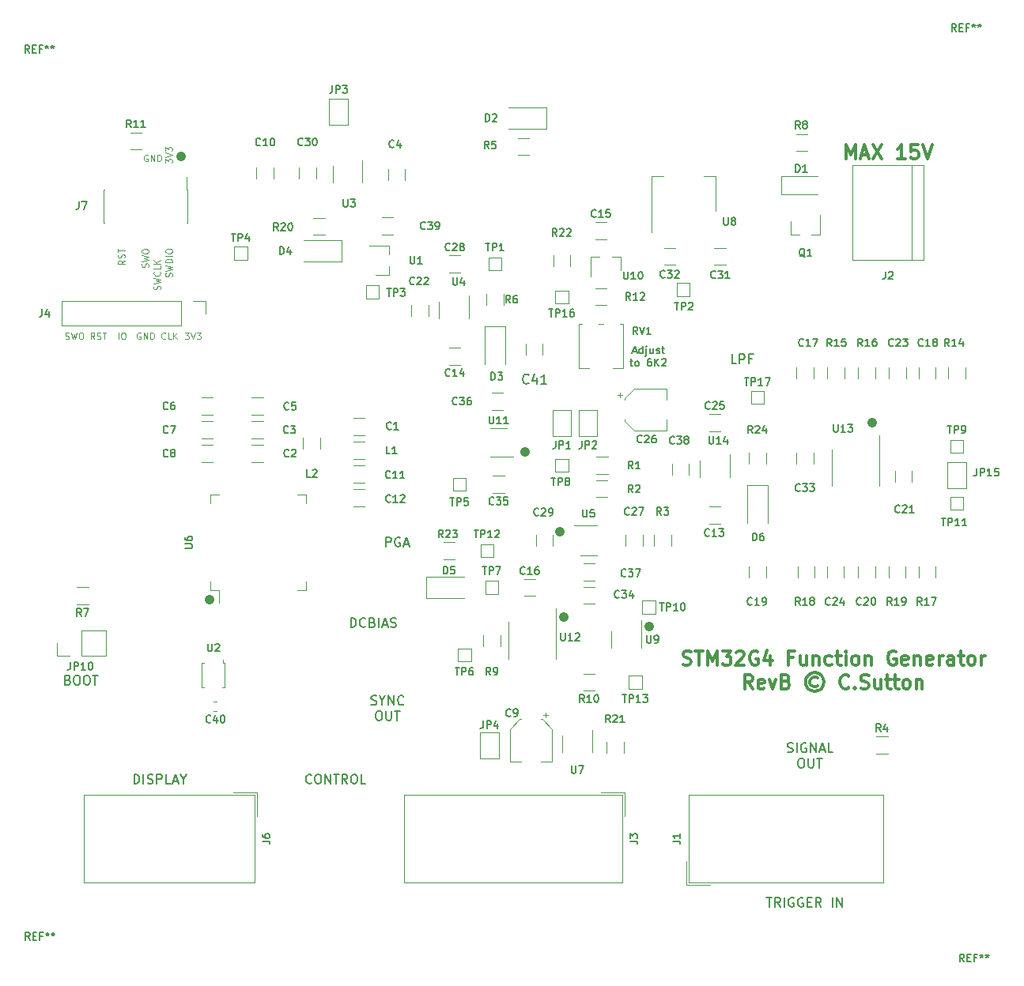
<source format=gbr>
G04 #@! TF.GenerationSoftware,KiCad,Pcbnew,5.1.5-52549c5~84~ubuntu18.04.1*
G04 #@! TF.CreationDate,2020-03-15T18:43:17+00:00*
G04 #@! TF.ProjectId,FunctionGeneratorCortexM4,46756e63-7469-46f6-9e47-656e65726174,B*
G04 #@! TF.SameCoordinates,Original*
G04 #@! TF.FileFunction,Legend,Top*
G04 #@! TF.FilePolarity,Positive*
%FSLAX46Y46*%
G04 Gerber Fmt 4.6, Leading zero omitted, Abs format (unit mm)*
G04 Created by KiCad (PCBNEW 5.1.5-52549c5~84~ubuntu18.04.1) date 2020-03-15 18:43:17*
%MOMM*%
%LPD*%
G04 APERTURE LIST*
%ADD10C,0.150000*%
%ADD11C,1.000000*%
%ADD12C,0.200000*%
%ADD13C,0.300000*%
%ADD14C,0.100000*%
%ADD15C,0.120000*%
G04 APERTURE END LIST*
D10*
X180792952Y-132040380D02*
X181364380Y-132040380D01*
X181078666Y-133040380D02*
X181078666Y-132040380D01*
X182269142Y-133040380D02*
X181935809Y-132564190D01*
X181697714Y-133040380D02*
X181697714Y-132040380D01*
X182078666Y-132040380D01*
X182173904Y-132088000D01*
X182221523Y-132135619D01*
X182269142Y-132230857D01*
X182269142Y-132373714D01*
X182221523Y-132468952D01*
X182173904Y-132516571D01*
X182078666Y-132564190D01*
X181697714Y-132564190D01*
X182697714Y-133040380D02*
X182697714Y-132040380D01*
X183697714Y-132088000D02*
X183602476Y-132040380D01*
X183459619Y-132040380D01*
X183316761Y-132088000D01*
X183221523Y-132183238D01*
X183173904Y-132278476D01*
X183126285Y-132468952D01*
X183126285Y-132611809D01*
X183173904Y-132802285D01*
X183221523Y-132897523D01*
X183316761Y-132992761D01*
X183459619Y-133040380D01*
X183554857Y-133040380D01*
X183697714Y-132992761D01*
X183745333Y-132945142D01*
X183745333Y-132611809D01*
X183554857Y-132611809D01*
X184697714Y-132088000D02*
X184602476Y-132040380D01*
X184459619Y-132040380D01*
X184316761Y-132088000D01*
X184221523Y-132183238D01*
X184173904Y-132278476D01*
X184126285Y-132468952D01*
X184126285Y-132611809D01*
X184173904Y-132802285D01*
X184221523Y-132897523D01*
X184316761Y-132992761D01*
X184459619Y-133040380D01*
X184554857Y-133040380D01*
X184697714Y-132992761D01*
X184745333Y-132945142D01*
X184745333Y-132611809D01*
X184554857Y-132611809D01*
X185173904Y-132516571D02*
X185507238Y-132516571D01*
X185650095Y-133040380D02*
X185173904Y-133040380D01*
X185173904Y-132040380D01*
X185650095Y-132040380D01*
X186650095Y-133040380D02*
X186316761Y-132564190D01*
X186078666Y-133040380D02*
X186078666Y-132040380D01*
X186459619Y-132040380D01*
X186554857Y-132088000D01*
X186602476Y-132135619D01*
X186650095Y-132230857D01*
X186650095Y-132373714D01*
X186602476Y-132468952D01*
X186554857Y-132516571D01*
X186459619Y-132564190D01*
X186078666Y-132564190D01*
X187840571Y-133040380D02*
X187840571Y-132040380D01*
X188316761Y-133040380D02*
X188316761Y-132040380D01*
X188888190Y-133040380D01*
X188888190Y-132040380D01*
X183039047Y-116419761D02*
X183181904Y-116467380D01*
X183420000Y-116467380D01*
X183515238Y-116419761D01*
X183562857Y-116372142D01*
X183610476Y-116276904D01*
X183610476Y-116181666D01*
X183562857Y-116086428D01*
X183515238Y-116038809D01*
X183420000Y-115991190D01*
X183229523Y-115943571D01*
X183134285Y-115895952D01*
X183086666Y-115848333D01*
X183039047Y-115753095D01*
X183039047Y-115657857D01*
X183086666Y-115562619D01*
X183134285Y-115515000D01*
X183229523Y-115467380D01*
X183467619Y-115467380D01*
X183610476Y-115515000D01*
X184039047Y-116467380D02*
X184039047Y-115467380D01*
X185039047Y-115515000D02*
X184943809Y-115467380D01*
X184800952Y-115467380D01*
X184658095Y-115515000D01*
X184562857Y-115610238D01*
X184515238Y-115705476D01*
X184467619Y-115895952D01*
X184467619Y-116038809D01*
X184515238Y-116229285D01*
X184562857Y-116324523D01*
X184658095Y-116419761D01*
X184800952Y-116467380D01*
X184896190Y-116467380D01*
X185039047Y-116419761D01*
X185086666Y-116372142D01*
X185086666Y-116038809D01*
X184896190Y-116038809D01*
X185515238Y-116467380D02*
X185515238Y-115467380D01*
X186086666Y-116467380D01*
X186086666Y-115467380D01*
X186515238Y-116181666D02*
X186991428Y-116181666D01*
X186420000Y-116467380D02*
X186753333Y-115467380D01*
X187086666Y-116467380D01*
X187896190Y-116467380D02*
X187420000Y-116467380D01*
X187420000Y-115467380D01*
X184420000Y-117117380D02*
X184610476Y-117117380D01*
X184705714Y-117165000D01*
X184800952Y-117260238D01*
X184848571Y-117450714D01*
X184848571Y-117784047D01*
X184800952Y-117974523D01*
X184705714Y-118069761D01*
X184610476Y-118117380D01*
X184420000Y-118117380D01*
X184324761Y-118069761D01*
X184229523Y-117974523D01*
X184181904Y-117784047D01*
X184181904Y-117450714D01*
X184229523Y-117260238D01*
X184324761Y-117165000D01*
X184420000Y-117117380D01*
X185277142Y-117117380D02*
X185277142Y-117926904D01*
X185324761Y-118022142D01*
X185372380Y-118069761D01*
X185467619Y-118117380D01*
X185658095Y-118117380D01*
X185753333Y-118069761D01*
X185800952Y-118022142D01*
X185848571Y-117926904D01*
X185848571Y-117117380D01*
X186181904Y-117117380D02*
X186753333Y-117117380D01*
X186467619Y-118117380D02*
X186467619Y-117117380D01*
X138469904Y-111339761D02*
X138612761Y-111387380D01*
X138850857Y-111387380D01*
X138946095Y-111339761D01*
X138993714Y-111292142D01*
X139041333Y-111196904D01*
X139041333Y-111101666D01*
X138993714Y-111006428D01*
X138946095Y-110958809D01*
X138850857Y-110911190D01*
X138660380Y-110863571D01*
X138565142Y-110815952D01*
X138517523Y-110768333D01*
X138469904Y-110673095D01*
X138469904Y-110577857D01*
X138517523Y-110482619D01*
X138565142Y-110435000D01*
X138660380Y-110387380D01*
X138898476Y-110387380D01*
X139041333Y-110435000D01*
X139660380Y-110911190D02*
X139660380Y-111387380D01*
X139327047Y-110387380D02*
X139660380Y-110911190D01*
X139993714Y-110387380D01*
X140327047Y-111387380D02*
X140327047Y-110387380D01*
X140898476Y-111387380D01*
X140898476Y-110387380D01*
X141946095Y-111292142D02*
X141898476Y-111339761D01*
X141755619Y-111387380D01*
X141660380Y-111387380D01*
X141517523Y-111339761D01*
X141422285Y-111244523D01*
X141374666Y-111149285D01*
X141327047Y-110958809D01*
X141327047Y-110815952D01*
X141374666Y-110625476D01*
X141422285Y-110530238D01*
X141517523Y-110435000D01*
X141660380Y-110387380D01*
X141755619Y-110387380D01*
X141898476Y-110435000D01*
X141946095Y-110482619D01*
X139208000Y-112037380D02*
X139398476Y-112037380D01*
X139493714Y-112085000D01*
X139588952Y-112180238D01*
X139636571Y-112370714D01*
X139636571Y-112704047D01*
X139588952Y-112894523D01*
X139493714Y-112989761D01*
X139398476Y-113037380D01*
X139208000Y-113037380D01*
X139112761Y-112989761D01*
X139017523Y-112894523D01*
X138969904Y-112704047D01*
X138969904Y-112370714D01*
X139017523Y-112180238D01*
X139112761Y-112085000D01*
X139208000Y-112037380D01*
X140065142Y-112037380D02*
X140065142Y-112846904D01*
X140112761Y-112942142D01*
X140160380Y-112989761D01*
X140255619Y-113037380D01*
X140446095Y-113037380D01*
X140541333Y-112989761D01*
X140588952Y-112942142D01*
X140636571Y-112846904D01*
X140636571Y-112037380D01*
X140969904Y-112037380D02*
X141541333Y-112037380D01*
X141255619Y-113037380D02*
X141255619Y-112037380D01*
X166490857Y-73499333D02*
X166871809Y-73499333D01*
X166414666Y-73727904D02*
X166681333Y-72927904D01*
X166948000Y-73727904D01*
X167557523Y-73727904D02*
X167557523Y-72927904D01*
X167557523Y-73689809D02*
X167481333Y-73727904D01*
X167328952Y-73727904D01*
X167252761Y-73689809D01*
X167214666Y-73651714D01*
X167176571Y-73575523D01*
X167176571Y-73346952D01*
X167214666Y-73270761D01*
X167252761Y-73232666D01*
X167328952Y-73194571D01*
X167481333Y-73194571D01*
X167557523Y-73232666D01*
X167938476Y-73194571D02*
X167938476Y-73880285D01*
X167900380Y-73956476D01*
X167824190Y-73994571D01*
X167786095Y-73994571D01*
X167938476Y-72927904D02*
X167900380Y-72966000D01*
X167938476Y-73004095D01*
X167976571Y-72966000D01*
X167938476Y-72927904D01*
X167938476Y-73004095D01*
X168662285Y-73194571D02*
X168662285Y-73727904D01*
X168319428Y-73194571D02*
X168319428Y-73613619D01*
X168357523Y-73689809D01*
X168433714Y-73727904D01*
X168548000Y-73727904D01*
X168624190Y-73689809D01*
X168662285Y-73651714D01*
X169005142Y-73689809D02*
X169081333Y-73727904D01*
X169233714Y-73727904D01*
X169309904Y-73689809D01*
X169348000Y-73613619D01*
X169348000Y-73575523D01*
X169309904Y-73499333D01*
X169233714Y-73461238D01*
X169119428Y-73461238D01*
X169043238Y-73423142D01*
X169005142Y-73346952D01*
X169005142Y-73308857D01*
X169043238Y-73232666D01*
X169119428Y-73194571D01*
X169233714Y-73194571D01*
X169309904Y-73232666D01*
X169576571Y-73194571D02*
X169881333Y-73194571D01*
X169690857Y-72927904D02*
X169690857Y-73613619D01*
X169728952Y-73689809D01*
X169805142Y-73727904D01*
X169881333Y-73727904D01*
X166167047Y-74544571D02*
X166471809Y-74544571D01*
X166281333Y-74277904D02*
X166281333Y-74963619D01*
X166319428Y-75039809D01*
X166395619Y-75077904D01*
X166471809Y-75077904D01*
X166852761Y-75077904D02*
X166776571Y-75039809D01*
X166738476Y-75001714D01*
X166700380Y-74925523D01*
X166700380Y-74696952D01*
X166738476Y-74620761D01*
X166776571Y-74582666D01*
X166852761Y-74544571D01*
X166967047Y-74544571D01*
X167043238Y-74582666D01*
X167081333Y-74620761D01*
X167119428Y-74696952D01*
X167119428Y-74925523D01*
X167081333Y-75001714D01*
X167043238Y-75039809D01*
X166967047Y-75077904D01*
X166852761Y-75077904D01*
X168414666Y-74277904D02*
X168262285Y-74277904D01*
X168186095Y-74316000D01*
X168148000Y-74354095D01*
X168071809Y-74468380D01*
X168033714Y-74620761D01*
X168033714Y-74925523D01*
X168071809Y-75001714D01*
X168109904Y-75039809D01*
X168186095Y-75077904D01*
X168338476Y-75077904D01*
X168414666Y-75039809D01*
X168452761Y-75001714D01*
X168490857Y-74925523D01*
X168490857Y-74735047D01*
X168452761Y-74658857D01*
X168414666Y-74620761D01*
X168338476Y-74582666D01*
X168186095Y-74582666D01*
X168109904Y-74620761D01*
X168071809Y-74658857D01*
X168033714Y-74735047D01*
X168833714Y-75077904D02*
X168833714Y-74277904D01*
X169290857Y-75077904D02*
X168948000Y-74620761D01*
X169290857Y-74277904D02*
X168833714Y-74735047D01*
X169595619Y-74354095D02*
X169633714Y-74316000D01*
X169709904Y-74277904D01*
X169900380Y-74277904D01*
X169976571Y-74316000D01*
X170014666Y-74354095D01*
X170052761Y-74430285D01*
X170052761Y-74506476D01*
X170014666Y-74620761D01*
X169557523Y-75077904D01*
X170052761Y-75077904D01*
D11*
X154940000Y-84264500D02*
G75*
G03X154940000Y-84264500I0J0D01*
G01*
X158686500Y-92837000D02*
G75*
G03X158686500Y-92837000I0J0D01*
G01*
X159067500Y-101981000D02*
G75*
G03X159067500Y-101981000I0J0D01*
G01*
X168275000Y-102997000D02*
G75*
G03X168275000Y-102997000I0J0D01*
G01*
D12*
X177561952Y-74810880D02*
X177085761Y-74810880D01*
X177085761Y-73810880D01*
X177895285Y-74810880D02*
X177895285Y-73810880D01*
X178276238Y-73810880D01*
X178371476Y-73858500D01*
X178419095Y-73906119D01*
X178466714Y-74001357D01*
X178466714Y-74144214D01*
X178419095Y-74239452D01*
X178371476Y-74287071D01*
X178276238Y-74334690D01*
X177895285Y-74334690D01*
X179228619Y-74287071D02*
X178895285Y-74287071D01*
X178895285Y-74810880D02*
X178895285Y-73810880D01*
X179371476Y-73810880D01*
D10*
X136279238Y-103068380D02*
X136279238Y-102068380D01*
X136517333Y-102068380D01*
X136660190Y-102116000D01*
X136755428Y-102211238D01*
X136803047Y-102306476D01*
X136850666Y-102496952D01*
X136850666Y-102639809D01*
X136803047Y-102830285D01*
X136755428Y-102925523D01*
X136660190Y-103020761D01*
X136517333Y-103068380D01*
X136279238Y-103068380D01*
X137850666Y-102973142D02*
X137803047Y-103020761D01*
X137660190Y-103068380D01*
X137564952Y-103068380D01*
X137422095Y-103020761D01*
X137326857Y-102925523D01*
X137279238Y-102830285D01*
X137231619Y-102639809D01*
X137231619Y-102496952D01*
X137279238Y-102306476D01*
X137326857Y-102211238D01*
X137422095Y-102116000D01*
X137564952Y-102068380D01*
X137660190Y-102068380D01*
X137803047Y-102116000D01*
X137850666Y-102163619D01*
X138612571Y-102544571D02*
X138755428Y-102592190D01*
X138803047Y-102639809D01*
X138850666Y-102735047D01*
X138850666Y-102877904D01*
X138803047Y-102973142D01*
X138755428Y-103020761D01*
X138660190Y-103068380D01*
X138279238Y-103068380D01*
X138279238Y-102068380D01*
X138612571Y-102068380D01*
X138707809Y-102116000D01*
X138755428Y-102163619D01*
X138803047Y-102258857D01*
X138803047Y-102354095D01*
X138755428Y-102449333D01*
X138707809Y-102496952D01*
X138612571Y-102544571D01*
X138279238Y-102544571D01*
X139279238Y-103068380D02*
X139279238Y-102068380D01*
X139707809Y-102782666D02*
X140184000Y-102782666D01*
X139612571Y-103068380D02*
X139945904Y-102068380D01*
X140279238Y-103068380D01*
X140564952Y-103020761D02*
X140707809Y-103068380D01*
X140945904Y-103068380D01*
X141041142Y-103020761D01*
X141088761Y-102973142D01*
X141136380Y-102877904D01*
X141136380Y-102782666D01*
X141088761Y-102687428D01*
X141041142Y-102639809D01*
X140945904Y-102592190D01*
X140755428Y-102544571D01*
X140660190Y-102496952D01*
X140612571Y-102449333D01*
X140564952Y-102354095D01*
X140564952Y-102258857D01*
X140612571Y-102163619D01*
X140660190Y-102116000D01*
X140755428Y-102068380D01*
X140993523Y-102068380D01*
X141136380Y-102116000D01*
X140033523Y-94432380D02*
X140033523Y-93432380D01*
X140414476Y-93432380D01*
X140509714Y-93480000D01*
X140557333Y-93527619D01*
X140604952Y-93622857D01*
X140604952Y-93765714D01*
X140557333Y-93860952D01*
X140509714Y-93908571D01*
X140414476Y-93956190D01*
X140033523Y-93956190D01*
X141557333Y-93480000D02*
X141462095Y-93432380D01*
X141319238Y-93432380D01*
X141176380Y-93480000D01*
X141081142Y-93575238D01*
X141033523Y-93670476D01*
X140985904Y-93860952D01*
X140985904Y-94003809D01*
X141033523Y-94194285D01*
X141081142Y-94289523D01*
X141176380Y-94384761D01*
X141319238Y-94432380D01*
X141414476Y-94432380D01*
X141557333Y-94384761D01*
X141604952Y-94337142D01*
X141604952Y-94003809D01*
X141414476Y-94003809D01*
X141985904Y-94146666D02*
X142462095Y-94146666D01*
X141890666Y-94432380D02*
X142224000Y-93432380D01*
X142557333Y-94432380D01*
D13*
X189300000Y-52878571D02*
X189300000Y-51378571D01*
X189800000Y-52450000D01*
X190300000Y-51378571D01*
X190300000Y-52878571D01*
X190942857Y-52450000D02*
X191657142Y-52450000D01*
X190800000Y-52878571D02*
X191300000Y-51378571D01*
X191800000Y-52878571D01*
X192157142Y-51378571D02*
X193157142Y-52878571D01*
X193157142Y-51378571D02*
X192157142Y-52878571D01*
X195657142Y-52878571D02*
X194800000Y-52878571D01*
X195228571Y-52878571D02*
X195228571Y-51378571D01*
X195085714Y-51592857D01*
X194942857Y-51735714D01*
X194800000Y-51807142D01*
X197014285Y-51378571D02*
X196300000Y-51378571D01*
X196228571Y-52092857D01*
X196300000Y-52021428D01*
X196442857Y-51950000D01*
X196800000Y-51950000D01*
X196942857Y-52021428D01*
X197014285Y-52092857D01*
X197085714Y-52235714D01*
X197085714Y-52592857D01*
X197014285Y-52735714D01*
X196942857Y-52807142D01*
X196800000Y-52878571D01*
X196442857Y-52878571D01*
X196300000Y-52807142D01*
X196228571Y-52735714D01*
X197514285Y-51378571D02*
X198014285Y-52878571D01*
X198514285Y-51378571D01*
D14*
X116456666Y-53317666D02*
X116456666Y-52884333D01*
X116723333Y-53117666D01*
X116723333Y-53017666D01*
X116756666Y-52951000D01*
X116790000Y-52917666D01*
X116856666Y-52884333D01*
X117023333Y-52884333D01*
X117090000Y-52917666D01*
X117123333Y-52951000D01*
X117156666Y-53017666D01*
X117156666Y-53217666D01*
X117123333Y-53284333D01*
X117090000Y-53317666D01*
X116456666Y-52684333D02*
X117156666Y-52451000D01*
X116456666Y-52217666D01*
X116456666Y-52051000D02*
X116456666Y-51617666D01*
X116723333Y-51851000D01*
X116723333Y-51751000D01*
X116756666Y-51684333D01*
X116790000Y-51651000D01*
X116856666Y-51617666D01*
X117023333Y-51617666D01*
X117090000Y-51651000D01*
X117123333Y-51684333D01*
X117156666Y-51751000D01*
X117156666Y-51951000D01*
X117123333Y-52017666D01*
X117090000Y-52051000D01*
X115853333Y-66861333D02*
X115886666Y-66761333D01*
X115886666Y-66594666D01*
X115853333Y-66528000D01*
X115820000Y-66494666D01*
X115753333Y-66461333D01*
X115686666Y-66461333D01*
X115620000Y-66494666D01*
X115586666Y-66528000D01*
X115553333Y-66594666D01*
X115520000Y-66728000D01*
X115486666Y-66794666D01*
X115453333Y-66828000D01*
X115386666Y-66861333D01*
X115320000Y-66861333D01*
X115253333Y-66828000D01*
X115220000Y-66794666D01*
X115186666Y-66728000D01*
X115186666Y-66561333D01*
X115220000Y-66461333D01*
X115186666Y-66228000D02*
X115886666Y-66061333D01*
X115386666Y-65928000D01*
X115886666Y-65794666D01*
X115186666Y-65628000D01*
X115820000Y-64961333D02*
X115853333Y-64994666D01*
X115886666Y-65094666D01*
X115886666Y-65161333D01*
X115853333Y-65261333D01*
X115786666Y-65328000D01*
X115720000Y-65361333D01*
X115586666Y-65394666D01*
X115486666Y-65394666D01*
X115353333Y-65361333D01*
X115286666Y-65328000D01*
X115220000Y-65261333D01*
X115186666Y-65161333D01*
X115186666Y-65094666D01*
X115220000Y-64994666D01*
X115253333Y-64961333D01*
X115886666Y-64328000D02*
X115886666Y-64661333D01*
X115186666Y-64661333D01*
X115886666Y-64094666D02*
X115186666Y-64094666D01*
X115886666Y-63694666D02*
X115486666Y-63994666D01*
X115186666Y-63694666D02*
X115586666Y-64094666D01*
X114528666Y-52482000D02*
X114462000Y-52448666D01*
X114362000Y-52448666D01*
X114262000Y-52482000D01*
X114195333Y-52548666D01*
X114162000Y-52615333D01*
X114128666Y-52748666D01*
X114128666Y-52848666D01*
X114162000Y-52982000D01*
X114195333Y-53048666D01*
X114262000Y-53115333D01*
X114362000Y-53148666D01*
X114428666Y-53148666D01*
X114528666Y-53115333D01*
X114562000Y-53082000D01*
X114562000Y-52848666D01*
X114428666Y-52848666D01*
X114862000Y-53148666D02*
X114862000Y-52448666D01*
X115262000Y-53148666D01*
X115262000Y-52448666D01*
X115595333Y-53148666D02*
X115595333Y-52448666D01*
X115762000Y-52448666D01*
X115862000Y-52482000D01*
X115928666Y-52548666D01*
X115962000Y-52615333D01*
X115995333Y-52748666D01*
X115995333Y-52848666D01*
X115962000Y-52982000D01*
X115928666Y-53048666D01*
X115862000Y-53115333D01*
X115762000Y-53148666D01*
X115595333Y-53148666D01*
X117123333Y-65491333D02*
X117156666Y-65391333D01*
X117156666Y-65224666D01*
X117123333Y-65158000D01*
X117090000Y-65124666D01*
X117023333Y-65091333D01*
X116956666Y-65091333D01*
X116890000Y-65124666D01*
X116856666Y-65158000D01*
X116823333Y-65224666D01*
X116790000Y-65358000D01*
X116756666Y-65424666D01*
X116723333Y-65458000D01*
X116656666Y-65491333D01*
X116590000Y-65491333D01*
X116523333Y-65458000D01*
X116490000Y-65424666D01*
X116456666Y-65358000D01*
X116456666Y-65191333D01*
X116490000Y-65091333D01*
X116456666Y-64858000D02*
X117156666Y-64691333D01*
X116656666Y-64558000D01*
X117156666Y-64424666D01*
X116456666Y-64258000D01*
X117156666Y-63991333D02*
X116456666Y-63991333D01*
X116456666Y-63824666D01*
X116490000Y-63724666D01*
X116556666Y-63658000D01*
X116623333Y-63624666D01*
X116756666Y-63591333D01*
X116856666Y-63591333D01*
X116990000Y-63624666D01*
X117056666Y-63658000D01*
X117123333Y-63724666D01*
X117156666Y-63824666D01*
X117156666Y-63991333D01*
X117156666Y-63291333D02*
X116456666Y-63291333D01*
X116456666Y-62824666D02*
X116456666Y-62691333D01*
X116490000Y-62624666D01*
X116556666Y-62558000D01*
X116690000Y-62524666D01*
X116923333Y-62524666D01*
X117056666Y-62558000D01*
X117123333Y-62624666D01*
X117156666Y-62691333D01*
X117156666Y-62824666D01*
X117123333Y-62891333D01*
X117056666Y-62958000D01*
X116923333Y-62991333D01*
X116690000Y-62991333D01*
X116556666Y-62958000D01*
X116490000Y-62891333D01*
X116456666Y-62824666D01*
X112076666Y-63756333D02*
X111743333Y-63989666D01*
X112076666Y-64156333D02*
X111376666Y-64156333D01*
X111376666Y-63889666D01*
X111410000Y-63823000D01*
X111443333Y-63789666D01*
X111510000Y-63756333D01*
X111610000Y-63756333D01*
X111676666Y-63789666D01*
X111710000Y-63823000D01*
X111743333Y-63889666D01*
X111743333Y-64156333D01*
X112043333Y-63489666D02*
X112076666Y-63389666D01*
X112076666Y-63223000D01*
X112043333Y-63156333D01*
X112010000Y-63123000D01*
X111943333Y-63089666D01*
X111876666Y-63089666D01*
X111810000Y-63123000D01*
X111776666Y-63156333D01*
X111743333Y-63223000D01*
X111710000Y-63356333D01*
X111676666Y-63423000D01*
X111643333Y-63456333D01*
X111576666Y-63489666D01*
X111510000Y-63489666D01*
X111443333Y-63456333D01*
X111410000Y-63423000D01*
X111376666Y-63356333D01*
X111376666Y-63189666D01*
X111410000Y-63089666D01*
X111376666Y-62889666D02*
X111376666Y-62489666D01*
X112076666Y-62689666D02*
X111376666Y-62689666D01*
X114583333Y-64466666D02*
X114616666Y-64366666D01*
X114616666Y-64200000D01*
X114583333Y-64133333D01*
X114550000Y-64100000D01*
X114483333Y-64066666D01*
X114416666Y-64066666D01*
X114350000Y-64100000D01*
X114316666Y-64133333D01*
X114283333Y-64200000D01*
X114250000Y-64333333D01*
X114216666Y-64400000D01*
X114183333Y-64433333D01*
X114116666Y-64466666D01*
X114050000Y-64466666D01*
X113983333Y-64433333D01*
X113950000Y-64400000D01*
X113916666Y-64333333D01*
X113916666Y-64166666D01*
X113950000Y-64066666D01*
X113916666Y-63833333D02*
X114616666Y-63666666D01*
X114116666Y-63533333D01*
X114616666Y-63400000D01*
X113916666Y-63233333D01*
X113916666Y-62833333D02*
X113916666Y-62700000D01*
X113950000Y-62633333D01*
X114016666Y-62566666D01*
X114150000Y-62533333D01*
X114383333Y-62533333D01*
X114516666Y-62566666D01*
X114583333Y-62633333D01*
X114616666Y-62700000D01*
X114616666Y-62833333D01*
X114583333Y-62900000D01*
X114516666Y-62966666D01*
X114383333Y-63000000D01*
X114150000Y-63000000D01*
X114016666Y-62966666D01*
X113950000Y-62900000D01*
X113916666Y-62833333D01*
X118513333Y-71498666D02*
X118946666Y-71498666D01*
X118713333Y-71765333D01*
X118813333Y-71765333D01*
X118880000Y-71798666D01*
X118913333Y-71832000D01*
X118946666Y-71898666D01*
X118946666Y-72065333D01*
X118913333Y-72132000D01*
X118880000Y-72165333D01*
X118813333Y-72198666D01*
X118613333Y-72198666D01*
X118546666Y-72165333D01*
X118513333Y-72132000D01*
X119146666Y-71498666D02*
X119380000Y-72198666D01*
X119613333Y-71498666D01*
X119780000Y-71498666D02*
X120213333Y-71498666D01*
X119980000Y-71765333D01*
X120080000Y-71765333D01*
X120146666Y-71798666D01*
X120180000Y-71832000D01*
X120213333Y-71898666D01*
X120213333Y-72065333D01*
X120180000Y-72132000D01*
X120146666Y-72165333D01*
X120080000Y-72198666D01*
X119880000Y-72198666D01*
X119813333Y-72165333D01*
X119780000Y-72132000D01*
X116423333Y-72132000D02*
X116390000Y-72165333D01*
X116290000Y-72198666D01*
X116223333Y-72198666D01*
X116123333Y-72165333D01*
X116056666Y-72098666D01*
X116023333Y-72032000D01*
X115990000Y-71898666D01*
X115990000Y-71798666D01*
X116023333Y-71665333D01*
X116056666Y-71598666D01*
X116123333Y-71532000D01*
X116223333Y-71498666D01*
X116290000Y-71498666D01*
X116390000Y-71532000D01*
X116423333Y-71565333D01*
X117056666Y-72198666D02*
X116723333Y-72198666D01*
X116723333Y-71498666D01*
X117290000Y-72198666D02*
X117290000Y-71498666D01*
X117690000Y-72198666D02*
X117390000Y-71798666D01*
X117690000Y-71498666D02*
X117290000Y-71898666D01*
X113766666Y-71532000D02*
X113700000Y-71498666D01*
X113600000Y-71498666D01*
X113500000Y-71532000D01*
X113433333Y-71598666D01*
X113400000Y-71665333D01*
X113366666Y-71798666D01*
X113366666Y-71898666D01*
X113400000Y-72032000D01*
X113433333Y-72098666D01*
X113500000Y-72165333D01*
X113600000Y-72198666D01*
X113666666Y-72198666D01*
X113766666Y-72165333D01*
X113800000Y-72132000D01*
X113800000Y-71898666D01*
X113666666Y-71898666D01*
X114100000Y-72198666D02*
X114100000Y-71498666D01*
X114500000Y-72198666D01*
X114500000Y-71498666D01*
X114833333Y-72198666D02*
X114833333Y-71498666D01*
X115000000Y-71498666D01*
X115100000Y-71532000D01*
X115166666Y-71598666D01*
X115200000Y-71665333D01*
X115233333Y-71798666D01*
X115233333Y-71898666D01*
X115200000Y-72032000D01*
X115166666Y-72098666D01*
X115100000Y-72165333D01*
X115000000Y-72198666D01*
X114833333Y-72198666D01*
X111393333Y-72198666D02*
X111393333Y-71498666D01*
X111860000Y-71498666D02*
X111993333Y-71498666D01*
X112060000Y-71532000D01*
X112126666Y-71598666D01*
X112160000Y-71732000D01*
X112160000Y-71965333D01*
X112126666Y-72098666D01*
X112060000Y-72165333D01*
X111993333Y-72198666D01*
X111860000Y-72198666D01*
X111793333Y-72165333D01*
X111726666Y-72098666D01*
X111693333Y-71965333D01*
X111693333Y-71732000D01*
X111726666Y-71598666D01*
X111793333Y-71532000D01*
X111860000Y-71498666D01*
X108836666Y-72198666D02*
X108603333Y-71865333D01*
X108436666Y-72198666D02*
X108436666Y-71498666D01*
X108703333Y-71498666D01*
X108770000Y-71532000D01*
X108803333Y-71565333D01*
X108836666Y-71632000D01*
X108836666Y-71732000D01*
X108803333Y-71798666D01*
X108770000Y-71832000D01*
X108703333Y-71865333D01*
X108436666Y-71865333D01*
X109103333Y-72165333D02*
X109203333Y-72198666D01*
X109370000Y-72198666D01*
X109436666Y-72165333D01*
X109470000Y-72132000D01*
X109503333Y-72065333D01*
X109503333Y-71998666D01*
X109470000Y-71932000D01*
X109436666Y-71898666D01*
X109370000Y-71865333D01*
X109236666Y-71832000D01*
X109170000Y-71798666D01*
X109136666Y-71765333D01*
X109103333Y-71698666D01*
X109103333Y-71632000D01*
X109136666Y-71565333D01*
X109170000Y-71532000D01*
X109236666Y-71498666D01*
X109403333Y-71498666D01*
X109503333Y-71532000D01*
X109703333Y-71498666D02*
X110103333Y-71498666D01*
X109903333Y-72198666D02*
X109903333Y-71498666D01*
X105713333Y-72165333D02*
X105813333Y-72198666D01*
X105980000Y-72198666D01*
X106046666Y-72165333D01*
X106080000Y-72132000D01*
X106113333Y-72065333D01*
X106113333Y-71998666D01*
X106080000Y-71932000D01*
X106046666Y-71898666D01*
X105980000Y-71865333D01*
X105846666Y-71832000D01*
X105780000Y-71798666D01*
X105746666Y-71765333D01*
X105713333Y-71698666D01*
X105713333Y-71632000D01*
X105746666Y-71565333D01*
X105780000Y-71532000D01*
X105846666Y-71498666D01*
X106013333Y-71498666D01*
X106113333Y-71532000D01*
X106346666Y-71498666D02*
X106513333Y-72198666D01*
X106646666Y-71698666D01*
X106780000Y-72198666D01*
X106946666Y-71498666D01*
X107346666Y-71498666D02*
X107480000Y-71498666D01*
X107546666Y-71532000D01*
X107613333Y-71598666D01*
X107646666Y-71732000D01*
X107646666Y-71965333D01*
X107613333Y-72098666D01*
X107546666Y-72165333D01*
X107480000Y-72198666D01*
X107346666Y-72198666D01*
X107280000Y-72165333D01*
X107213333Y-72098666D01*
X107180000Y-71965333D01*
X107180000Y-71732000D01*
X107213333Y-71598666D01*
X107280000Y-71532000D01*
X107346666Y-71498666D01*
D10*
X106021357Y-108704071D02*
X106164214Y-108751690D01*
X106211833Y-108799309D01*
X106259452Y-108894547D01*
X106259452Y-109037404D01*
X106211833Y-109132642D01*
X106164214Y-109180261D01*
X106068976Y-109227880D01*
X105688023Y-109227880D01*
X105688023Y-108227880D01*
X106021357Y-108227880D01*
X106116595Y-108275500D01*
X106164214Y-108323119D01*
X106211833Y-108418357D01*
X106211833Y-108513595D01*
X106164214Y-108608833D01*
X106116595Y-108656452D01*
X106021357Y-108704071D01*
X105688023Y-108704071D01*
X106878500Y-108227880D02*
X107068976Y-108227880D01*
X107164214Y-108275500D01*
X107259452Y-108370738D01*
X107307071Y-108561214D01*
X107307071Y-108894547D01*
X107259452Y-109085023D01*
X107164214Y-109180261D01*
X107068976Y-109227880D01*
X106878500Y-109227880D01*
X106783261Y-109180261D01*
X106688023Y-109085023D01*
X106640404Y-108894547D01*
X106640404Y-108561214D01*
X106688023Y-108370738D01*
X106783261Y-108275500D01*
X106878500Y-108227880D01*
X107926119Y-108227880D02*
X108116595Y-108227880D01*
X108211833Y-108275500D01*
X108307071Y-108370738D01*
X108354690Y-108561214D01*
X108354690Y-108894547D01*
X108307071Y-109085023D01*
X108211833Y-109180261D01*
X108116595Y-109227880D01*
X107926119Y-109227880D01*
X107830880Y-109180261D01*
X107735642Y-109085023D01*
X107688023Y-108894547D01*
X107688023Y-108561214D01*
X107735642Y-108370738D01*
X107830880Y-108275500D01*
X107926119Y-108227880D01*
X108640404Y-108227880D02*
X109211833Y-108227880D01*
X108926119Y-109227880D02*
X108926119Y-108227880D01*
X132072380Y-119737142D02*
X132024761Y-119784761D01*
X131881904Y-119832380D01*
X131786666Y-119832380D01*
X131643809Y-119784761D01*
X131548571Y-119689523D01*
X131500952Y-119594285D01*
X131453333Y-119403809D01*
X131453333Y-119260952D01*
X131500952Y-119070476D01*
X131548571Y-118975238D01*
X131643809Y-118880000D01*
X131786666Y-118832380D01*
X131881904Y-118832380D01*
X132024761Y-118880000D01*
X132072380Y-118927619D01*
X132691428Y-118832380D02*
X132881904Y-118832380D01*
X132977142Y-118880000D01*
X133072380Y-118975238D01*
X133120000Y-119165714D01*
X133120000Y-119499047D01*
X133072380Y-119689523D01*
X132977142Y-119784761D01*
X132881904Y-119832380D01*
X132691428Y-119832380D01*
X132596190Y-119784761D01*
X132500952Y-119689523D01*
X132453333Y-119499047D01*
X132453333Y-119165714D01*
X132500952Y-118975238D01*
X132596190Y-118880000D01*
X132691428Y-118832380D01*
X133548571Y-119832380D02*
X133548571Y-118832380D01*
X134120000Y-119832380D01*
X134120000Y-118832380D01*
X134453333Y-118832380D02*
X135024761Y-118832380D01*
X134739047Y-119832380D02*
X134739047Y-118832380D01*
X135929523Y-119832380D02*
X135596190Y-119356190D01*
X135358095Y-119832380D02*
X135358095Y-118832380D01*
X135739047Y-118832380D01*
X135834285Y-118880000D01*
X135881904Y-118927619D01*
X135929523Y-119022857D01*
X135929523Y-119165714D01*
X135881904Y-119260952D01*
X135834285Y-119308571D01*
X135739047Y-119356190D01*
X135358095Y-119356190D01*
X136548571Y-118832380D02*
X136739047Y-118832380D01*
X136834285Y-118880000D01*
X136929523Y-118975238D01*
X136977142Y-119165714D01*
X136977142Y-119499047D01*
X136929523Y-119689523D01*
X136834285Y-119784761D01*
X136739047Y-119832380D01*
X136548571Y-119832380D01*
X136453333Y-119784761D01*
X136358095Y-119689523D01*
X136310476Y-119499047D01*
X136310476Y-119165714D01*
X136358095Y-118975238D01*
X136453333Y-118880000D01*
X136548571Y-118832380D01*
X137881904Y-119832380D02*
X137405714Y-119832380D01*
X137405714Y-118832380D01*
X113085904Y-119832380D02*
X113085904Y-118832380D01*
X113324000Y-118832380D01*
X113466857Y-118880000D01*
X113562095Y-118975238D01*
X113609714Y-119070476D01*
X113657333Y-119260952D01*
X113657333Y-119403809D01*
X113609714Y-119594285D01*
X113562095Y-119689523D01*
X113466857Y-119784761D01*
X113324000Y-119832380D01*
X113085904Y-119832380D01*
X114085904Y-119832380D02*
X114085904Y-118832380D01*
X114514476Y-119784761D02*
X114657333Y-119832380D01*
X114895428Y-119832380D01*
X114990666Y-119784761D01*
X115038285Y-119737142D01*
X115085904Y-119641904D01*
X115085904Y-119546666D01*
X115038285Y-119451428D01*
X114990666Y-119403809D01*
X114895428Y-119356190D01*
X114704952Y-119308571D01*
X114609714Y-119260952D01*
X114562095Y-119213333D01*
X114514476Y-119118095D01*
X114514476Y-119022857D01*
X114562095Y-118927619D01*
X114609714Y-118880000D01*
X114704952Y-118832380D01*
X114943047Y-118832380D01*
X115085904Y-118880000D01*
X115514476Y-119832380D02*
X115514476Y-118832380D01*
X115895428Y-118832380D01*
X115990666Y-118880000D01*
X116038285Y-118927619D01*
X116085904Y-119022857D01*
X116085904Y-119165714D01*
X116038285Y-119260952D01*
X115990666Y-119308571D01*
X115895428Y-119356190D01*
X115514476Y-119356190D01*
X116990666Y-119832380D02*
X116514476Y-119832380D01*
X116514476Y-118832380D01*
X117276380Y-119546666D02*
X117752571Y-119546666D01*
X117181142Y-119832380D02*
X117514476Y-118832380D01*
X117847809Y-119832380D01*
X118371619Y-119356190D02*
X118371619Y-119832380D01*
X118038285Y-118832380D02*
X118371619Y-119356190D01*
X118704952Y-118832380D01*
D13*
X171852857Y-107028142D02*
X172067142Y-107099571D01*
X172424285Y-107099571D01*
X172567142Y-107028142D01*
X172638571Y-106956714D01*
X172710000Y-106813857D01*
X172710000Y-106671000D01*
X172638571Y-106528142D01*
X172567142Y-106456714D01*
X172424285Y-106385285D01*
X172138571Y-106313857D01*
X171995714Y-106242428D01*
X171924285Y-106171000D01*
X171852857Y-106028142D01*
X171852857Y-105885285D01*
X171924285Y-105742428D01*
X171995714Y-105671000D01*
X172138571Y-105599571D01*
X172495714Y-105599571D01*
X172710000Y-105671000D01*
X173138571Y-105599571D02*
X173995714Y-105599571D01*
X173567142Y-107099571D02*
X173567142Y-105599571D01*
X174495714Y-107099571D02*
X174495714Y-105599571D01*
X174995714Y-106671000D01*
X175495714Y-105599571D01*
X175495714Y-107099571D01*
X176067142Y-105599571D02*
X176995714Y-105599571D01*
X176495714Y-106171000D01*
X176710000Y-106171000D01*
X176852857Y-106242428D01*
X176924285Y-106313857D01*
X176995714Y-106456714D01*
X176995714Y-106813857D01*
X176924285Y-106956714D01*
X176852857Y-107028142D01*
X176710000Y-107099571D01*
X176281428Y-107099571D01*
X176138571Y-107028142D01*
X176067142Y-106956714D01*
X177567142Y-105742428D02*
X177638571Y-105671000D01*
X177781428Y-105599571D01*
X178138571Y-105599571D01*
X178281428Y-105671000D01*
X178352857Y-105742428D01*
X178424285Y-105885285D01*
X178424285Y-106028142D01*
X178352857Y-106242428D01*
X177495714Y-107099571D01*
X178424285Y-107099571D01*
X179852857Y-105671000D02*
X179710000Y-105599571D01*
X179495714Y-105599571D01*
X179281428Y-105671000D01*
X179138571Y-105813857D01*
X179067142Y-105956714D01*
X178995714Y-106242428D01*
X178995714Y-106456714D01*
X179067142Y-106742428D01*
X179138571Y-106885285D01*
X179281428Y-107028142D01*
X179495714Y-107099571D01*
X179638571Y-107099571D01*
X179852857Y-107028142D01*
X179924285Y-106956714D01*
X179924285Y-106456714D01*
X179638571Y-106456714D01*
X181210000Y-106099571D02*
X181210000Y-107099571D01*
X180852857Y-105528142D02*
X180495714Y-106599571D01*
X181424285Y-106599571D01*
X183638571Y-106313857D02*
X183138571Y-106313857D01*
X183138571Y-107099571D02*
X183138571Y-105599571D01*
X183852857Y-105599571D01*
X185067142Y-106099571D02*
X185067142Y-107099571D01*
X184424285Y-106099571D02*
X184424285Y-106885285D01*
X184495714Y-107028142D01*
X184638571Y-107099571D01*
X184852857Y-107099571D01*
X184995714Y-107028142D01*
X185067142Y-106956714D01*
X185781428Y-106099571D02*
X185781428Y-107099571D01*
X185781428Y-106242428D02*
X185852857Y-106171000D01*
X185995714Y-106099571D01*
X186210000Y-106099571D01*
X186352857Y-106171000D01*
X186424285Y-106313857D01*
X186424285Y-107099571D01*
X187781428Y-107028142D02*
X187638571Y-107099571D01*
X187352857Y-107099571D01*
X187210000Y-107028142D01*
X187138571Y-106956714D01*
X187067142Y-106813857D01*
X187067142Y-106385285D01*
X187138571Y-106242428D01*
X187210000Y-106171000D01*
X187352857Y-106099571D01*
X187638571Y-106099571D01*
X187781428Y-106171000D01*
X188210000Y-106099571D02*
X188781428Y-106099571D01*
X188424285Y-105599571D02*
X188424285Y-106885285D01*
X188495714Y-107028142D01*
X188638571Y-107099571D01*
X188781428Y-107099571D01*
X189281428Y-107099571D02*
X189281428Y-106099571D01*
X189281428Y-105599571D02*
X189210000Y-105671000D01*
X189281428Y-105742428D01*
X189352857Y-105671000D01*
X189281428Y-105599571D01*
X189281428Y-105742428D01*
X190210000Y-107099571D02*
X190067142Y-107028142D01*
X189995714Y-106956714D01*
X189924285Y-106813857D01*
X189924285Y-106385285D01*
X189995714Y-106242428D01*
X190067142Y-106171000D01*
X190210000Y-106099571D01*
X190424285Y-106099571D01*
X190567142Y-106171000D01*
X190638571Y-106242428D01*
X190710000Y-106385285D01*
X190710000Y-106813857D01*
X190638571Y-106956714D01*
X190567142Y-107028142D01*
X190424285Y-107099571D01*
X190210000Y-107099571D01*
X191352857Y-106099571D02*
X191352857Y-107099571D01*
X191352857Y-106242428D02*
X191424285Y-106171000D01*
X191567142Y-106099571D01*
X191781428Y-106099571D01*
X191924285Y-106171000D01*
X191995714Y-106313857D01*
X191995714Y-107099571D01*
X194638571Y-105671000D02*
X194495714Y-105599571D01*
X194281428Y-105599571D01*
X194067142Y-105671000D01*
X193924285Y-105813857D01*
X193852857Y-105956714D01*
X193781428Y-106242428D01*
X193781428Y-106456714D01*
X193852857Y-106742428D01*
X193924285Y-106885285D01*
X194067142Y-107028142D01*
X194281428Y-107099571D01*
X194424285Y-107099571D01*
X194638571Y-107028142D01*
X194710000Y-106956714D01*
X194710000Y-106456714D01*
X194424285Y-106456714D01*
X195924285Y-107028142D02*
X195781428Y-107099571D01*
X195495714Y-107099571D01*
X195352857Y-107028142D01*
X195281428Y-106885285D01*
X195281428Y-106313857D01*
X195352857Y-106171000D01*
X195495714Y-106099571D01*
X195781428Y-106099571D01*
X195924285Y-106171000D01*
X195995714Y-106313857D01*
X195995714Y-106456714D01*
X195281428Y-106599571D01*
X196638571Y-106099571D02*
X196638571Y-107099571D01*
X196638571Y-106242428D02*
X196710000Y-106171000D01*
X196852857Y-106099571D01*
X197067142Y-106099571D01*
X197210000Y-106171000D01*
X197281428Y-106313857D01*
X197281428Y-107099571D01*
X198567142Y-107028142D02*
X198424285Y-107099571D01*
X198138571Y-107099571D01*
X197995714Y-107028142D01*
X197924285Y-106885285D01*
X197924285Y-106313857D01*
X197995714Y-106171000D01*
X198138571Y-106099571D01*
X198424285Y-106099571D01*
X198567142Y-106171000D01*
X198638571Y-106313857D01*
X198638571Y-106456714D01*
X197924285Y-106599571D01*
X199281428Y-107099571D02*
X199281428Y-106099571D01*
X199281428Y-106385285D02*
X199352857Y-106242428D01*
X199424285Y-106171000D01*
X199567142Y-106099571D01*
X199710000Y-106099571D01*
X200852857Y-107099571D02*
X200852857Y-106313857D01*
X200781428Y-106171000D01*
X200638571Y-106099571D01*
X200352857Y-106099571D01*
X200210000Y-106171000D01*
X200852857Y-107028142D02*
X200710000Y-107099571D01*
X200352857Y-107099571D01*
X200210000Y-107028142D01*
X200138571Y-106885285D01*
X200138571Y-106742428D01*
X200210000Y-106599571D01*
X200352857Y-106528142D01*
X200710000Y-106528142D01*
X200852857Y-106456714D01*
X201352857Y-106099571D02*
X201924285Y-106099571D01*
X201567142Y-105599571D02*
X201567142Y-106885285D01*
X201638571Y-107028142D01*
X201781428Y-107099571D01*
X201924285Y-107099571D01*
X202638571Y-107099571D02*
X202495714Y-107028142D01*
X202424285Y-106956714D01*
X202352857Y-106813857D01*
X202352857Y-106385285D01*
X202424285Y-106242428D01*
X202495714Y-106171000D01*
X202638571Y-106099571D01*
X202852857Y-106099571D01*
X202995714Y-106171000D01*
X203067142Y-106242428D01*
X203138571Y-106385285D01*
X203138571Y-106813857D01*
X203067142Y-106956714D01*
X202995714Y-107028142D01*
X202852857Y-107099571D01*
X202638571Y-107099571D01*
X203781428Y-107099571D02*
X203781428Y-106099571D01*
X203781428Y-106385285D02*
X203852857Y-106242428D01*
X203924285Y-106171000D01*
X204067142Y-106099571D01*
X204210000Y-106099571D01*
X179317142Y-109649571D02*
X178817142Y-108935285D01*
X178460000Y-109649571D02*
X178460000Y-108149571D01*
X179031428Y-108149571D01*
X179174285Y-108221000D01*
X179245714Y-108292428D01*
X179317142Y-108435285D01*
X179317142Y-108649571D01*
X179245714Y-108792428D01*
X179174285Y-108863857D01*
X179031428Y-108935285D01*
X178460000Y-108935285D01*
X180531428Y-109578142D02*
X180388571Y-109649571D01*
X180102857Y-109649571D01*
X179960000Y-109578142D01*
X179888571Y-109435285D01*
X179888571Y-108863857D01*
X179960000Y-108721000D01*
X180102857Y-108649571D01*
X180388571Y-108649571D01*
X180531428Y-108721000D01*
X180602857Y-108863857D01*
X180602857Y-109006714D01*
X179888571Y-109149571D01*
X181102857Y-108649571D02*
X181460000Y-109649571D01*
X181817142Y-108649571D01*
X182888571Y-108863857D02*
X183102857Y-108935285D01*
X183174285Y-109006714D01*
X183245714Y-109149571D01*
X183245714Y-109363857D01*
X183174285Y-109506714D01*
X183102857Y-109578142D01*
X182960000Y-109649571D01*
X182388571Y-109649571D01*
X182388571Y-108149571D01*
X182888571Y-108149571D01*
X183031428Y-108221000D01*
X183102857Y-108292428D01*
X183174285Y-108435285D01*
X183174285Y-108578142D01*
X183102857Y-108721000D01*
X183031428Y-108792428D01*
X182888571Y-108863857D01*
X182388571Y-108863857D01*
X186245714Y-108506714D02*
X186102857Y-108435285D01*
X185817142Y-108435285D01*
X185674285Y-108506714D01*
X185531428Y-108649571D01*
X185460000Y-108792428D01*
X185460000Y-109078142D01*
X185531428Y-109221000D01*
X185674285Y-109363857D01*
X185817142Y-109435285D01*
X186102857Y-109435285D01*
X186245714Y-109363857D01*
X185960000Y-107935285D02*
X185602857Y-108006714D01*
X185245714Y-108221000D01*
X185031428Y-108578142D01*
X184960000Y-108935285D01*
X185031428Y-109292428D01*
X185245714Y-109649571D01*
X185602857Y-109863857D01*
X185960000Y-109935285D01*
X186317142Y-109863857D01*
X186674285Y-109649571D01*
X186888571Y-109292428D01*
X186960000Y-108935285D01*
X186888571Y-108578142D01*
X186674285Y-108221000D01*
X186317142Y-108006714D01*
X185960000Y-107935285D01*
X189602857Y-109506714D02*
X189531428Y-109578142D01*
X189317142Y-109649571D01*
X189174285Y-109649571D01*
X188960000Y-109578142D01*
X188817142Y-109435285D01*
X188745714Y-109292428D01*
X188674285Y-109006714D01*
X188674285Y-108792428D01*
X188745714Y-108506714D01*
X188817142Y-108363857D01*
X188960000Y-108221000D01*
X189174285Y-108149571D01*
X189317142Y-108149571D01*
X189531428Y-108221000D01*
X189602857Y-108292428D01*
X190245714Y-109506714D02*
X190317142Y-109578142D01*
X190245714Y-109649571D01*
X190174285Y-109578142D01*
X190245714Y-109506714D01*
X190245714Y-109649571D01*
X190888571Y-109578142D02*
X191102857Y-109649571D01*
X191460000Y-109649571D01*
X191602857Y-109578142D01*
X191674285Y-109506714D01*
X191745714Y-109363857D01*
X191745714Y-109221000D01*
X191674285Y-109078142D01*
X191602857Y-109006714D01*
X191460000Y-108935285D01*
X191174285Y-108863857D01*
X191031428Y-108792428D01*
X190960000Y-108721000D01*
X190888571Y-108578142D01*
X190888571Y-108435285D01*
X190960000Y-108292428D01*
X191031428Y-108221000D01*
X191174285Y-108149571D01*
X191531428Y-108149571D01*
X191745714Y-108221000D01*
X193031428Y-108649571D02*
X193031428Y-109649571D01*
X192388571Y-108649571D02*
X192388571Y-109435285D01*
X192460000Y-109578142D01*
X192602857Y-109649571D01*
X192817142Y-109649571D01*
X192960000Y-109578142D01*
X193031428Y-109506714D01*
X193531428Y-108649571D02*
X194102857Y-108649571D01*
X193745714Y-108149571D02*
X193745714Y-109435285D01*
X193817142Y-109578142D01*
X193960000Y-109649571D01*
X194102857Y-109649571D01*
X194388571Y-108649571D02*
X194960000Y-108649571D01*
X194602857Y-108149571D02*
X194602857Y-109435285D01*
X194674285Y-109578142D01*
X194817142Y-109649571D01*
X194960000Y-109649571D01*
X195674285Y-109649571D02*
X195531428Y-109578142D01*
X195460000Y-109506714D01*
X195388571Y-109363857D01*
X195388571Y-108935285D01*
X195460000Y-108792428D01*
X195531428Y-108721000D01*
X195674285Y-108649571D01*
X195888571Y-108649571D01*
X196031428Y-108721000D01*
X196102857Y-108792428D01*
X196174285Y-108935285D01*
X196174285Y-109363857D01*
X196102857Y-109506714D01*
X196031428Y-109578142D01*
X195888571Y-109649571D01*
X195674285Y-109649571D01*
X196817142Y-108649571D02*
X196817142Y-109649571D01*
X196817142Y-108792428D02*
X196888571Y-108721000D01*
X197031428Y-108649571D01*
X197245714Y-108649571D01*
X197388571Y-108721000D01*
X197460000Y-108863857D01*
X197460000Y-109649571D01*
D11*
X121158000Y-100076000D02*
G75*
G03X121158000Y-100076000I0J0D01*
G01*
X118110000Y-52578000D02*
G75*
G03X118110000Y-52578000I0J0D01*
G01*
X192125600Y-81153000D02*
G75*
G03X192125600Y-81153000I0J0D01*
G01*
D15*
X155020600Y-72664236D02*
X155020600Y-73868364D01*
X156840600Y-72664236D02*
X156840600Y-73868364D01*
X121964267Y-110996000D02*
X121621733Y-110996000D01*
X121964267Y-112016000D02*
X121621733Y-112016000D01*
X120339000Y-106904000D02*
X120339000Y-109504000D01*
X120339000Y-109504000D02*
X120539000Y-109504000D01*
X122539000Y-109504000D02*
X122739000Y-109504000D01*
X122739000Y-109504000D02*
X122739000Y-106904000D01*
X122739000Y-106904000D02*
X122639000Y-106904000D01*
X122639000Y-106904000D02*
X122639000Y-106504000D01*
X120339000Y-106904000D02*
X120539000Y-106904000D01*
X139605936Y-60981000D02*
X140810064Y-60981000D01*
X139605936Y-59161000D02*
X140810064Y-59161000D01*
X170667000Y-85503936D02*
X170667000Y-86708064D01*
X172487000Y-85503936D02*
X172487000Y-86708064D01*
X161195936Y-98065000D02*
X162400064Y-98065000D01*
X161195936Y-96245000D02*
X162400064Y-96245000D01*
X142752400Y-68485936D02*
X142752400Y-69690064D01*
X144572400Y-68485936D02*
X144572400Y-69690064D01*
X162465936Y-61489000D02*
X163670064Y-61489000D01*
X162465936Y-59669000D02*
X163670064Y-59669000D01*
X165438000Y-70528000D02*
X165438000Y-75268000D01*
X160698000Y-70528000D02*
X160698000Y-75268000D01*
X164308000Y-75268000D02*
X165438000Y-75268000D01*
X160698000Y-75268000D02*
X161828000Y-75268000D01*
X162809000Y-70528000D02*
X163328000Y-70528000D01*
X160698000Y-70528000D02*
X161029000Y-70528000D01*
X165108000Y-70528000D02*
X165438000Y-70528000D01*
X176870000Y-87006000D02*
X176870000Y-84556000D01*
X173650000Y-85206000D02*
X173650000Y-87006000D01*
X162634500Y-92179500D02*
X160184500Y-92179500D01*
X160834500Y-95399500D02*
X162634500Y-95399500D01*
X148955400Y-69988000D02*
X148955400Y-67538000D01*
X145735400Y-68188000D02*
X145735400Y-69988000D01*
X151378836Y-79777000D02*
X152582964Y-79777000D01*
X151378836Y-77957000D02*
X152582964Y-77957000D01*
X152709964Y-86847000D02*
X151505836Y-86847000D01*
X152709964Y-88667000D02*
X151505836Y-88667000D01*
X151227900Y-84822000D02*
X153657900Y-84822000D01*
X152987900Y-81752000D02*
X151227900Y-81752000D01*
X167408500Y-105294000D02*
X167408500Y-102344000D01*
X164188500Y-103494000D02*
X164188500Y-105294000D01*
X179132000Y-79122500D02*
X179132000Y-77722500D01*
X180532000Y-79122500D02*
X179132000Y-79122500D01*
X180532000Y-77722500D02*
X180532000Y-79122500D01*
X179132000Y-77722500D02*
X180532000Y-77722500D01*
X151026900Y-64835000D02*
X151026900Y-63435000D01*
X152426900Y-64835000D02*
X151026900Y-64835000D01*
X152426900Y-63435000D02*
X152426900Y-64835000D01*
X151026900Y-63435000D02*
X152426900Y-63435000D01*
X178922000Y-84360936D02*
X178922000Y-85565064D01*
X180742000Y-84360936D02*
X180742000Y-85565064D01*
X147414064Y-93959000D02*
X146209936Y-93959000D01*
X147414064Y-95779000D02*
X146209936Y-95779000D01*
X152130000Y-114297000D02*
X152130000Y-117097000D01*
X152130000Y-117097000D02*
X150130000Y-117097000D01*
X150130000Y-117097000D02*
X150130000Y-114297000D01*
X150130000Y-114297000D02*
X152130000Y-114297000D01*
X160671000Y-82553000D02*
X160671000Y-79753000D01*
X160671000Y-79753000D02*
X162671000Y-79753000D01*
X162671000Y-79753000D02*
X162671000Y-82553000D01*
X162671000Y-82553000D02*
X160671000Y-82553000D01*
X159877000Y-79753000D02*
X159877000Y-82553000D01*
X159877000Y-82553000D02*
X157877000Y-82553000D01*
X157877000Y-82553000D02*
X157877000Y-79753000D01*
X157877000Y-79753000D02*
X159877000Y-79753000D01*
X178697000Y-87837000D02*
X178697000Y-91897000D01*
X180967000Y-87837000D02*
X178697000Y-87837000D01*
X180967000Y-91897000D02*
X180967000Y-87837000D01*
X144352000Y-99941000D02*
X148412000Y-99941000D01*
X144352000Y-97671000D02*
X144352000Y-99941000D01*
X148412000Y-97671000D02*
X144352000Y-97671000D01*
X174657936Y-82063000D02*
X175862064Y-82063000D01*
X174657936Y-80243000D02*
X175862064Y-80243000D01*
X174657936Y-91969000D02*
X175862064Y-91969000D01*
X174657936Y-90149000D02*
X175862064Y-90149000D01*
X162112800Y-116486500D02*
X162112800Y-114036500D01*
X158892800Y-114686500D02*
X158892800Y-116486500D01*
X167511500Y-101601500D02*
X167511500Y-100201500D01*
X168911500Y-101601500D02*
X167511500Y-101601500D01*
X168911500Y-100201500D02*
X168911500Y-101601500D01*
X167511500Y-100201500D02*
X168911500Y-100201500D01*
X135968200Y-46442000D02*
X135968200Y-49242000D01*
X135968200Y-49242000D02*
X133968200Y-49242000D01*
X133968200Y-49242000D02*
X133968200Y-46442000D01*
X133968200Y-46442000D02*
X135968200Y-46442000D01*
X161195936Y-100541500D02*
X162400064Y-100541500D01*
X161195936Y-98721500D02*
X162400064Y-98721500D01*
X184002000Y-84360936D02*
X184002000Y-85565064D01*
X185822000Y-84360936D02*
X185822000Y-85565064D01*
X159787000Y-64419564D02*
X159787000Y-63215436D01*
X157967000Y-64419564D02*
X157967000Y-63215436D01*
X165168700Y-63324200D02*
X165168700Y-64784200D01*
X162008700Y-63324200D02*
X162008700Y-65484200D01*
X162008700Y-63324200D02*
X162938700Y-63324200D01*
X165168700Y-63324200D02*
X164238700Y-63324200D01*
X168512000Y-60730000D02*
X168512000Y-54720000D01*
X175332000Y-58480000D02*
X175332000Y-54720000D01*
X168512000Y-54720000D02*
X169772000Y-54720000D01*
X175332000Y-54720000D02*
X174072000Y-54720000D01*
X137478200Y-55422000D02*
X137478200Y-52992000D01*
X134408200Y-53662000D02*
X134408200Y-55422000D01*
X158177000Y-66991000D02*
X159577000Y-66991000D01*
X158177000Y-68391000D02*
X158177000Y-66991000D01*
X159577000Y-68391000D02*
X158177000Y-68391000D01*
X159577000Y-66991000D02*
X159577000Y-68391000D01*
X167451000Y-108266000D02*
X167451000Y-109666000D01*
X166051000Y-108266000D02*
X167451000Y-108266000D01*
X166051000Y-109666000D02*
X166051000Y-108266000D01*
X167451000Y-109666000D02*
X166051000Y-109666000D01*
X151576000Y-94169000D02*
X151576000Y-95569000D01*
X150176000Y-94169000D02*
X151576000Y-94169000D01*
X150176000Y-95569000D02*
X150176000Y-94169000D01*
X151576000Y-95569000D02*
X150176000Y-95569000D01*
X162465936Y-68537500D02*
X163670064Y-68537500D01*
X162465936Y-66717500D02*
X163670064Y-66717500D01*
X172200000Y-130655000D02*
X172200000Y-128115000D01*
X172200000Y-130655000D02*
X174740000Y-130655000D01*
X172450000Y-130405000D02*
X172450000Y-121055000D01*
X193310000Y-130405000D02*
X172450000Y-130405000D01*
X193310000Y-121055000D02*
X193310000Y-130405000D01*
X172450000Y-121055000D02*
X193310000Y-121055000D01*
X171009064Y-62390000D02*
X169804936Y-62390000D01*
X171009064Y-64210000D02*
X169804936Y-64210000D01*
X175204936Y-64210000D02*
X176409064Y-64210000D01*
X175204936Y-62390000D02*
X176409064Y-62390000D01*
X132558200Y-54958064D02*
X132558200Y-53753936D01*
X130738200Y-54958064D02*
X130738200Y-53753936D01*
X157945500Y-94328064D02*
X157945500Y-93123936D01*
X156125500Y-94328064D02*
X156125500Y-93123936D01*
X146806836Y-65045000D02*
X148010964Y-65045000D01*
X146806836Y-63225000D02*
X148010964Y-63225000D01*
X167534000Y-94328064D02*
X167534000Y-93123936D01*
X165714000Y-94328064D02*
X165714000Y-93123936D01*
X146806836Y-74951000D02*
X148010964Y-74951000D01*
X146806836Y-73131000D02*
X148010964Y-73131000D01*
X137736664Y-88294800D02*
X136532536Y-88294800D01*
X137736664Y-90114800D02*
X136532536Y-90114800D01*
X137736664Y-85754800D02*
X136532536Y-85754800D01*
X137736664Y-87574800D02*
X136532536Y-87574800D01*
X121506064Y-83545000D02*
X120301936Y-83545000D01*
X121506064Y-85365000D02*
X120301936Y-85365000D01*
X121506064Y-81005000D02*
X120301936Y-81005000D01*
X121506064Y-82825000D02*
X120301936Y-82825000D01*
X121506064Y-78465000D02*
X120301936Y-78465000D01*
X121506064Y-80285000D02*
X120301936Y-80285000D01*
X125686736Y-80285000D02*
X126890864Y-80285000D01*
X125686736Y-78465000D02*
X126890864Y-78465000D01*
X125686736Y-82825000D02*
X126890864Y-82825000D01*
X125686736Y-81005000D02*
X126890864Y-81005000D01*
X125686736Y-85365000D02*
X126890864Y-85365000D01*
X125686736Y-83545000D02*
X126890864Y-83545000D01*
X137736664Y-80674800D02*
X136532536Y-80674800D01*
X137736664Y-82494800D02*
X136532536Y-82494800D01*
X165502000Y-116553064D02*
X165502000Y-115348936D01*
X163682000Y-116553064D02*
X163682000Y-115348936D01*
X157385000Y-112439000D02*
X156885000Y-112439000D01*
X157135000Y-112189000D02*
X157135000Y-112689000D01*
X154379437Y-112929000D02*
X153315000Y-113993437D01*
X156770563Y-112929000D02*
X157835000Y-113993437D01*
X156770563Y-112929000D02*
X156635000Y-112929000D01*
X154379437Y-112929000D02*
X154515000Y-112929000D01*
X153315000Y-113993437D02*
X153315000Y-117449000D01*
X157835000Y-113993437D02*
X157835000Y-117449000D01*
X157835000Y-117449000D02*
X156635000Y-117449000D01*
X153315000Y-117449000D02*
X154515000Y-117449000D01*
X133480564Y-59199100D02*
X132276436Y-59199100D01*
X133480564Y-61019100D02*
X132276436Y-61019100D01*
X150816900Y-67342936D02*
X150816900Y-68547064D01*
X152636900Y-67342936D02*
X152636900Y-68547064D01*
X155361064Y-50635000D02*
X154156936Y-50635000D01*
X155361064Y-52455000D02*
X154156936Y-52455000D01*
X135302000Y-61615700D02*
X131242000Y-61615700D01*
X135302000Y-63885700D02*
X135302000Y-61615700D01*
X131242000Y-63885700D02*
X135302000Y-63885700D01*
X150591900Y-70819000D02*
X150591900Y-74879000D01*
X152861900Y-70819000D02*
X150591900Y-70819000D01*
X152861900Y-74879000D02*
X152861900Y-70819000D01*
X157219000Y-47362000D02*
X153159000Y-47362000D01*
X157219000Y-49632000D02*
X157219000Y-47362000D01*
X153159000Y-49632000D02*
X157219000Y-49632000D01*
X140421900Y-65308600D02*
X138961900Y-65308600D01*
X140421900Y-62148600D02*
X138261900Y-62148600D01*
X140421900Y-62148600D02*
X140421900Y-63078600D01*
X140421900Y-65308600D02*
X140421900Y-64378600D01*
X192564936Y-116607000D02*
X193769064Y-116607000D01*
X192564936Y-114787000D02*
X193769064Y-114787000D01*
X165620000Y-120805000D02*
X165620000Y-123345000D01*
X165620000Y-120805000D02*
X163080000Y-120805000D01*
X165370000Y-121055000D02*
X165370000Y-130405000D01*
X141970000Y-121055000D02*
X165370000Y-121055000D01*
X141970000Y-130405000D02*
X141970000Y-121055000D01*
X165370000Y-130405000D02*
X141970000Y-130405000D01*
X201868000Y-89089000D02*
X201868000Y-90489000D01*
X200468000Y-89089000D02*
X201868000Y-89089000D01*
X200468000Y-90489000D02*
X200468000Y-89089000D01*
X201868000Y-90489000D02*
X200468000Y-90489000D01*
X200468000Y-84393000D02*
X200468000Y-82993000D01*
X201868000Y-84393000D02*
X200468000Y-84393000D01*
X201868000Y-82993000D02*
X201868000Y-84393000D01*
X200468000Y-82993000D02*
X201868000Y-82993000D01*
X158177000Y-86425000D02*
X158177000Y-85025000D01*
X159577000Y-86425000D02*
X158177000Y-86425000D01*
X159577000Y-85025000D02*
X159577000Y-86425000D01*
X158177000Y-85025000D02*
X159577000Y-85025000D01*
X150684000Y-99506000D02*
X150684000Y-98106000D01*
X152084000Y-99506000D02*
X150684000Y-99506000D01*
X152084000Y-98106000D02*
X152084000Y-99506000D01*
X150684000Y-98106000D02*
X152084000Y-98106000D01*
X149163000Y-105345000D02*
X149163000Y-106745000D01*
X147763000Y-105345000D02*
X149163000Y-105345000D01*
X147763000Y-106745000D02*
X147763000Y-105345000D01*
X149163000Y-106745000D02*
X147763000Y-106745000D01*
X148616900Y-88457000D02*
X147216900Y-88457000D01*
X147216900Y-88457000D02*
X147216900Y-87057000D01*
X147216900Y-87057000D02*
X148616900Y-87057000D01*
X148616900Y-87057000D02*
X148616900Y-88457000D01*
X123823500Y-62292000D02*
X125223500Y-62292000D01*
X123823500Y-63692000D02*
X123823500Y-62292000D01*
X125223500Y-63692000D02*
X123823500Y-63692000D01*
X125223500Y-62292000D02*
X125223500Y-63692000D01*
X139307800Y-67832200D02*
X137907800Y-67832200D01*
X139307800Y-66432200D02*
X139307800Y-67832200D01*
X137907800Y-66432200D02*
X139307800Y-66432200D01*
X137907800Y-67832200D02*
X137907800Y-66432200D01*
X172594500Y-67565500D02*
X171194500Y-67565500D01*
X172594500Y-66165500D02*
X172594500Y-67565500D01*
X171194500Y-66165500D02*
X172594500Y-66165500D01*
X171194500Y-67565500D02*
X171194500Y-66165500D01*
X140258200Y-53939936D02*
X140258200Y-55144064D01*
X142078200Y-53939936D02*
X142078200Y-55144064D01*
X127986200Y-54958064D02*
X127986200Y-53753936D01*
X126166200Y-54958064D02*
X126166200Y-53753936D01*
X182385000Y-54690000D02*
X182385000Y-56690000D01*
X182385000Y-56690000D02*
X186235000Y-56690000D01*
X182385000Y-54690000D02*
X186235000Y-54690000D01*
X192907600Y-85979000D02*
X192907600Y-82529000D01*
X192907600Y-85979000D02*
X192907600Y-87929000D01*
X187787600Y-85979000D02*
X187787600Y-84029000D01*
X187787600Y-85979000D02*
X187787600Y-87929000D01*
X158274700Y-104470200D02*
X158274700Y-101020200D01*
X158274700Y-104470200D02*
X158274700Y-106420200D01*
X153154700Y-104470200D02*
X153154700Y-102520200D01*
X153154700Y-104470200D02*
X153154700Y-106420200D01*
X122205000Y-99090000D02*
X122205000Y-100430000D01*
X121255000Y-99090000D02*
X122205000Y-99090000D01*
X121255000Y-98140000D02*
X121255000Y-99090000D01*
X121255000Y-88870000D02*
X122205000Y-88870000D01*
X121255000Y-89820000D02*
X121255000Y-88870000D01*
X131475000Y-99090000D02*
X130525000Y-99090000D01*
X131475000Y-98140000D02*
X131475000Y-99090000D01*
X131475000Y-88870000D02*
X130525000Y-88870000D01*
X131475000Y-89820000D02*
X131475000Y-88870000D01*
X193882600Y-96552936D02*
X193882600Y-97757064D01*
X195702600Y-96552936D02*
X195702600Y-97757064D01*
X184129000Y-96552936D02*
X184129000Y-97757064D01*
X185949000Y-96552936D02*
X185949000Y-97757064D01*
X198903000Y-97757064D02*
X198903000Y-96552936D01*
X197083000Y-97757064D02*
X197083000Y-96552936D01*
X192426000Y-76421064D02*
X192426000Y-75216936D01*
X190606000Y-76421064D02*
X190606000Y-75216936D01*
X189124000Y-76421064D02*
X189124000Y-75216936D01*
X187304000Y-76421064D02*
X187304000Y-75216936D01*
X200258000Y-75216936D02*
X200258000Y-76421064D01*
X202078000Y-75216936D02*
X202078000Y-76421064D01*
X112681936Y-51862400D02*
X113886064Y-51862400D01*
X112681936Y-50042400D02*
X113886064Y-50042400D01*
X162400064Y-108056000D02*
X161195936Y-108056000D01*
X162400064Y-109876000D02*
X161195936Y-109876000D01*
X152294000Y-105123064D02*
X152294000Y-103918936D01*
X150474000Y-105123064D02*
X150474000Y-103918936D01*
X185187064Y-52028000D02*
X183982936Y-52028000D01*
X185187064Y-50208000D02*
X183982936Y-50208000D01*
X108171064Y-98785000D02*
X106966936Y-98785000D01*
X108171064Y-100605000D02*
X106966936Y-100605000D01*
X168762000Y-93123936D02*
X168762000Y-94328064D01*
X170582000Y-93123936D02*
X170582000Y-94328064D01*
X162567536Y-89136900D02*
X163771664Y-89136900D01*
X162567536Y-87316900D02*
X163771664Y-87316900D01*
X162592936Y-86635000D02*
X163797064Y-86635000D01*
X162592936Y-84815000D02*
X163797064Y-84815000D01*
X183386000Y-61022000D02*
X184316000Y-61022000D01*
X186546000Y-61022000D02*
X185616000Y-61022000D01*
X186546000Y-61022000D02*
X186546000Y-58862000D01*
X183386000Y-61022000D02*
X183386000Y-59562000D01*
X132990000Y-83914064D02*
X132990000Y-82709936D01*
X131170000Y-83914064D02*
X131170000Y-82709936D01*
X137736664Y-83214800D02*
X136532536Y-83214800D01*
X137736664Y-85034800D02*
X136532536Y-85034800D01*
X202168000Y-85341000D02*
X202168000Y-88141000D01*
X202168000Y-88141000D02*
X200168000Y-88141000D01*
X200168000Y-88141000D02*
X200168000Y-85341000D01*
X200168000Y-85341000D02*
X202168000Y-85341000D01*
X104842000Y-106105000D02*
X104842000Y-104775000D01*
X106172000Y-106105000D02*
X104842000Y-106105000D01*
X107442000Y-106105000D02*
X107442000Y-103445000D01*
X107442000Y-103445000D02*
X110042000Y-103445000D01*
X107442000Y-106105000D02*
X110042000Y-106105000D01*
X110042000Y-106105000D02*
X110042000Y-103445000D01*
X109860000Y-59702400D02*
X109795000Y-59702400D01*
X109860000Y-56172400D02*
X109795000Y-56172400D01*
X118805000Y-59702400D02*
X118740000Y-59702400D01*
X118805000Y-56172400D02*
X118740000Y-56172400D01*
X118740000Y-54847400D02*
X118740000Y-56172400D01*
X109795000Y-56172400D02*
X109795000Y-59702400D01*
X118805000Y-56172400D02*
X118805000Y-59702400D01*
X126250000Y-120805000D02*
X126250000Y-123345000D01*
X126250000Y-120805000D02*
X123710000Y-120805000D01*
X126000000Y-121055000D02*
X126000000Y-130405000D01*
X107680000Y-121055000D02*
X126000000Y-121055000D01*
X107680000Y-130405000D02*
X107680000Y-121055000D01*
X126000000Y-130405000D02*
X107680000Y-130405000D01*
X120710000Y-68088200D02*
X120710000Y-69418200D01*
X119380000Y-68088200D02*
X120710000Y-68088200D01*
X118110000Y-68088200D02*
X118110000Y-70748200D01*
X118110000Y-70748200D02*
X105350000Y-70748200D01*
X118110000Y-68088200D02*
X105350000Y-68088200D01*
X105350000Y-68088200D02*
X105350000Y-70748200D01*
X196340000Y-53580000D02*
X196340000Y-63740000D01*
X197610000Y-53580000D02*
X189990000Y-53580000D01*
X189990000Y-53580000D02*
X189990000Y-63740000D01*
X189990000Y-63740000D02*
X197610000Y-63740000D01*
X197610000Y-63740000D02*
X197610000Y-53580000D01*
X165080500Y-77946000D02*
X165080500Y-78446000D01*
X164830500Y-78196000D02*
X165330500Y-78196000D01*
X165570500Y-80951563D02*
X166634937Y-82016000D01*
X165570500Y-78560437D02*
X166634937Y-77496000D01*
X165570500Y-78560437D02*
X165570500Y-78696000D01*
X165570500Y-80951563D02*
X165570500Y-80816000D01*
X166634937Y-82016000D02*
X170090500Y-82016000D01*
X166634937Y-77496000D02*
X170090500Y-77496000D01*
X170090500Y-77496000D02*
X170090500Y-78696000D01*
X170090500Y-82016000D02*
X170090500Y-80816000D01*
X187278600Y-96552936D02*
X187278600Y-97757064D01*
X189098600Y-96552936D02*
X189098600Y-97757064D01*
X195728000Y-76421064D02*
X195728000Y-75216936D01*
X193908000Y-76421064D02*
X193908000Y-75216936D01*
X196363000Y-87470064D02*
X196363000Y-86265936D01*
X194543000Y-87470064D02*
X194543000Y-86265936D01*
X190606000Y-96552936D02*
X190606000Y-97757064D01*
X192426000Y-96552936D02*
X192426000Y-97757064D01*
X180742000Y-97757064D02*
X180742000Y-96552936D01*
X178922000Y-97757064D02*
X178922000Y-96552936D01*
X198903000Y-76421064D02*
X198903000Y-75216936D01*
X197083000Y-76421064D02*
X197083000Y-75216936D01*
X184002000Y-75216936D02*
X184002000Y-76421064D01*
X185822000Y-75216936D02*
X185822000Y-76421064D01*
X156050064Y-97896000D02*
X154845936Y-97896000D01*
X156050064Y-99716000D02*
X154845936Y-99716000D01*
D10*
X155325842Y-76874642D02*
X155278223Y-76922261D01*
X155135366Y-76969880D01*
X155040128Y-76969880D01*
X154897271Y-76922261D01*
X154802033Y-76827023D01*
X154754414Y-76731785D01*
X154706795Y-76541309D01*
X154706795Y-76398452D01*
X154754414Y-76207976D01*
X154802033Y-76112738D01*
X154897271Y-76017500D01*
X155040128Y-75969880D01*
X155135366Y-75969880D01*
X155278223Y-76017500D01*
X155325842Y-76065119D01*
X156182985Y-76303214D02*
X156182985Y-76969880D01*
X155944890Y-75922261D02*
X155706795Y-76636547D01*
X156325842Y-76636547D01*
X157230604Y-76969880D02*
X156659176Y-76969880D01*
X156944890Y-76969880D02*
X156944890Y-75969880D01*
X156849652Y-76112738D01*
X156754414Y-76207976D01*
X156659176Y-76255595D01*
X121278714Y-113221714D02*
X121240619Y-113259809D01*
X121126333Y-113297904D01*
X121050142Y-113297904D01*
X120935857Y-113259809D01*
X120859666Y-113183619D01*
X120821571Y-113107428D01*
X120783476Y-112955047D01*
X120783476Y-112840761D01*
X120821571Y-112688380D01*
X120859666Y-112612190D01*
X120935857Y-112536000D01*
X121050142Y-112497904D01*
X121126333Y-112497904D01*
X121240619Y-112536000D01*
X121278714Y-112574095D01*
X121964428Y-112764571D02*
X121964428Y-113297904D01*
X121773952Y-112459809D02*
X121583476Y-113031238D01*
X122078714Y-113031238D01*
X122535857Y-112497904D02*
X122612047Y-112497904D01*
X122688238Y-112536000D01*
X122726333Y-112574095D01*
X122764428Y-112650285D01*
X122802523Y-112802666D01*
X122802523Y-112993142D01*
X122764428Y-113145523D01*
X122726333Y-113221714D01*
X122688238Y-113259809D01*
X122612047Y-113297904D01*
X122535857Y-113297904D01*
X122459666Y-113259809D01*
X122421571Y-113221714D01*
X122383476Y-113145523D01*
X122345380Y-112993142D01*
X122345380Y-112802666D01*
X122383476Y-112650285D01*
X122421571Y-112574095D01*
X122459666Y-112536000D01*
X122535857Y-112497904D01*
X120980276Y-104819504D02*
X120980276Y-105467123D01*
X121018371Y-105543314D01*
X121056466Y-105581409D01*
X121132657Y-105619504D01*
X121285038Y-105619504D01*
X121361228Y-105581409D01*
X121399323Y-105543314D01*
X121437419Y-105467123D01*
X121437419Y-104819504D01*
X121780276Y-104895695D02*
X121818371Y-104857600D01*
X121894561Y-104819504D01*
X122085038Y-104819504D01*
X122161228Y-104857600D01*
X122199323Y-104895695D01*
X122237419Y-104971885D01*
X122237419Y-105048076D01*
X122199323Y-105162361D01*
X121742180Y-105619504D01*
X122237419Y-105619504D01*
X144265714Y-60356714D02*
X144227619Y-60394809D01*
X144113333Y-60432904D01*
X144037142Y-60432904D01*
X143922857Y-60394809D01*
X143846666Y-60318619D01*
X143808571Y-60242428D01*
X143770476Y-60090047D01*
X143770476Y-59975761D01*
X143808571Y-59823380D01*
X143846666Y-59747190D01*
X143922857Y-59671000D01*
X144037142Y-59632904D01*
X144113333Y-59632904D01*
X144227619Y-59671000D01*
X144265714Y-59709095D01*
X144532380Y-59632904D02*
X145027619Y-59632904D01*
X144760952Y-59937666D01*
X144875238Y-59937666D01*
X144951428Y-59975761D01*
X144989523Y-60013857D01*
X145027619Y-60090047D01*
X145027619Y-60280523D01*
X144989523Y-60356714D01*
X144951428Y-60394809D01*
X144875238Y-60432904D01*
X144646666Y-60432904D01*
X144570476Y-60394809D01*
X144532380Y-60356714D01*
X145408571Y-60432904D02*
X145560952Y-60432904D01*
X145637142Y-60394809D01*
X145675238Y-60356714D01*
X145751428Y-60242428D01*
X145789523Y-60090047D01*
X145789523Y-59785285D01*
X145751428Y-59709095D01*
X145713333Y-59671000D01*
X145637142Y-59632904D01*
X145484761Y-59632904D01*
X145408571Y-59671000D01*
X145370476Y-59709095D01*
X145332380Y-59785285D01*
X145332380Y-59975761D01*
X145370476Y-60051952D01*
X145408571Y-60090047D01*
X145484761Y-60128142D01*
X145637142Y-60128142D01*
X145713333Y-60090047D01*
X145751428Y-60051952D01*
X145789523Y-59975761D01*
X170935714Y-83343714D02*
X170897619Y-83381809D01*
X170783333Y-83419904D01*
X170707142Y-83419904D01*
X170592857Y-83381809D01*
X170516666Y-83305619D01*
X170478571Y-83229428D01*
X170440476Y-83077047D01*
X170440476Y-82962761D01*
X170478571Y-82810380D01*
X170516666Y-82734190D01*
X170592857Y-82658000D01*
X170707142Y-82619904D01*
X170783333Y-82619904D01*
X170897619Y-82658000D01*
X170935714Y-82696095D01*
X171202380Y-82619904D02*
X171697619Y-82619904D01*
X171430952Y-82924666D01*
X171545238Y-82924666D01*
X171621428Y-82962761D01*
X171659523Y-83000857D01*
X171697619Y-83077047D01*
X171697619Y-83267523D01*
X171659523Y-83343714D01*
X171621428Y-83381809D01*
X171545238Y-83419904D01*
X171316666Y-83419904D01*
X171240476Y-83381809D01*
X171202380Y-83343714D01*
X172154761Y-82962761D02*
X172078571Y-82924666D01*
X172040476Y-82886571D01*
X172002380Y-82810380D01*
X172002380Y-82772285D01*
X172040476Y-82696095D01*
X172078571Y-82658000D01*
X172154761Y-82619904D01*
X172307142Y-82619904D01*
X172383333Y-82658000D01*
X172421428Y-82696095D01*
X172459523Y-82772285D01*
X172459523Y-82810380D01*
X172421428Y-82886571D01*
X172383333Y-82924666D01*
X172307142Y-82962761D01*
X172154761Y-82962761D01*
X172078571Y-83000857D01*
X172040476Y-83038952D01*
X172002380Y-83115142D01*
X172002380Y-83267523D01*
X172040476Y-83343714D01*
X172078571Y-83381809D01*
X172154761Y-83419904D01*
X172307142Y-83419904D01*
X172383333Y-83381809D01*
X172421428Y-83343714D01*
X172459523Y-83267523D01*
X172459523Y-83115142D01*
X172421428Y-83038952D01*
X172383333Y-83000857D01*
X172307142Y-82962761D01*
X165728714Y-97567714D02*
X165690619Y-97605809D01*
X165576333Y-97643904D01*
X165500142Y-97643904D01*
X165385857Y-97605809D01*
X165309666Y-97529619D01*
X165271571Y-97453428D01*
X165233476Y-97301047D01*
X165233476Y-97186761D01*
X165271571Y-97034380D01*
X165309666Y-96958190D01*
X165385857Y-96882000D01*
X165500142Y-96843904D01*
X165576333Y-96843904D01*
X165690619Y-96882000D01*
X165728714Y-96920095D01*
X165995380Y-96843904D02*
X166490619Y-96843904D01*
X166223952Y-97148666D01*
X166338238Y-97148666D01*
X166414428Y-97186761D01*
X166452523Y-97224857D01*
X166490619Y-97301047D01*
X166490619Y-97491523D01*
X166452523Y-97567714D01*
X166414428Y-97605809D01*
X166338238Y-97643904D01*
X166109666Y-97643904D01*
X166033476Y-97605809D01*
X165995380Y-97567714D01*
X166757285Y-96843904D02*
X167290619Y-96843904D01*
X166947761Y-97643904D01*
X143084614Y-66262214D02*
X143046519Y-66300309D01*
X142932233Y-66338404D01*
X142856042Y-66338404D01*
X142741757Y-66300309D01*
X142665566Y-66224119D01*
X142627471Y-66147928D01*
X142589376Y-65995547D01*
X142589376Y-65881261D01*
X142627471Y-65728880D01*
X142665566Y-65652690D01*
X142741757Y-65576500D01*
X142856042Y-65538404D01*
X142932233Y-65538404D01*
X143046519Y-65576500D01*
X143084614Y-65614595D01*
X143389376Y-65614595D02*
X143427471Y-65576500D01*
X143503661Y-65538404D01*
X143694138Y-65538404D01*
X143770328Y-65576500D01*
X143808423Y-65614595D01*
X143846519Y-65690785D01*
X143846519Y-65766976D01*
X143808423Y-65881261D01*
X143351280Y-66338404D01*
X143846519Y-66338404D01*
X144151280Y-65614595D02*
X144189376Y-65576500D01*
X144265566Y-65538404D01*
X144456042Y-65538404D01*
X144532233Y-65576500D01*
X144570328Y-65614595D01*
X144608423Y-65690785D01*
X144608423Y-65766976D01*
X144570328Y-65881261D01*
X144113185Y-66338404D01*
X144608423Y-66338404D01*
X162553714Y-59044714D02*
X162515619Y-59082809D01*
X162401333Y-59120904D01*
X162325142Y-59120904D01*
X162210857Y-59082809D01*
X162134666Y-59006619D01*
X162096571Y-58930428D01*
X162058476Y-58778047D01*
X162058476Y-58663761D01*
X162096571Y-58511380D01*
X162134666Y-58435190D01*
X162210857Y-58359000D01*
X162325142Y-58320904D01*
X162401333Y-58320904D01*
X162515619Y-58359000D01*
X162553714Y-58397095D01*
X163315619Y-59120904D02*
X162858476Y-59120904D01*
X163087047Y-59120904D02*
X163087047Y-58320904D01*
X163010857Y-58435190D01*
X162934666Y-58511380D01*
X162858476Y-58549476D01*
X164039428Y-58320904D02*
X163658476Y-58320904D01*
X163620380Y-58701857D01*
X163658476Y-58663761D01*
X163734666Y-58625666D01*
X163925142Y-58625666D01*
X164001333Y-58663761D01*
X164039428Y-58701857D01*
X164077523Y-58778047D01*
X164077523Y-58968523D01*
X164039428Y-59044714D01*
X164001333Y-59082809D01*
X163925142Y-59120904D01*
X163734666Y-59120904D01*
X163658476Y-59082809D01*
X163620380Y-59044714D01*
X166973309Y-71672404D02*
X166706642Y-71291452D01*
X166516166Y-71672404D02*
X166516166Y-70872404D01*
X166820928Y-70872404D01*
X166897119Y-70910500D01*
X166935214Y-70948595D01*
X166973309Y-71024785D01*
X166973309Y-71139071D01*
X166935214Y-71215261D01*
X166897119Y-71253357D01*
X166820928Y-71291452D01*
X166516166Y-71291452D01*
X167201880Y-70872404D02*
X167468547Y-71672404D01*
X167735214Y-70872404D01*
X168420928Y-71672404D02*
X167963785Y-71672404D01*
X168192357Y-71672404D02*
X168192357Y-70872404D01*
X168116166Y-70986690D01*
X168039976Y-71062880D01*
X167963785Y-71100976D01*
X174650523Y-82619904D02*
X174650523Y-83267523D01*
X174688619Y-83343714D01*
X174726714Y-83381809D01*
X174802904Y-83419904D01*
X174955285Y-83419904D01*
X175031476Y-83381809D01*
X175069571Y-83343714D01*
X175107666Y-83267523D01*
X175107666Y-82619904D01*
X175907666Y-83419904D02*
X175450523Y-83419904D01*
X175679095Y-83419904D02*
X175679095Y-82619904D01*
X175602904Y-82734190D01*
X175526714Y-82810380D01*
X175450523Y-82848476D01*
X176593380Y-82886571D02*
X176593380Y-83419904D01*
X176402904Y-82581809D02*
X176212428Y-83153238D01*
X176707666Y-83153238D01*
X161124976Y-90451404D02*
X161124976Y-91099023D01*
X161163071Y-91175214D01*
X161201166Y-91213309D01*
X161277357Y-91251404D01*
X161429738Y-91251404D01*
X161505928Y-91213309D01*
X161544023Y-91175214D01*
X161582119Y-91099023D01*
X161582119Y-90451404D01*
X162344023Y-90451404D02*
X161963071Y-90451404D01*
X161924976Y-90832357D01*
X161963071Y-90794261D01*
X162039261Y-90756166D01*
X162229738Y-90756166D01*
X162305928Y-90794261D01*
X162344023Y-90832357D01*
X162382119Y-90908547D01*
X162382119Y-91099023D01*
X162344023Y-91175214D01*
X162305928Y-91213309D01*
X162229738Y-91251404D01*
X162039261Y-91251404D01*
X161963071Y-91213309D01*
X161924976Y-91175214D01*
X147218476Y-65601904D02*
X147218476Y-66249523D01*
X147256571Y-66325714D01*
X147294666Y-66363809D01*
X147370857Y-66401904D01*
X147523238Y-66401904D01*
X147599428Y-66363809D01*
X147637523Y-66325714D01*
X147675619Y-66249523D01*
X147675619Y-65601904D01*
X148399428Y-65868571D02*
X148399428Y-66401904D01*
X148208952Y-65563809D02*
X148018476Y-66135238D01*
X148513714Y-66135238D01*
X147656614Y-79152714D02*
X147618519Y-79190809D01*
X147504233Y-79228904D01*
X147428042Y-79228904D01*
X147313757Y-79190809D01*
X147237566Y-79114619D01*
X147199471Y-79038428D01*
X147161376Y-78886047D01*
X147161376Y-78771761D01*
X147199471Y-78619380D01*
X147237566Y-78543190D01*
X147313757Y-78467000D01*
X147428042Y-78428904D01*
X147504233Y-78428904D01*
X147618519Y-78467000D01*
X147656614Y-78505095D01*
X147923280Y-78428904D02*
X148418519Y-78428904D01*
X148151852Y-78733666D01*
X148266138Y-78733666D01*
X148342328Y-78771761D01*
X148380423Y-78809857D01*
X148418519Y-78886047D01*
X148418519Y-79076523D01*
X148380423Y-79152714D01*
X148342328Y-79190809D01*
X148266138Y-79228904D01*
X148037566Y-79228904D01*
X147961376Y-79190809D01*
X147923280Y-79152714D01*
X149104233Y-78428904D02*
X148951852Y-78428904D01*
X148875661Y-78467000D01*
X148837566Y-78505095D01*
X148761376Y-78619380D01*
X148723280Y-78771761D01*
X148723280Y-79076523D01*
X148761376Y-79152714D01*
X148799471Y-79190809D01*
X148875661Y-79228904D01*
X149028042Y-79228904D01*
X149104233Y-79190809D01*
X149142328Y-79152714D01*
X149180423Y-79076523D01*
X149180423Y-78886047D01*
X149142328Y-78809857D01*
X149104233Y-78771761D01*
X149028042Y-78733666D01*
X148875661Y-78733666D01*
X148799471Y-78771761D01*
X148761376Y-78809857D01*
X148723280Y-78886047D01*
X151593614Y-89862714D02*
X151555519Y-89900809D01*
X151441233Y-89938904D01*
X151365042Y-89938904D01*
X151250757Y-89900809D01*
X151174566Y-89824619D01*
X151136471Y-89748428D01*
X151098376Y-89596047D01*
X151098376Y-89481761D01*
X151136471Y-89329380D01*
X151174566Y-89253190D01*
X151250757Y-89177000D01*
X151365042Y-89138904D01*
X151441233Y-89138904D01*
X151555519Y-89177000D01*
X151593614Y-89215095D01*
X151860280Y-89138904D02*
X152355519Y-89138904D01*
X152088852Y-89443666D01*
X152203138Y-89443666D01*
X152279328Y-89481761D01*
X152317423Y-89519857D01*
X152355519Y-89596047D01*
X152355519Y-89786523D01*
X152317423Y-89862714D01*
X152279328Y-89900809D01*
X152203138Y-89938904D01*
X151974566Y-89938904D01*
X151898376Y-89900809D01*
X151860280Y-89862714D01*
X153079328Y-89138904D02*
X152698376Y-89138904D01*
X152660280Y-89519857D01*
X152698376Y-89481761D01*
X152774566Y-89443666D01*
X152965042Y-89443666D01*
X153041233Y-89481761D01*
X153079328Y-89519857D01*
X153117423Y-89596047D01*
X153117423Y-89786523D01*
X153079328Y-89862714D01*
X153041233Y-89900809D01*
X152965042Y-89938904D01*
X152774566Y-89938904D01*
X152698376Y-89900809D01*
X152660280Y-89862714D01*
X151117423Y-80460904D02*
X151117423Y-81108523D01*
X151155519Y-81184714D01*
X151193614Y-81222809D01*
X151269804Y-81260904D01*
X151422185Y-81260904D01*
X151498376Y-81222809D01*
X151536471Y-81184714D01*
X151574566Y-81108523D01*
X151574566Y-80460904D01*
X152374566Y-81260904D02*
X151917423Y-81260904D01*
X152145995Y-81260904D02*
X152145995Y-80460904D01*
X152069804Y-80575190D01*
X151993614Y-80651380D01*
X151917423Y-80689476D01*
X153136471Y-81260904D02*
X152679328Y-81260904D01*
X152907900Y-81260904D02*
X152907900Y-80460904D01*
X152831709Y-80575190D01*
X152755519Y-80651380D01*
X152679328Y-80689476D01*
X167982976Y-103955904D02*
X167982976Y-104603523D01*
X168021071Y-104679714D01*
X168059166Y-104717809D01*
X168135357Y-104755904D01*
X168287738Y-104755904D01*
X168363928Y-104717809D01*
X168402023Y-104679714D01*
X168440119Y-104603523D01*
X168440119Y-103955904D01*
X168859166Y-104755904D02*
X169011547Y-104755904D01*
X169087738Y-104717809D01*
X169125833Y-104679714D01*
X169202023Y-104565428D01*
X169240119Y-104413047D01*
X169240119Y-104108285D01*
X169202023Y-104032095D01*
X169163928Y-103994000D01*
X169087738Y-103955904D01*
X168935357Y-103955904D01*
X168859166Y-103994000D01*
X168821071Y-104032095D01*
X168782976Y-104108285D01*
X168782976Y-104298761D01*
X168821071Y-104374952D01*
X168859166Y-104413047D01*
X168935357Y-104451142D01*
X169087738Y-104451142D01*
X169163928Y-104413047D01*
X169202023Y-104374952D01*
X169240119Y-104298761D01*
X178441523Y-76333404D02*
X178898666Y-76333404D01*
X178670095Y-77133404D02*
X178670095Y-76333404D01*
X179165333Y-77133404D02*
X179165333Y-76333404D01*
X179470095Y-76333404D01*
X179546285Y-76371500D01*
X179584380Y-76409595D01*
X179622476Y-76485785D01*
X179622476Y-76600071D01*
X179584380Y-76676261D01*
X179546285Y-76714357D01*
X179470095Y-76752452D01*
X179165333Y-76752452D01*
X180384380Y-77133404D02*
X179927238Y-77133404D01*
X180155809Y-77133404D02*
X180155809Y-76333404D01*
X180079619Y-76447690D01*
X180003428Y-76523880D01*
X179927238Y-76561976D01*
X180651047Y-76333404D02*
X181184380Y-76333404D01*
X180841523Y-77133404D01*
X150717376Y-61918904D02*
X151174519Y-61918904D01*
X150945947Y-62718904D02*
X150945947Y-61918904D01*
X151441185Y-62718904D02*
X151441185Y-61918904D01*
X151745947Y-61918904D01*
X151822138Y-61957000D01*
X151860233Y-61995095D01*
X151898328Y-62071285D01*
X151898328Y-62185571D01*
X151860233Y-62261761D01*
X151822138Y-62299857D01*
X151745947Y-62337952D01*
X151441185Y-62337952D01*
X152660233Y-62718904D02*
X152203090Y-62718904D01*
X152431661Y-62718904D02*
X152431661Y-61918904D01*
X152355471Y-62033190D01*
X152279280Y-62109380D01*
X152203090Y-62147476D01*
X179317714Y-82276904D02*
X179051047Y-81895952D01*
X178860571Y-82276904D02*
X178860571Y-81476904D01*
X179165333Y-81476904D01*
X179241523Y-81515000D01*
X179279619Y-81553095D01*
X179317714Y-81629285D01*
X179317714Y-81743571D01*
X179279619Y-81819761D01*
X179241523Y-81857857D01*
X179165333Y-81895952D01*
X178860571Y-81895952D01*
X179622476Y-81553095D02*
X179660571Y-81515000D01*
X179736761Y-81476904D01*
X179927238Y-81476904D01*
X180003428Y-81515000D01*
X180041523Y-81553095D01*
X180079619Y-81629285D01*
X180079619Y-81705476D01*
X180041523Y-81819761D01*
X179584380Y-82276904D01*
X180079619Y-82276904D01*
X180765333Y-81743571D02*
X180765333Y-82276904D01*
X180574857Y-81438809D02*
X180384380Y-82010238D01*
X180879619Y-82010238D01*
X146170714Y-93452904D02*
X145904047Y-93071952D01*
X145713571Y-93452904D02*
X145713571Y-92652904D01*
X146018333Y-92652904D01*
X146094523Y-92691000D01*
X146132619Y-92729095D01*
X146170714Y-92805285D01*
X146170714Y-92919571D01*
X146132619Y-92995761D01*
X146094523Y-93033857D01*
X146018333Y-93071952D01*
X145713571Y-93071952D01*
X146475476Y-92729095D02*
X146513571Y-92691000D01*
X146589761Y-92652904D01*
X146780238Y-92652904D01*
X146856428Y-92691000D01*
X146894523Y-92729095D01*
X146932619Y-92805285D01*
X146932619Y-92881476D01*
X146894523Y-92995761D01*
X146437380Y-93452904D01*
X146932619Y-93452904D01*
X147199285Y-92652904D02*
X147694523Y-92652904D01*
X147427857Y-92957666D01*
X147542142Y-92957666D01*
X147618333Y-92995761D01*
X147656428Y-93033857D01*
X147694523Y-93110047D01*
X147694523Y-93300523D01*
X147656428Y-93376714D01*
X147618333Y-93414809D01*
X147542142Y-93452904D01*
X147313571Y-93452904D01*
X147237380Y-93414809D01*
X147199285Y-93376714D01*
X150463333Y-113099904D02*
X150463333Y-113671333D01*
X150425238Y-113785619D01*
X150349047Y-113861809D01*
X150234761Y-113899904D01*
X150158571Y-113899904D01*
X150844285Y-113899904D02*
X150844285Y-113099904D01*
X151149047Y-113099904D01*
X151225238Y-113138000D01*
X151263333Y-113176095D01*
X151301428Y-113252285D01*
X151301428Y-113366571D01*
X151263333Y-113442761D01*
X151225238Y-113480857D01*
X151149047Y-113518952D01*
X150844285Y-113518952D01*
X151987142Y-113366571D02*
X151987142Y-113899904D01*
X151796666Y-113061809D02*
X151606190Y-113633238D01*
X152101428Y-113633238D01*
X161004333Y-83127904D02*
X161004333Y-83699333D01*
X160966238Y-83813619D01*
X160890047Y-83889809D01*
X160775761Y-83927904D01*
X160699571Y-83927904D01*
X161385285Y-83927904D02*
X161385285Y-83127904D01*
X161690047Y-83127904D01*
X161766238Y-83166000D01*
X161804333Y-83204095D01*
X161842428Y-83280285D01*
X161842428Y-83394571D01*
X161804333Y-83470761D01*
X161766238Y-83508857D01*
X161690047Y-83546952D01*
X161385285Y-83546952D01*
X162147190Y-83204095D02*
X162185285Y-83166000D01*
X162261476Y-83127904D01*
X162451952Y-83127904D01*
X162528142Y-83166000D01*
X162566238Y-83204095D01*
X162604333Y-83280285D01*
X162604333Y-83356476D01*
X162566238Y-83470761D01*
X162109095Y-83927904D01*
X162604333Y-83927904D01*
X158210333Y-83127904D02*
X158210333Y-83699333D01*
X158172238Y-83813619D01*
X158096047Y-83889809D01*
X157981761Y-83927904D01*
X157905571Y-83927904D01*
X158591285Y-83927904D02*
X158591285Y-83127904D01*
X158896047Y-83127904D01*
X158972238Y-83166000D01*
X159010333Y-83204095D01*
X159048428Y-83280285D01*
X159048428Y-83394571D01*
X159010333Y-83470761D01*
X158972238Y-83508857D01*
X158896047Y-83546952D01*
X158591285Y-83546952D01*
X159810333Y-83927904D02*
X159353190Y-83927904D01*
X159581761Y-83927904D02*
X159581761Y-83127904D01*
X159505571Y-83242190D01*
X159429380Y-83318380D01*
X159353190Y-83356476D01*
X179305023Y-93770404D02*
X179305023Y-92970404D01*
X179495500Y-92970404D01*
X179609785Y-93008500D01*
X179685976Y-93084690D01*
X179724071Y-93160880D01*
X179762166Y-93313261D01*
X179762166Y-93427547D01*
X179724071Y-93579928D01*
X179685976Y-93656119D01*
X179609785Y-93732309D01*
X179495500Y-93770404D01*
X179305023Y-93770404D01*
X180447880Y-92970404D02*
X180295500Y-92970404D01*
X180219309Y-93008500D01*
X180181214Y-93046595D01*
X180105023Y-93160880D01*
X180066928Y-93313261D01*
X180066928Y-93618023D01*
X180105023Y-93694214D01*
X180143119Y-93732309D01*
X180219309Y-93770404D01*
X180371690Y-93770404D01*
X180447880Y-93732309D01*
X180485976Y-93694214D01*
X180524071Y-93618023D01*
X180524071Y-93427547D01*
X180485976Y-93351357D01*
X180447880Y-93313261D01*
X180371690Y-93275166D01*
X180219309Y-93275166D01*
X180143119Y-93313261D01*
X180105023Y-93351357D01*
X180066928Y-93427547D01*
X146221523Y-97347904D02*
X146221523Y-96547904D01*
X146412000Y-96547904D01*
X146526285Y-96586000D01*
X146602476Y-96662190D01*
X146640571Y-96738380D01*
X146678666Y-96890761D01*
X146678666Y-97005047D01*
X146640571Y-97157428D01*
X146602476Y-97233619D01*
X146526285Y-97309809D01*
X146412000Y-97347904D01*
X146221523Y-97347904D01*
X147402476Y-96547904D02*
X147021523Y-96547904D01*
X146983428Y-96928857D01*
X147021523Y-96890761D01*
X147097714Y-96852666D01*
X147288190Y-96852666D01*
X147364380Y-96890761D01*
X147402476Y-96928857D01*
X147440571Y-97005047D01*
X147440571Y-97195523D01*
X147402476Y-97271714D01*
X147364380Y-97309809D01*
X147288190Y-97347904D01*
X147097714Y-97347904D01*
X147021523Y-97309809D01*
X146983428Y-97271714D01*
X174745714Y-79618714D02*
X174707619Y-79656809D01*
X174593333Y-79694904D01*
X174517142Y-79694904D01*
X174402857Y-79656809D01*
X174326666Y-79580619D01*
X174288571Y-79504428D01*
X174250476Y-79352047D01*
X174250476Y-79237761D01*
X174288571Y-79085380D01*
X174326666Y-79009190D01*
X174402857Y-78933000D01*
X174517142Y-78894904D01*
X174593333Y-78894904D01*
X174707619Y-78933000D01*
X174745714Y-78971095D01*
X175050476Y-78971095D02*
X175088571Y-78933000D01*
X175164761Y-78894904D01*
X175355238Y-78894904D01*
X175431428Y-78933000D01*
X175469523Y-78971095D01*
X175507619Y-79047285D01*
X175507619Y-79123476D01*
X175469523Y-79237761D01*
X175012380Y-79694904D01*
X175507619Y-79694904D01*
X176231428Y-78894904D02*
X175850476Y-78894904D01*
X175812380Y-79275857D01*
X175850476Y-79237761D01*
X175926666Y-79199666D01*
X176117142Y-79199666D01*
X176193333Y-79237761D01*
X176231428Y-79275857D01*
X176269523Y-79352047D01*
X176269523Y-79542523D01*
X176231428Y-79618714D01*
X176193333Y-79656809D01*
X176117142Y-79694904D01*
X175926666Y-79694904D01*
X175850476Y-79656809D01*
X175812380Y-79618714D01*
X174682214Y-93249714D02*
X174644119Y-93287809D01*
X174529833Y-93325904D01*
X174453642Y-93325904D01*
X174339357Y-93287809D01*
X174263166Y-93211619D01*
X174225071Y-93135428D01*
X174186976Y-92983047D01*
X174186976Y-92868761D01*
X174225071Y-92716380D01*
X174263166Y-92640190D01*
X174339357Y-92564000D01*
X174453642Y-92525904D01*
X174529833Y-92525904D01*
X174644119Y-92564000D01*
X174682214Y-92602095D01*
X175444119Y-93325904D02*
X174986976Y-93325904D01*
X175215547Y-93325904D02*
X175215547Y-92525904D01*
X175139357Y-92640190D01*
X175063166Y-92716380D01*
X174986976Y-92754476D01*
X175710785Y-92525904D02*
X176206023Y-92525904D01*
X175939357Y-92830666D01*
X176053642Y-92830666D01*
X176129833Y-92868761D01*
X176167928Y-92906857D01*
X176206023Y-92983047D01*
X176206023Y-93173523D01*
X176167928Y-93249714D01*
X176129833Y-93287809D01*
X176053642Y-93325904D01*
X175825071Y-93325904D01*
X175748880Y-93287809D01*
X175710785Y-93249714D01*
X159918476Y-117925904D02*
X159918476Y-118573523D01*
X159956571Y-118649714D01*
X159994666Y-118687809D01*
X160070857Y-118725904D01*
X160223238Y-118725904D01*
X160299428Y-118687809D01*
X160337523Y-118649714D01*
X160375619Y-118573523D01*
X160375619Y-117925904D01*
X160680380Y-117925904D02*
X161213714Y-117925904D01*
X160870857Y-118725904D01*
X169361023Y-100463404D02*
X169818166Y-100463404D01*
X169589595Y-101263404D02*
X169589595Y-100463404D01*
X170084833Y-101263404D02*
X170084833Y-100463404D01*
X170389595Y-100463404D01*
X170465785Y-100501500D01*
X170503880Y-100539595D01*
X170541976Y-100615785D01*
X170541976Y-100730071D01*
X170503880Y-100806261D01*
X170465785Y-100844357D01*
X170389595Y-100882452D01*
X170084833Y-100882452D01*
X171303880Y-101263404D02*
X170846738Y-101263404D01*
X171075309Y-101263404D02*
X171075309Y-100463404D01*
X170999119Y-100577690D01*
X170922928Y-100653880D01*
X170846738Y-100691976D01*
X171799119Y-100463404D02*
X171875309Y-100463404D01*
X171951500Y-100501500D01*
X171989595Y-100539595D01*
X172027690Y-100615785D01*
X172065785Y-100768166D01*
X172065785Y-100958642D01*
X172027690Y-101111023D01*
X171989595Y-101187214D01*
X171951500Y-101225309D01*
X171875309Y-101263404D01*
X171799119Y-101263404D01*
X171722928Y-101225309D01*
X171684833Y-101187214D01*
X171646738Y-101111023D01*
X171608642Y-100958642D01*
X171608642Y-100768166D01*
X171646738Y-100615785D01*
X171684833Y-100539595D01*
X171722928Y-100501500D01*
X171799119Y-100463404D01*
X134301533Y-45003904D02*
X134301533Y-45575333D01*
X134263438Y-45689619D01*
X134187247Y-45765809D01*
X134072961Y-45803904D01*
X133996771Y-45803904D01*
X134682485Y-45803904D02*
X134682485Y-45003904D01*
X134987247Y-45003904D01*
X135063438Y-45042000D01*
X135101533Y-45080095D01*
X135139628Y-45156285D01*
X135139628Y-45270571D01*
X135101533Y-45346761D01*
X135063438Y-45384857D01*
X134987247Y-45422952D01*
X134682485Y-45422952D01*
X135406295Y-45003904D02*
X135901533Y-45003904D01*
X135634866Y-45308666D01*
X135749152Y-45308666D01*
X135825342Y-45346761D01*
X135863438Y-45384857D01*
X135901533Y-45461047D01*
X135901533Y-45651523D01*
X135863438Y-45727714D01*
X135825342Y-45765809D01*
X135749152Y-45803904D01*
X135520580Y-45803904D01*
X135444390Y-45765809D01*
X135406295Y-45727714D01*
X165030214Y-99853714D02*
X164992119Y-99891809D01*
X164877833Y-99929904D01*
X164801642Y-99929904D01*
X164687357Y-99891809D01*
X164611166Y-99815619D01*
X164573071Y-99739428D01*
X164534976Y-99587047D01*
X164534976Y-99472761D01*
X164573071Y-99320380D01*
X164611166Y-99244190D01*
X164687357Y-99168000D01*
X164801642Y-99129904D01*
X164877833Y-99129904D01*
X164992119Y-99168000D01*
X165030214Y-99206095D01*
X165296880Y-99129904D02*
X165792119Y-99129904D01*
X165525452Y-99434666D01*
X165639738Y-99434666D01*
X165715928Y-99472761D01*
X165754023Y-99510857D01*
X165792119Y-99587047D01*
X165792119Y-99777523D01*
X165754023Y-99853714D01*
X165715928Y-99891809D01*
X165639738Y-99929904D01*
X165411166Y-99929904D01*
X165334976Y-99891809D01*
X165296880Y-99853714D01*
X166477833Y-99396571D02*
X166477833Y-99929904D01*
X166287357Y-99091809D02*
X166096880Y-99663238D01*
X166592119Y-99663238D01*
X184397714Y-88423714D02*
X184359619Y-88461809D01*
X184245333Y-88499904D01*
X184169142Y-88499904D01*
X184054857Y-88461809D01*
X183978666Y-88385619D01*
X183940571Y-88309428D01*
X183902476Y-88157047D01*
X183902476Y-88042761D01*
X183940571Y-87890380D01*
X183978666Y-87814190D01*
X184054857Y-87738000D01*
X184169142Y-87699904D01*
X184245333Y-87699904D01*
X184359619Y-87738000D01*
X184397714Y-87776095D01*
X184664380Y-87699904D02*
X185159619Y-87699904D01*
X184892952Y-88004666D01*
X185007238Y-88004666D01*
X185083428Y-88042761D01*
X185121523Y-88080857D01*
X185159619Y-88157047D01*
X185159619Y-88347523D01*
X185121523Y-88423714D01*
X185083428Y-88461809D01*
X185007238Y-88499904D01*
X184778666Y-88499904D01*
X184702476Y-88461809D01*
X184664380Y-88423714D01*
X185426285Y-87699904D02*
X185921523Y-87699904D01*
X185654857Y-88004666D01*
X185769142Y-88004666D01*
X185845333Y-88042761D01*
X185883428Y-88080857D01*
X185921523Y-88157047D01*
X185921523Y-88347523D01*
X185883428Y-88423714D01*
X185845333Y-88461809D01*
X185769142Y-88499904D01*
X185540571Y-88499904D01*
X185464380Y-88461809D01*
X185426285Y-88423714D01*
X158362714Y-61131404D02*
X158096047Y-60750452D01*
X157905571Y-61131404D02*
X157905571Y-60331404D01*
X158210333Y-60331404D01*
X158286523Y-60369500D01*
X158324619Y-60407595D01*
X158362714Y-60483785D01*
X158362714Y-60598071D01*
X158324619Y-60674261D01*
X158286523Y-60712357D01*
X158210333Y-60750452D01*
X157905571Y-60750452D01*
X158667476Y-60407595D02*
X158705571Y-60369500D01*
X158781761Y-60331404D01*
X158972238Y-60331404D01*
X159048428Y-60369500D01*
X159086523Y-60407595D01*
X159124619Y-60483785D01*
X159124619Y-60559976D01*
X159086523Y-60674261D01*
X158629380Y-61131404D01*
X159124619Y-61131404D01*
X159429380Y-60407595D02*
X159467476Y-60369500D01*
X159543666Y-60331404D01*
X159734142Y-60331404D01*
X159810333Y-60369500D01*
X159848428Y-60407595D01*
X159886523Y-60483785D01*
X159886523Y-60559976D01*
X159848428Y-60674261D01*
X159391285Y-61131404D01*
X159886523Y-61131404D01*
X165506523Y-64966904D02*
X165506523Y-65614523D01*
X165544619Y-65690714D01*
X165582714Y-65728809D01*
X165658904Y-65766904D01*
X165811285Y-65766904D01*
X165887476Y-65728809D01*
X165925571Y-65690714D01*
X165963666Y-65614523D01*
X165963666Y-64966904D01*
X166763666Y-65766904D02*
X166306523Y-65766904D01*
X166535095Y-65766904D02*
X166535095Y-64966904D01*
X166458904Y-65081190D01*
X166382714Y-65157380D01*
X166306523Y-65195476D01*
X167258904Y-64966904D02*
X167335095Y-64966904D01*
X167411285Y-65005000D01*
X167449380Y-65043095D01*
X167487476Y-65119285D01*
X167525571Y-65271666D01*
X167525571Y-65462142D01*
X167487476Y-65614523D01*
X167449380Y-65690714D01*
X167411285Y-65728809D01*
X167335095Y-65766904D01*
X167258904Y-65766904D01*
X167182714Y-65728809D01*
X167144619Y-65690714D01*
X167106523Y-65614523D01*
X167068428Y-65462142D01*
X167068428Y-65271666D01*
X167106523Y-65119285D01*
X167144619Y-65043095D01*
X167182714Y-65005000D01*
X167258904Y-64966904D01*
X176225276Y-59150304D02*
X176225276Y-59797923D01*
X176263371Y-59874114D01*
X176301466Y-59912209D01*
X176377657Y-59950304D01*
X176530038Y-59950304D01*
X176606228Y-59912209D01*
X176644323Y-59874114D01*
X176682419Y-59797923D01*
X176682419Y-59150304D01*
X177177657Y-59493161D02*
X177101466Y-59455066D01*
X177063371Y-59416971D01*
X177025276Y-59340780D01*
X177025276Y-59302685D01*
X177063371Y-59226495D01*
X177101466Y-59188400D01*
X177177657Y-59150304D01*
X177330038Y-59150304D01*
X177406228Y-59188400D01*
X177444323Y-59226495D01*
X177482419Y-59302685D01*
X177482419Y-59340780D01*
X177444323Y-59416971D01*
X177406228Y-59455066D01*
X177330038Y-59493161D01*
X177177657Y-59493161D01*
X177101466Y-59531257D01*
X177063371Y-59569352D01*
X177025276Y-59645542D01*
X177025276Y-59797923D01*
X177063371Y-59874114D01*
X177101466Y-59912209D01*
X177177657Y-59950304D01*
X177330038Y-59950304D01*
X177406228Y-59912209D01*
X177444323Y-59874114D01*
X177482419Y-59797923D01*
X177482419Y-59645542D01*
X177444323Y-59569352D01*
X177406228Y-59531257D01*
X177330038Y-59493161D01*
X135483676Y-57219904D02*
X135483676Y-57867523D01*
X135521771Y-57943714D01*
X135559866Y-57981809D01*
X135636057Y-58019904D01*
X135788438Y-58019904D01*
X135864628Y-57981809D01*
X135902723Y-57943714D01*
X135940819Y-57867523D01*
X135940819Y-57219904D01*
X136245580Y-57219904D02*
X136740819Y-57219904D01*
X136474152Y-57524666D01*
X136588438Y-57524666D01*
X136664628Y-57562761D01*
X136702723Y-57600857D01*
X136740819Y-57677047D01*
X136740819Y-57867523D01*
X136702723Y-57943714D01*
X136664628Y-57981809D01*
X136588438Y-58019904D01*
X136359866Y-58019904D01*
X136283676Y-57981809D01*
X136245580Y-57943714D01*
X157486523Y-68980104D02*
X157943666Y-68980104D01*
X157715095Y-69780104D02*
X157715095Y-68980104D01*
X158210333Y-69780104D02*
X158210333Y-68980104D01*
X158515095Y-68980104D01*
X158591285Y-69018200D01*
X158629380Y-69056295D01*
X158667476Y-69132485D01*
X158667476Y-69246771D01*
X158629380Y-69322961D01*
X158591285Y-69361057D01*
X158515095Y-69399152D01*
X158210333Y-69399152D01*
X159429380Y-69780104D02*
X158972238Y-69780104D01*
X159200809Y-69780104D02*
X159200809Y-68980104D01*
X159124619Y-69094390D01*
X159048428Y-69170580D01*
X158972238Y-69208676D01*
X160115095Y-68980104D02*
X159962714Y-68980104D01*
X159886523Y-69018200D01*
X159848428Y-69056295D01*
X159772238Y-69170580D01*
X159734142Y-69322961D01*
X159734142Y-69627723D01*
X159772238Y-69703914D01*
X159810333Y-69742009D01*
X159886523Y-69780104D01*
X160038904Y-69780104D01*
X160115095Y-69742009D01*
X160153190Y-69703914D01*
X160191285Y-69627723D01*
X160191285Y-69437247D01*
X160153190Y-69361057D01*
X160115095Y-69322961D01*
X160038904Y-69284866D01*
X159886523Y-69284866D01*
X159810333Y-69322961D01*
X159772238Y-69361057D01*
X159734142Y-69437247D01*
X165360523Y-110305904D02*
X165817666Y-110305904D01*
X165589095Y-111105904D02*
X165589095Y-110305904D01*
X166084333Y-111105904D02*
X166084333Y-110305904D01*
X166389095Y-110305904D01*
X166465285Y-110344000D01*
X166503380Y-110382095D01*
X166541476Y-110458285D01*
X166541476Y-110572571D01*
X166503380Y-110648761D01*
X166465285Y-110686857D01*
X166389095Y-110724952D01*
X166084333Y-110724952D01*
X167303380Y-111105904D02*
X166846238Y-111105904D01*
X167074809Y-111105904D02*
X167074809Y-110305904D01*
X166998619Y-110420190D01*
X166922428Y-110496380D01*
X166846238Y-110534476D01*
X167570047Y-110305904D02*
X168065285Y-110305904D01*
X167798619Y-110610666D01*
X167912904Y-110610666D01*
X167989095Y-110648761D01*
X168027190Y-110686857D01*
X168065285Y-110763047D01*
X168065285Y-110953523D01*
X168027190Y-111029714D01*
X167989095Y-111067809D01*
X167912904Y-111105904D01*
X167684333Y-111105904D01*
X167608142Y-111067809D01*
X167570047Y-111029714D01*
X149485523Y-92652904D02*
X149942666Y-92652904D01*
X149714095Y-93452904D02*
X149714095Y-92652904D01*
X150209333Y-93452904D02*
X150209333Y-92652904D01*
X150514095Y-92652904D01*
X150590285Y-92691000D01*
X150628380Y-92729095D01*
X150666476Y-92805285D01*
X150666476Y-92919571D01*
X150628380Y-92995761D01*
X150590285Y-93033857D01*
X150514095Y-93071952D01*
X150209333Y-93071952D01*
X151428380Y-93452904D02*
X150971238Y-93452904D01*
X151199809Y-93452904D02*
X151199809Y-92652904D01*
X151123619Y-92767190D01*
X151047428Y-92843380D01*
X150971238Y-92881476D01*
X151733142Y-92729095D02*
X151771238Y-92691000D01*
X151847428Y-92652904D01*
X152037904Y-92652904D01*
X152114095Y-92691000D01*
X152152190Y-92729095D01*
X152190285Y-92805285D01*
X152190285Y-92881476D01*
X152152190Y-92995761D01*
X151695047Y-93452904D01*
X152190285Y-93452904D01*
X166236714Y-67989404D02*
X165970047Y-67608452D01*
X165779571Y-67989404D02*
X165779571Y-67189404D01*
X166084333Y-67189404D01*
X166160523Y-67227500D01*
X166198619Y-67265595D01*
X166236714Y-67341785D01*
X166236714Y-67456071D01*
X166198619Y-67532261D01*
X166160523Y-67570357D01*
X166084333Y-67608452D01*
X165779571Y-67608452D01*
X166998619Y-67989404D02*
X166541476Y-67989404D01*
X166770047Y-67989404D02*
X166770047Y-67189404D01*
X166693857Y-67303690D01*
X166617666Y-67379880D01*
X166541476Y-67417976D01*
X167303380Y-67265595D02*
X167341476Y-67227500D01*
X167417666Y-67189404D01*
X167608142Y-67189404D01*
X167684333Y-67227500D01*
X167722428Y-67265595D01*
X167760523Y-67341785D01*
X167760523Y-67417976D01*
X167722428Y-67532261D01*
X167265285Y-67989404D01*
X167760523Y-67989404D01*
X170757904Y-125996666D02*
X171329333Y-125996666D01*
X171443619Y-126034761D01*
X171519809Y-126110952D01*
X171557904Y-126225238D01*
X171557904Y-126301428D01*
X171557904Y-125196666D02*
X171557904Y-125653809D01*
X171557904Y-125425238D02*
X170757904Y-125425238D01*
X170872190Y-125501428D01*
X170948380Y-125577619D01*
X170986476Y-125653809D01*
X169894314Y-65538314D02*
X169856219Y-65576409D01*
X169741933Y-65614504D01*
X169665742Y-65614504D01*
X169551457Y-65576409D01*
X169475266Y-65500219D01*
X169437171Y-65424028D01*
X169399076Y-65271647D01*
X169399076Y-65157361D01*
X169437171Y-65004980D01*
X169475266Y-64928790D01*
X169551457Y-64852600D01*
X169665742Y-64814504D01*
X169741933Y-64814504D01*
X169856219Y-64852600D01*
X169894314Y-64890695D01*
X170160980Y-64814504D02*
X170656219Y-64814504D01*
X170389552Y-65119266D01*
X170503838Y-65119266D01*
X170580028Y-65157361D01*
X170618123Y-65195457D01*
X170656219Y-65271647D01*
X170656219Y-65462123D01*
X170618123Y-65538314D01*
X170580028Y-65576409D01*
X170503838Y-65614504D01*
X170275266Y-65614504D01*
X170199076Y-65576409D01*
X170160980Y-65538314D01*
X170960980Y-64890695D02*
X170999076Y-64852600D01*
X171075266Y-64814504D01*
X171265742Y-64814504D01*
X171341933Y-64852600D01*
X171380028Y-64890695D01*
X171418123Y-64966885D01*
X171418123Y-65043076D01*
X171380028Y-65157361D01*
X170922885Y-65614504D01*
X171418123Y-65614504D01*
X175329914Y-65614514D02*
X175291819Y-65652609D01*
X175177533Y-65690704D01*
X175101342Y-65690704D01*
X174987057Y-65652609D01*
X174910866Y-65576419D01*
X174872771Y-65500228D01*
X174834676Y-65347847D01*
X174834676Y-65233561D01*
X174872771Y-65081180D01*
X174910866Y-65004990D01*
X174987057Y-64928800D01*
X175101342Y-64890704D01*
X175177533Y-64890704D01*
X175291819Y-64928800D01*
X175329914Y-64966895D01*
X175596580Y-64890704D02*
X176091819Y-64890704D01*
X175825152Y-65195466D01*
X175939438Y-65195466D01*
X176015628Y-65233561D01*
X176053723Y-65271657D01*
X176091819Y-65347847D01*
X176091819Y-65538323D01*
X176053723Y-65614514D01*
X176015628Y-65652609D01*
X175939438Y-65690704D01*
X175710866Y-65690704D01*
X175634676Y-65652609D01*
X175596580Y-65614514D01*
X176853723Y-65690704D02*
X176396580Y-65690704D01*
X176625152Y-65690704D02*
X176625152Y-64890704D01*
X176548961Y-65004990D01*
X176472771Y-65081180D01*
X176396580Y-65119276D01*
X131121214Y-51377814D02*
X131083119Y-51415909D01*
X130968833Y-51454004D01*
X130892642Y-51454004D01*
X130778357Y-51415909D01*
X130702166Y-51339719D01*
X130664071Y-51263528D01*
X130625976Y-51111147D01*
X130625976Y-50996861D01*
X130664071Y-50844480D01*
X130702166Y-50768290D01*
X130778357Y-50692100D01*
X130892642Y-50654004D01*
X130968833Y-50654004D01*
X131083119Y-50692100D01*
X131121214Y-50730195D01*
X131387880Y-50654004D02*
X131883119Y-50654004D01*
X131616452Y-50958766D01*
X131730738Y-50958766D01*
X131806928Y-50996861D01*
X131845023Y-51034957D01*
X131883119Y-51111147D01*
X131883119Y-51301623D01*
X131845023Y-51377814D01*
X131806928Y-51415909D01*
X131730738Y-51454004D01*
X131502166Y-51454004D01*
X131425976Y-51415909D01*
X131387880Y-51377814D01*
X132378357Y-50654004D02*
X132454547Y-50654004D01*
X132530738Y-50692100D01*
X132568833Y-50730195D01*
X132606928Y-50806385D01*
X132645023Y-50958766D01*
X132645023Y-51149242D01*
X132606928Y-51301623D01*
X132568833Y-51377814D01*
X132530738Y-51415909D01*
X132454547Y-51454004D01*
X132378357Y-51454004D01*
X132302166Y-51415909D01*
X132264071Y-51377814D01*
X132225976Y-51301623D01*
X132187880Y-51149242D01*
X132187880Y-50958766D01*
X132225976Y-50806385D01*
X132264071Y-50730195D01*
X132302166Y-50692100D01*
X132378357Y-50654004D01*
X156394214Y-91027214D02*
X156356119Y-91065309D01*
X156241833Y-91103404D01*
X156165642Y-91103404D01*
X156051357Y-91065309D01*
X155975166Y-90989119D01*
X155937071Y-90912928D01*
X155898976Y-90760547D01*
X155898976Y-90646261D01*
X155937071Y-90493880D01*
X155975166Y-90417690D01*
X156051357Y-90341500D01*
X156165642Y-90303404D01*
X156241833Y-90303404D01*
X156356119Y-90341500D01*
X156394214Y-90379595D01*
X156698976Y-90379595D02*
X156737071Y-90341500D01*
X156813261Y-90303404D01*
X157003738Y-90303404D01*
X157079928Y-90341500D01*
X157118023Y-90379595D01*
X157156119Y-90455785D01*
X157156119Y-90531976D01*
X157118023Y-90646261D01*
X156660880Y-91103404D01*
X157156119Y-91103404D01*
X157537071Y-91103404D02*
X157689452Y-91103404D01*
X157765642Y-91065309D01*
X157803738Y-91027214D01*
X157879928Y-90912928D01*
X157918023Y-90760547D01*
X157918023Y-90455785D01*
X157879928Y-90379595D01*
X157841833Y-90341500D01*
X157765642Y-90303404D01*
X157613261Y-90303404D01*
X157537071Y-90341500D01*
X157498976Y-90379595D01*
X157460880Y-90455785D01*
X157460880Y-90646261D01*
X157498976Y-90722452D01*
X157537071Y-90760547D01*
X157613261Y-90798642D01*
X157765642Y-90798642D01*
X157841833Y-90760547D01*
X157879928Y-90722452D01*
X157918023Y-90646261D01*
X146894614Y-62642714D02*
X146856519Y-62680809D01*
X146742233Y-62718904D01*
X146666042Y-62718904D01*
X146551757Y-62680809D01*
X146475566Y-62604619D01*
X146437471Y-62528428D01*
X146399376Y-62376047D01*
X146399376Y-62261761D01*
X146437471Y-62109380D01*
X146475566Y-62033190D01*
X146551757Y-61957000D01*
X146666042Y-61918904D01*
X146742233Y-61918904D01*
X146856519Y-61957000D01*
X146894614Y-61995095D01*
X147199376Y-61995095D02*
X147237471Y-61957000D01*
X147313661Y-61918904D01*
X147504138Y-61918904D01*
X147580328Y-61957000D01*
X147618423Y-61995095D01*
X147656519Y-62071285D01*
X147656519Y-62147476D01*
X147618423Y-62261761D01*
X147161280Y-62718904D01*
X147656519Y-62718904D01*
X148113661Y-62261761D02*
X148037471Y-62223666D01*
X147999376Y-62185571D01*
X147961280Y-62109380D01*
X147961280Y-62071285D01*
X147999376Y-61995095D01*
X148037471Y-61957000D01*
X148113661Y-61918904D01*
X148266042Y-61918904D01*
X148342233Y-61957000D01*
X148380328Y-61995095D01*
X148418423Y-62071285D01*
X148418423Y-62109380D01*
X148380328Y-62185571D01*
X148342233Y-62223666D01*
X148266042Y-62261761D01*
X148113661Y-62261761D01*
X148037471Y-62299857D01*
X147999376Y-62337952D01*
X147961280Y-62414142D01*
X147961280Y-62566523D01*
X147999376Y-62642714D01*
X148037471Y-62680809D01*
X148113661Y-62718904D01*
X148266042Y-62718904D01*
X148342233Y-62680809D01*
X148380328Y-62642714D01*
X148418423Y-62566523D01*
X148418423Y-62414142D01*
X148380328Y-62337952D01*
X148342233Y-62299857D01*
X148266042Y-62261761D01*
X166109714Y-90963714D02*
X166071619Y-91001809D01*
X165957333Y-91039904D01*
X165881142Y-91039904D01*
X165766857Y-91001809D01*
X165690666Y-90925619D01*
X165652571Y-90849428D01*
X165614476Y-90697047D01*
X165614476Y-90582761D01*
X165652571Y-90430380D01*
X165690666Y-90354190D01*
X165766857Y-90278000D01*
X165881142Y-90239904D01*
X165957333Y-90239904D01*
X166071619Y-90278000D01*
X166109714Y-90316095D01*
X166414476Y-90316095D02*
X166452571Y-90278000D01*
X166528761Y-90239904D01*
X166719238Y-90239904D01*
X166795428Y-90278000D01*
X166833523Y-90316095D01*
X166871619Y-90392285D01*
X166871619Y-90468476D01*
X166833523Y-90582761D01*
X166376380Y-91039904D01*
X166871619Y-91039904D01*
X167138285Y-90239904D02*
X167671619Y-90239904D01*
X167328761Y-91039904D01*
X146894614Y-76104714D02*
X146856519Y-76142809D01*
X146742233Y-76180904D01*
X146666042Y-76180904D01*
X146551757Y-76142809D01*
X146475566Y-76066619D01*
X146437471Y-75990428D01*
X146399376Y-75838047D01*
X146399376Y-75723761D01*
X146437471Y-75571380D01*
X146475566Y-75495190D01*
X146551757Y-75419000D01*
X146666042Y-75380904D01*
X146742233Y-75380904D01*
X146856519Y-75419000D01*
X146894614Y-75457095D01*
X147656519Y-76180904D02*
X147199376Y-76180904D01*
X147427947Y-76180904D02*
X147427947Y-75380904D01*
X147351757Y-75495190D01*
X147275566Y-75571380D01*
X147199376Y-75609476D01*
X148342233Y-75647571D02*
X148342233Y-76180904D01*
X148151757Y-75342809D02*
X147961280Y-75914238D01*
X148456519Y-75914238D01*
X140531914Y-89592114D02*
X140493819Y-89630209D01*
X140379533Y-89668304D01*
X140303342Y-89668304D01*
X140189057Y-89630209D01*
X140112866Y-89554019D01*
X140074771Y-89477828D01*
X140036676Y-89325447D01*
X140036676Y-89211161D01*
X140074771Y-89058780D01*
X140112866Y-88982590D01*
X140189057Y-88906400D01*
X140303342Y-88868304D01*
X140379533Y-88868304D01*
X140493819Y-88906400D01*
X140531914Y-88944495D01*
X141293819Y-89668304D02*
X140836676Y-89668304D01*
X141065247Y-89668304D02*
X141065247Y-88868304D01*
X140989057Y-88982590D01*
X140912866Y-89058780D01*
X140836676Y-89096876D01*
X141598580Y-88944495D02*
X141636676Y-88906400D01*
X141712866Y-88868304D01*
X141903342Y-88868304D01*
X141979533Y-88906400D01*
X142017628Y-88944495D01*
X142055723Y-89020685D01*
X142055723Y-89096876D01*
X142017628Y-89211161D01*
X141560485Y-89668304D01*
X142055723Y-89668304D01*
X140506514Y-87026714D02*
X140468419Y-87064809D01*
X140354133Y-87102904D01*
X140277942Y-87102904D01*
X140163657Y-87064809D01*
X140087466Y-86988619D01*
X140049371Y-86912428D01*
X140011276Y-86760047D01*
X140011276Y-86645761D01*
X140049371Y-86493380D01*
X140087466Y-86417190D01*
X140163657Y-86341000D01*
X140277942Y-86302904D01*
X140354133Y-86302904D01*
X140468419Y-86341000D01*
X140506514Y-86379095D01*
X141268419Y-87102904D02*
X140811276Y-87102904D01*
X141039847Y-87102904D02*
X141039847Y-86302904D01*
X140963657Y-86417190D01*
X140887466Y-86493380D01*
X140811276Y-86531476D01*
X142030323Y-87102904D02*
X141573180Y-87102904D01*
X141801752Y-87102904D02*
X141801752Y-86302904D01*
X141725561Y-86417190D01*
X141649371Y-86493380D01*
X141573180Y-86531476D01*
X116706666Y-84740714D02*
X116668571Y-84778809D01*
X116554285Y-84816904D01*
X116478095Y-84816904D01*
X116363809Y-84778809D01*
X116287619Y-84702619D01*
X116249523Y-84626428D01*
X116211428Y-84474047D01*
X116211428Y-84359761D01*
X116249523Y-84207380D01*
X116287619Y-84131190D01*
X116363809Y-84055000D01*
X116478095Y-84016904D01*
X116554285Y-84016904D01*
X116668571Y-84055000D01*
X116706666Y-84093095D01*
X117163809Y-84359761D02*
X117087619Y-84321666D01*
X117049523Y-84283571D01*
X117011428Y-84207380D01*
X117011428Y-84169285D01*
X117049523Y-84093095D01*
X117087619Y-84055000D01*
X117163809Y-84016904D01*
X117316190Y-84016904D01*
X117392380Y-84055000D01*
X117430476Y-84093095D01*
X117468571Y-84169285D01*
X117468571Y-84207380D01*
X117430476Y-84283571D01*
X117392380Y-84321666D01*
X117316190Y-84359761D01*
X117163809Y-84359761D01*
X117087619Y-84397857D01*
X117049523Y-84435952D01*
X117011428Y-84512142D01*
X117011428Y-84664523D01*
X117049523Y-84740714D01*
X117087619Y-84778809D01*
X117163809Y-84816904D01*
X117316190Y-84816904D01*
X117392380Y-84778809D01*
X117430476Y-84740714D01*
X117468571Y-84664523D01*
X117468571Y-84512142D01*
X117430476Y-84435952D01*
X117392380Y-84397857D01*
X117316190Y-84359761D01*
X116706666Y-82200714D02*
X116668571Y-82238809D01*
X116554285Y-82276904D01*
X116478095Y-82276904D01*
X116363809Y-82238809D01*
X116287619Y-82162619D01*
X116249523Y-82086428D01*
X116211428Y-81934047D01*
X116211428Y-81819761D01*
X116249523Y-81667380D01*
X116287619Y-81591190D01*
X116363809Y-81515000D01*
X116478095Y-81476904D01*
X116554285Y-81476904D01*
X116668571Y-81515000D01*
X116706666Y-81553095D01*
X116973333Y-81476904D02*
X117506666Y-81476904D01*
X117163809Y-82276904D01*
X116706666Y-79660714D02*
X116668571Y-79698809D01*
X116554285Y-79736904D01*
X116478095Y-79736904D01*
X116363809Y-79698809D01*
X116287619Y-79622619D01*
X116249523Y-79546428D01*
X116211428Y-79394047D01*
X116211428Y-79279761D01*
X116249523Y-79127380D01*
X116287619Y-79051190D01*
X116363809Y-78975000D01*
X116478095Y-78936904D01*
X116554285Y-78936904D01*
X116668571Y-78975000D01*
X116706666Y-79013095D01*
X117392380Y-78936904D02*
X117240000Y-78936904D01*
X117163809Y-78975000D01*
X117125714Y-79013095D01*
X117049523Y-79127380D01*
X117011428Y-79279761D01*
X117011428Y-79584523D01*
X117049523Y-79660714D01*
X117087619Y-79698809D01*
X117163809Y-79736904D01*
X117316190Y-79736904D01*
X117392380Y-79698809D01*
X117430476Y-79660714D01*
X117468571Y-79584523D01*
X117468571Y-79394047D01*
X117430476Y-79317857D01*
X117392380Y-79279761D01*
X117316190Y-79241666D01*
X117163809Y-79241666D01*
X117087619Y-79279761D01*
X117049523Y-79317857D01*
X117011428Y-79394047D01*
X129635266Y-79686114D02*
X129597171Y-79724209D01*
X129482885Y-79762304D01*
X129406695Y-79762304D01*
X129292409Y-79724209D01*
X129216219Y-79648019D01*
X129178123Y-79571828D01*
X129140028Y-79419447D01*
X129140028Y-79305161D01*
X129178123Y-79152780D01*
X129216219Y-79076590D01*
X129292409Y-79000400D01*
X129406695Y-78962304D01*
X129482885Y-78962304D01*
X129597171Y-79000400D01*
X129635266Y-79038495D01*
X130359076Y-78962304D02*
X129978123Y-78962304D01*
X129940028Y-79343257D01*
X129978123Y-79305161D01*
X130054314Y-79267066D01*
X130244790Y-79267066D01*
X130320980Y-79305161D01*
X130359076Y-79343257D01*
X130397171Y-79419447D01*
X130397171Y-79609923D01*
X130359076Y-79686114D01*
X130320980Y-79724209D01*
X130244790Y-79762304D01*
X130054314Y-79762304D01*
X129978123Y-79724209D01*
X129940028Y-79686114D01*
X129584466Y-82200714D02*
X129546371Y-82238809D01*
X129432085Y-82276904D01*
X129355895Y-82276904D01*
X129241609Y-82238809D01*
X129165419Y-82162619D01*
X129127323Y-82086428D01*
X129089228Y-81934047D01*
X129089228Y-81819761D01*
X129127323Y-81667380D01*
X129165419Y-81591190D01*
X129241609Y-81515000D01*
X129355895Y-81476904D01*
X129432085Y-81476904D01*
X129546371Y-81515000D01*
X129584466Y-81553095D01*
X129851133Y-81476904D02*
X130346371Y-81476904D01*
X130079704Y-81781666D01*
X130193990Y-81781666D01*
X130270180Y-81819761D01*
X130308276Y-81857857D01*
X130346371Y-81934047D01*
X130346371Y-82124523D01*
X130308276Y-82200714D01*
X130270180Y-82238809D01*
X130193990Y-82276904D01*
X129965419Y-82276904D01*
X129889228Y-82238809D01*
X129851133Y-82200714D01*
X129635266Y-84715314D02*
X129597171Y-84753409D01*
X129482885Y-84791504D01*
X129406695Y-84791504D01*
X129292409Y-84753409D01*
X129216219Y-84677219D01*
X129178123Y-84601028D01*
X129140028Y-84448647D01*
X129140028Y-84334361D01*
X129178123Y-84181980D01*
X129216219Y-84105790D01*
X129292409Y-84029600D01*
X129406695Y-83991504D01*
X129482885Y-83991504D01*
X129597171Y-84029600D01*
X129635266Y-84067695D01*
X129940028Y-84067695D02*
X129978123Y-84029600D01*
X130054314Y-83991504D01*
X130244790Y-83991504D01*
X130320980Y-84029600D01*
X130359076Y-84067695D01*
X130397171Y-84143885D01*
X130397171Y-84220076D01*
X130359076Y-84334361D01*
X129901933Y-84791504D01*
X130397171Y-84791504D01*
X140608066Y-81794314D02*
X140569971Y-81832409D01*
X140455685Y-81870504D01*
X140379495Y-81870504D01*
X140265209Y-81832409D01*
X140189019Y-81756219D01*
X140150923Y-81680028D01*
X140112828Y-81527647D01*
X140112828Y-81413361D01*
X140150923Y-81260980D01*
X140189019Y-81184790D01*
X140265209Y-81108600D01*
X140379495Y-81070504D01*
X140455685Y-81070504D01*
X140569971Y-81108600D01*
X140608066Y-81146695D01*
X141369971Y-81870504D02*
X140912828Y-81870504D01*
X141141400Y-81870504D02*
X141141400Y-81070504D01*
X141065209Y-81184790D01*
X140989019Y-81260980D01*
X140912828Y-81299076D01*
X164077714Y-113264904D02*
X163811047Y-112883952D01*
X163620571Y-113264904D02*
X163620571Y-112464904D01*
X163925333Y-112464904D01*
X164001523Y-112503000D01*
X164039619Y-112541095D01*
X164077714Y-112617285D01*
X164077714Y-112731571D01*
X164039619Y-112807761D01*
X164001523Y-112845857D01*
X163925333Y-112883952D01*
X163620571Y-112883952D01*
X164382476Y-112541095D02*
X164420571Y-112503000D01*
X164496761Y-112464904D01*
X164687238Y-112464904D01*
X164763428Y-112503000D01*
X164801523Y-112541095D01*
X164839619Y-112617285D01*
X164839619Y-112693476D01*
X164801523Y-112807761D01*
X164344380Y-113264904D01*
X164839619Y-113264904D01*
X165601523Y-113264904D02*
X165144380Y-113264904D01*
X165372952Y-113264904D02*
X165372952Y-112464904D01*
X165296761Y-112579190D01*
X165220571Y-112655380D01*
X165144380Y-112693476D01*
X153409666Y-112553714D02*
X153371571Y-112591809D01*
X153257285Y-112629904D01*
X153181095Y-112629904D01*
X153066809Y-112591809D01*
X152990619Y-112515619D01*
X152952523Y-112439428D01*
X152914428Y-112287047D01*
X152914428Y-112172761D01*
X152952523Y-112020380D01*
X152990619Y-111944190D01*
X153066809Y-111868000D01*
X153181095Y-111829904D01*
X153257285Y-111829904D01*
X153371571Y-111868000D01*
X153409666Y-111906095D01*
X153790619Y-112629904D02*
X153943000Y-112629904D01*
X154019190Y-112591809D01*
X154057285Y-112553714D01*
X154133476Y-112439428D01*
X154171571Y-112287047D01*
X154171571Y-111982285D01*
X154133476Y-111906095D01*
X154095380Y-111868000D01*
X154019190Y-111829904D01*
X153866809Y-111829904D01*
X153790619Y-111868000D01*
X153752523Y-111906095D01*
X153714428Y-111982285D01*
X153714428Y-112172761D01*
X153752523Y-112248952D01*
X153790619Y-112287047D01*
X153866809Y-112325142D01*
X154019190Y-112325142D01*
X154095380Y-112287047D01*
X154133476Y-112248952D01*
X154171571Y-112172761D01*
X128517714Y-60559904D02*
X128251047Y-60178952D01*
X128060571Y-60559904D02*
X128060571Y-59759904D01*
X128365333Y-59759904D01*
X128441523Y-59798000D01*
X128479619Y-59836095D01*
X128517714Y-59912285D01*
X128517714Y-60026571D01*
X128479619Y-60102761D01*
X128441523Y-60140857D01*
X128365333Y-60178952D01*
X128060571Y-60178952D01*
X128822476Y-59836095D02*
X128860571Y-59798000D01*
X128936761Y-59759904D01*
X129127238Y-59759904D01*
X129203428Y-59798000D01*
X129241523Y-59836095D01*
X129279619Y-59912285D01*
X129279619Y-59988476D01*
X129241523Y-60102761D01*
X128784380Y-60559904D01*
X129279619Y-60559904D01*
X129774857Y-59759904D02*
X129851047Y-59759904D01*
X129927238Y-59798000D01*
X129965333Y-59836095D01*
X130003428Y-59912285D01*
X130041523Y-60064666D01*
X130041523Y-60255142D01*
X130003428Y-60407523D01*
X129965333Y-60483714D01*
X129927238Y-60521809D01*
X129851047Y-60559904D01*
X129774857Y-60559904D01*
X129698666Y-60521809D01*
X129660571Y-60483714D01*
X129622476Y-60407523D01*
X129584380Y-60255142D01*
X129584380Y-60064666D01*
X129622476Y-59912285D01*
X129660571Y-59836095D01*
X129698666Y-59798000D01*
X129774857Y-59759904D01*
X153371566Y-68306904D02*
X153104900Y-67925952D01*
X152914423Y-68306904D02*
X152914423Y-67506904D01*
X153219185Y-67506904D01*
X153295376Y-67545000D01*
X153333471Y-67583095D01*
X153371566Y-67659285D01*
X153371566Y-67773571D01*
X153333471Y-67849761D01*
X153295376Y-67887857D01*
X153219185Y-67925952D01*
X152914423Y-67925952D01*
X154057280Y-67506904D02*
X153904900Y-67506904D01*
X153828709Y-67545000D01*
X153790614Y-67583095D01*
X153714423Y-67697380D01*
X153676328Y-67849761D01*
X153676328Y-68154523D01*
X153714423Y-68230714D01*
X153752519Y-68268809D01*
X153828709Y-68306904D01*
X153981090Y-68306904D01*
X154057280Y-68268809D01*
X154095376Y-68230714D01*
X154133471Y-68154523D01*
X154133471Y-67964047D01*
X154095376Y-67887857D01*
X154057280Y-67849761D01*
X153981090Y-67811666D01*
X153828709Y-67811666D01*
X153752519Y-67849761D01*
X153714423Y-67887857D01*
X153676328Y-67964047D01*
X151066666Y-51761904D02*
X150800000Y-51380952D01*
X150609523Y-51761904D02*
X150609523Y-50961904D01*
X150914285Y-50961904D01*
X150990476Y-51000000D01*
X151028571Y-51038095D01*
X151066666Y-51114285D01*
X151066666Y-51228571D01*
X151028571Y-51304761D01*
X150990476Y-51342857D01*
X150914285Y-51380952D01*
X150609523Y-51380952D01*
X151790476Y-50961904D02*
X151409523Y-50961904D01*
X151371428Y-51342857D01*
X151409523Y-51304761D01*
X151485714Y-51266666D01*
X151676190Y-51266666D01*
X151752380Y-51304761D01*
X151790476Y-51342857D01*
X151828571Y-51419047D01*
X151828571Y-51609523D01*
X151790476Y-51685714D01*
X151752380Y-51723809D01*
X151676190Y-51761904D01*
X151485714Y-51761904D01*
X151409523Y-51723809D01*
X151371428Y-51685714D01*
X128695523Y-63099904D02*
X128695523Y-62299904D01*
X128886000Y-62299904D01*
X129000285Y-62338000D01*
X129076476Y-62414190D01*
X129114571Y-62490380D01*
X129152666Y-62642761D01*
X129152666Y-62757047D01*
X129114571Y-62909428D01*
X129076476Y-62985619D01*
X129000285Y-63061809D01*
X128886000Y-63099904D01*
X128695523Y-63099904D01*
X129838380Y-62566571D02*
X129838380Y-63099904D01*
X129647904Y-62261809D02*
X129457428Y-62833238D01*
X129952666Y-62833238D01*
X151301523Y-76561904D02*
X151301523Y-75761904D01*
X151492000Y-75761904D01*
X151606285Y-75800000D01*
X151682476Y-75876190D01*
X151720571Y-75952380D01*
X151758666Y-76104761D01*
X151758666Y-76219047D01*
X151720571Y-76371428D01*
X151682476Y-76447619D01*
X151606285Y-76523809D01*
X151492000Y-76561904D01*
X151301523Y-76561904D01*
X152025333Y-75761904D02*
X152520571Y-75761904D01*
X152253904Y-76066666D01*
X152368190Y-76066666D01*
X152444380Y-76104761D01*
X152482476Y-76142857D01*
X152520571Y-76219047D01*
X152520571Y-76409523D01*
X152482476Y-76485714D01*
X152444380Y-76523809D01*
X152368190Y-76561904D01*
X152139619Y-76561904D01*
X152063428Y-76523809D01*
X152025333Y-76485714D01*
X150709523Y-48861904D02*
X150709523Y-48061904D01*
X150900000Y-48061904D01*
X151014285Y-48100000D01*
X151090476Y-48176190D01*
X151128571Y-48252380D01*
X151166666Y-48404761D01*
X151166666Y-48519047D01*
X151128571Y-48671428D01*
X151090476Y-48747619D01*
X151014285Y-48823809D01*
X150900000Y-48861904D01*
X150709523Y-48861904D01*
X151471428Y-48138095D02*
X151509523Y-48100000D01*
X151585714Y-48061904D01*
X151776190Y-48061904D01*
X151852380Y-48100000D01*
X151890476Y-48138095D01*
X151928571Y-48214285D01*
X151928571Y-48290476D01*
X151890476Y-48404761D01*
X151433333Y-48861904D01*
X151928571Y-48861904D01*
X142646476Y-63315904D02*
X142646476Y-63963523D01*
X142684571Y-64039714D01*
X142722666Y-64077809D01*
X142798857Y-64115904D01*
X142951238Y-64115904D01*
X143027428Y-64077809D01*
X143065523Y-64039714D01*
X143103619Y-63963523D01*
X143103619Y-63315904D01*
X143903619Y-64115904D02*
X143446476Y-64115904D01*
X143675047Y-64115904D02*
X143675047Y-63315904D01*
X143598857Y-63430190D01*
X143522666Y-63506380D01*
X143446476Y-63544476D01*
X201942833Y-138918904D02*
X201676166Y-138537952D01*
X201485690Y-138918904D02*
X201485690Y-138118904D01*
X201790452Y-138118904D01*
X201866642Y-138157000D01*
X201904738Y-138195095D01*
X201942833Y-138271285D01*
X201942833Y-138385571D01*
X201904738Y-138461761D01*
X201866642Y-138499857D01*
X201790452Y-138537952D01*
X201485690Y-138537952D01*
X202285690Y-138499857D02*
X202552357Y-138499857D01*
X202666642Y-138918904D02*
X202285690Y-138918904D01*
X202285690Y-138118904D01*
X202666642Y-138118904D01*
X203276166Y-138499857D02*
X203009500Y-138499857D01*
X203009500Y-138918904D02*
X203009500Y-138118904D01*
X203390452Y-138118904D01*
X203809500Y-138118904D02*
X203809500Y-138309380D01*
X203619023Y-138233190D02*
X203809500Y-138309380D01*
X203999976Y-138233190D01*
X203695214Y-138461761D02*
X203809500Y-138309380D01*
X203923785Y-138461761D01*
X204419023Y-138118904D02*
X204419023Y-138309380D01*
X204228547Y-138233190D02*
X204419023Y-138309380D01*
X204609500Y-138233190D01*
X204304738Y-138461761D02*
X204419023Y-138309380D01*
X204533309Y-138461761D01*
X101930333Y-136569404D02*
X101663666Y-136188452D01*
X101473190Y-136569404D02*
X101473190Y-135769404D01*
X101777952Y-135769404D01*
X101854142Y-135807500D01*
X101892238Y-135845595D01*
X101930333Y-135921785D01*
X101930333Y-136036071D01*
X101892238Y-136112261D01*
X101854142Y-136150357D01*
X101777952Y-136188452D01*
X101473190Y-136188452D01*
X102273190Y-136150357D02*
X102539857Y-136150357D01*
X102654142Y-136569404D02*
X102273190Y-136569404D01*
X102273190Y-135769404D01*
X102654142Y-135769404D01*
X103263666Y-136150357D02*
X102997000Y-136150357D01*
X102997000Y-136569404D02*
X102997000Y-135769404D01*
X103377952Y-135769404D01*
X103797000Y-135769404D02*
X103797000Y-135959880D01*
X103606523Y-135883690D02*
X103797000Y-135959880D01*
X103987476Y-135883690D01*
X103682714Y-136112261D02*
X103797000Y-135959880D01*
X103911285Y-136112261D01*
X104406523Y-135769404D02*
X104406523Y-135959880D01*
X104216047Y-135883690D02*
X104406523Y-135959880D01*
X104597000Y-135883690D01*
X104292238Y-136112261D02*
X104406523Y-135959880D01*
X104520809Y-136112261D01*
X101866833Y-41509904D02*
X101600166Y-41128952D01*
X101409690Y-41509904D02*
X101409690Y-40709904D01*
X101714452Y-40709904D01*
X101790642Y-40748000D01*
X101828738Y-40786095D01*
X101866833Y-40862285D01*
X101866833Y-40976571D01*
X101828738Y-41052761D01*
X101790642Y-41090857D01*
X101714452Y-41128952D01*
X101409690Y-41128952D01*
X102209690Y-41090857D02*
X102476357Y-41090857D01*
X102590642Y-41509904D02*
X102209690Y-41509904D01*
X102209690Y-40709904D01*
X102590642Y-40709904D01*
X103200166Y-41090857D02*
X102933500Y-41090857D01*
X102933500Y-41509904D02*
X102933500Y-40709904D01*
X103314452Y-40709904D01*
X103733500Y-40709904D02*
X103733500Y-40900380D01*
X103543023Y-40824190D02*
X103733500Y-40900380D01*
X103923976Y-40824190D01*
X103619214Y-41052761D02*
X103733500Y-40900380D01*
X103847785Y-41052761D01*
X104343023Y-40709904D02*
X104343023Y-40900380D01*
X104152547Y-40824190D02*
X104343023Y-40900380D01*
X104533500Y-40824190D01*
X104228738Y-41052761D02*
X104343023Y-40900380D01*
X104457309Y-41052761D01*
X201117333Y-39223904D02*
X200850666Y-38842952D01*
X200660190Y-39223904D02*
X200660190Y-38423904D01*
X200964952Y-38423904D01*
X201041142Y-38462000D01*
X201079238Y-38500095D01*
X201117333Y-38576285D01*
X201117333Y-38690571D01*
X201079238Y-38766761D01*
X201041142Y-38804857D01*
X200964952Y-38842952D01*
X200660190Y-38842952D01*
X201460190Y-38804857D02*
X201726857Y-38804857D01*
X201841142Y-39223904D02*
X201460190Y-39223904D01*
X201460190Y-38423904D01*
X201841142Y-38423904D01*
X202450666Y-38804857D02*
X202184000Y-38804857D01*
X202184000Y-39223904D02*
X202184000Y-38423904D01*
X202564952Y-38423904D01*
X202984000Y-38423904D02*
X202984000Y-38614380D01*
X202793523Y-38538190D02*
X202984000Y-38614380D01*
X203174476Y-38538190D01*
X202869714Y-38766761D02*
X202984000Y-38614380D01*
X203098285Y-38766761D01*
X203593523Y-38423904D02*
X203593523Y-38614380D01*
X203403047Y-38538190D02*
X203593523Y-38614380D01*
X203784000Y-38538190D01*
X203479238Y-38766761D02*
X203593523Y-38614380D01*
X203707809Y-38766761D01*
X193033666Y-114238904D02*
X192767000Y-113857952D01*
X192576523Y-114238904D02*
X192576523Y-113438904D01*
X192881285Y-113438904D01*
X192957476Y-113477000D01*
X192995571Y-113515095D01*
X193033666Y-113591285D01*
X193033666Y-113705571D01*
X192995571Y-113781761D01*
X192957476Y-113819857D01*
X192881285Y-113857952D01*
X192576523Y-113857952D01*
X193719380Y-113705571D02*
X193719380Y-114238904D01*
X193528904Y-113400809D02*
X193338428Y-113972238D01*
X193833666Y-113972238D01*
X166185904Y-125996666D02*
X166757333Y-125996666D01*
X166871619Y-126034761D01*
X166947809Y-126110952D01*
X166985904Y-126225238D01*
X166985904Y-126301428D01*
X166185904Y-125691904D02*
X166185904Y-125196666D01*
X166490666Y-125463333D01*
X166490666Y-125349047D01*
X166528761Y-125272857D01*
X166566857Y-125234761D01*
X166643047Y-125196666D01*
X166833523Y-125196666D01*
X166909714Y-125234761D01*
X166947809Y-125272857D01*
X166985904Y-125349047D01*
X166985904Y-125577619D01*
X166947809Y-125653809D01*
X166909714Y-125691904D01*
X199523523Y-91382904D02*
X199980666Y-91382904D01*
X199752095Y-92182904D02*
X199752095Y-91382904D01*
X200247333Y-92182904D02*
X200247333Y-91382904D01*
X200552095Y-91382904D01*
X200628285Y-91421000D01*
X200666380Y-91459095D01*
X200704476Y-91535285D01*
X200704476Y-91649571D01*
X200666380Y-91725761D01*
X200628285Y-91763857D01*
X200552095Y-91801952D01*
X200247333Y-91801952D01*
X201466380Y-92182904D02*
X201009238Y-92182904D01*
X201237809Y-92182904D02*
X201237809Y-91382904D01*
X201161619Y-91497190D01*
X201085428Y-91573380D01*
X201009238Y-91611476D01*
X202228285Y-92182904D02*
X201771142Y-92182904D01*
X201999714Y-92182904D02*
X201999714Y-91382904D01*
X201923523Y-91497190D01*
X201847333Y-91573380D01*
X201771142Y-91611476D01*
X200158476Y-81476904D02*
X200615619Y-81476904D01*
X200387047Y-82276904D02*
X200387047Y-81476904D01*
X200882285Y-82276904D02*
X200882285Y-81476904D01*
X201187047Y-81476904D01*
X201263238Y-81515000D01*
X201301333Y-81553095D01*
X201339428Y-81629285D01*
X201339428Y-81743571D01*
X201301333Y-81819761D01*
X201263238Y-81857857D01*
X201187047Y-81895952D01*
X200882285Y-81895952D01*
X201720380Y-82276904D02*
X201872761Y-82276904D01*
X201948952Y-82238809D01*
X201987047Y-82200714D01*
X202063238Y-82086428D01*
X202101333Y-81934047D01*
X202101333Y-81629285D01*
X202063238Y-81553095D01*
X202025142Y-81515000D01*
X201948952Y-81476904D01*
X201796571Y-81476904D01*
X201720380Y-81515000D01*
X201682285Y-81553095D01*
X201644190Y-81629285D01*
X201644190Y-81819761D01*
X201682285Y-81895952D01*
X201720380Y-81934047D01*
X201796571Y-81972142D01*
X201948952Y-81972142D01*
X202025142Y-81934047D01*
X202063238Y-81895952D01*
X202101333Y-81819761D01*
X157740476Y-87064904D02*
X158197619Y-87064904D01*
X157969047Y-87864904D02*
X157969047Y-87064904D01*
X158464285Y-87864904D02*
X158464285Y-87064904D01*
X158769047Y-87064904D01*
X158845238Y-87103000D01*
X158883333Y-87141095D01*
X158921428Y-87217285D01*
X158921428Y-87331571D01*
X158883333Y-87407761D01*
X158845238Y-87445857D01*
X158769047Y-87483952D01*
X158464285Y-87483952D01*
X159378571Y-87407761D02*
X159302380Y-87369666D01*
X159264285Y-87331571D01*
X159226190Y-87255380D01*
X159226190Y-87217285D01*
X159264285Y-87141095D01*
X159302380Y-87103000D01*
X159378571Y-87064904D01*
X159530952Y-87064904D01*
X159607142Y-87103000D01*
X159645238Y-87141095D01*
X159683333Y-87217285D01*
X159683333Y-87255380D01*
X159645238Y-87331571D01*
X159607142Y-87369666D01*
X159530952Y-87407761D01*
X159378571Y-87407761D01*
X159302380Y-87445857D01*
X159264285Y-87483952D01*
X159226190Y-87560142D01*
X159226190Y-87712523D01*
X159264285Y-87788714D01*
X159302380Y-87826809D01*
X159378571Y-87864904D01*
X159530952Y-87864904D01*
X159607142Y-87826809D01*
X159645238Y-87788714D01*
X159683333Y-87712523D01*
X159683333Y-87560142D01*
X159645238Y-87483952D01*
X159607142Y-87445857D01*
X159530952Y-87407761D01*
X150374476Y-96589904D02*
X150831619Y-96589904D01*
X150603047Y-97389904D02*
X150603047Y-96589904D01*
X151098285Y-97389904D02*
X151098285Y-96589904D01*
X151403047Y-96589904D01*
X151479238Y-96628000D01*
X151517333Y-96666095D01*
X151555428Y-96742285D01*
X151555428Y-96856571D01*
X151517333Y-96932761D01*
X151479238Y-96970857D01*
X151403047Y-97008952D01*
X151098285Y-97008952D01*
X151822095Y-96589904D02*
X152355428Y-96589904D01*
X152012571Y-97389904D01*
X147453476Y-107384904D02*
X147910619Y-107384904D01*
X147682047Y-108184904D02*
X147682047Y-107384904D01*
X148177285Y-108184904D02*
X148177285Y-107384904D01*
X148482047Y-107384904D01*
X148558238Y-107423000D01*
X148596333Y-107461095D01*
X148634428Y-107537285D01*
X148634428Y-107651571D01*
X148596333Y-107727761D01*
X148558238Y-107765857D01*
X148482047Y-107803952D01*
X148177285Y-107803952D01*
X149320142Y-107384904D02*
X149167761Y-107384904D01*
X149091571Y-107423000D01*
X149053476Y-107461095D01*
X148977285Y-107575380D01*
X148939190Y-107727761D01*
X148939190Y-108032523D01*
X148977285Y-108108714D01*
X149015380Y-108146809D01*
X149091571Y-108184904D01*
X149243952Y-108184904D01*
X149320142Y-108146809D01*
X149358238Y-108108714D01*
X149396333Y-108032523D01*
X149396333Y-107842047D01*
X149358238Y-107765857D01*
X149320142Y-107727761D01*
X149243952Y-107689666D01*
X149091571Y-107689666D01*
X149015380Y-107727761D01*
X148977285Y-107765857D01*
X148939190Y-107842047D01*
X146907376Y-89223904D02*
X147364519Y-89223904D01*
X147135947Y-90023904D02*
X147135947Y-89223904D01*
X147631185Y-90023904D02*
X147631185Y-89223904D01*
X147935947Y-89223904D01*
X148012138Y-89262000D01*
X148050233Y-89300095D01*
X148088328Y-89376285D01*
X148088328Y-89490571D01*
X148050233Y-89566761D01*
X148012138Y-89604857D01*
X147935947Y-89642952D01*
X147631185Y-89642952D01*
X148812138Y-89223904D02*
X148431185Y-89223904D01*
X148393090Y-89604857D01*
X148431185Y-89566761D01*
X148507376Y-89528666D01*
X148697852Y-89528666D01*
X148774042Y-89566761D01*
X148812138Y-89604857D01*
X148850233Y-89681047D01*
X148850233Y-89871523D01*
X148812138Y-89947714D01*
X148774042Y-89985809D01*
X148697852Y-90023904D01*
X148507376Y-90023904D01*
X148431185Y-89985809D01*
X148393090Y-89947714D01*
X123513976Y-60902904D02*
X123971119Y-60902904D01*
X123742547Y-61702904D02*
X123742547Y-60902904D01*
X124237785Y-61702904D02*
X124237785Y-60902904D01*
X124542547Y-60902904D01*
X124618738Y-60941000D01*
X124656833Y-60979095D01*
X124694928Y-61055285D01*
X124694928Y-61169571D01*
X124656833Y-61245761D01*
X124618738Y-61283857D01*
X124542547Y-61321952D01*
X124237785Y-61321952D01*
X125380642Y-61169571D02*
X125380642Y-61702904D01*
X125190166Y-60864809D02*
X124999690Y-61436238D01*
X125494928Y-61436238D01*
X140138276Y-66783004D02*
X140595419Y-66783004D01*
X140366847Y-67583004D02*
X140366847Y-66783004D01*
X140862085Y-67583004D02*
X140862085Y-66783004D01*
X141166847Y-66783004D01*
X141243038Y-66821100D01*
X141281133Y-66859195D01*
X141319228Y-66935385D01*
X141319228Y-67049671D01*
X141281133Y-67125861D01*
X141243038Y-67163957D01*
X141166847Y-67202052D01*
X140862085Y-67202052D01*
X141585895Y-66783004D02*
X142081133Y-66783004D01*
X141814466Y-67087766D01*
X141928752Y-67087766D01*
X142004942Y-67125861D01*
X142043038Y-67163957D01*
X142081133Y-67240147D01*
X142081133Y-67430623D01*
X142043038Y-67506814D01*
X142004942Y-67544909D01*
X141928752Y-67583004D01*
X141700180Y-67583004D01*
X141623990Y-67544909D01*
X141585895Y-67506814D01*
X170948476Y-68268904D02*
X171405619Y-68268904D01*
X171177047Y-69068904D02*
X171177047Y-68268904D01*
X171672285Y-69068904D02*
X171672285Y-68268904D01*
X171977047Y-68268904D01*
X172053238Y-68307000D01*
X172091333Y-68345095D01*
X172129428Y-68421285D01*
X172129428Y-68535571D01*
X172091333Y-68611761D01*
X172053238Y-68649857D01*
X171977047Y-68687952D01*
X171672285Y-68687952D01*
X172434190Y-68345095D02*
X172472285Y-68307000D01*
X172548476Y-68268904D01*
X172738952Y-68268904D01*
X172815142Y-68307000D01*
X172853238Y-68345095D01*
X172891333Y-68421285D01*
X172891333Y-68497476D01*
X172853238Y-68611761D01*
X172396095Y-69068904D01*
X172891333Y-69068904D01*
X140912866Y-51593714D02*
X140874771Y-51631809D01*
X140760485Y-51669904D01*
X140684295Y-51669904D01*
X140570009Y-51631809D01*
X140493819Y-51555619D01*
X140455723Y-51479428D01*
X140417628Y-51327047D01*
X140417628Y-51212761D01*
X140455723Y-51060380D01*
X140493819Y-50984190D01*
X140570009Y-50908000D01*
X140684295Y-50869904D01*
X140760485Y-50869904D01*
X140874771Y-50908000D01*
X140912866Y-50946095D01*
X141598580Y-51136571D02*
X141598580Y-51669904D01*
X141408104Y-50831809D02*
X141217628Y-51403238D01*
X141712866Y-51403238D01*
X126612714Y-51390514D02*
X126574619Y-51428609D01*
X126460333Y-51466704D01*
X126384142Y-51466704D01*
X126269857Y-51428609D01*
X126193666Y-51352419D01*
X126155571Y-51276228D01*
X126117476Y-51123847D01*
X126117476Y-51009561D01*
X126155571Y-50857180D01*
X126193666Y-50780990D01*
X126269857Y-50704800D01*
X126384142Y-50666704D01*
X126460333Y-50666704D01*
X126574619Y-50704800D01*
X126612714Y-50742895D01*
X127374619Y-51466704D02*
X126917476Y-51466704D01*
X127146047Y-51466704D02*
X127146047Y-50666704D01*
X127069857Y-50780990D01*
X126993666Y-50857180D01*
X126917476Y-50895276D01*
X127869857Y-50666704D02*
X127946047Y-50666704D01*
X128022238Y-50704800D01*
X128060333Y-50742895D01*
X128098428Y-50819085D01*
X128136523Y-50971466D01*
X128136523Y-51161942D01*
X128098428Y-51314323D01*
X128060333Y-51390514D01*
X128022238Y-51428609D01*
X127946047Y-51466704D01*
X127869857Y-51466704D01*
X127793666Y-51428609D01*
X127755571Y-51390514D01*
X127717476Y-51314323D01*
X127679380Y-51161942D01*
X127679380Y-50971466D01*
X127717476Y-50819085D01*
X127755571Y-50742895D01*
X127793666Y-50704800D01*
X127869857Y-50666704D01*
X183940523Y-54273404D02*
X183940523Y-53473404D01*
X184131000Y-53473404D01*
X184245285Y-53511500D01*
X184321476Y-53587690D01*
X184359571Y-53663880D01*
X184397666Y-53816261D01*
X184397666Y-53930547D01*
X184359571Y-54082928D01*
X184321476Y-54159119D01*
X184245285Y-54235309D01*
X184131000Y-54273404D01*
X183940523Y-54273404D01*
X185159571Y-54273404D02*
X184702428Y-54273404D01*
X184931000Y-54273404D02*
X184931000Y-53473404D01*
X184854809Y-53587690D01*
X184778619Y-53663880D01*
X184702428Y-53701976D01*
X187985523Y-81349904D02*
X187985523Y-81997523D01*
X188023619Y-82073714D01*
X188061714Y-82111809D01*
X188137904Y-82149904D01*
X188290285Y-82149904D01*
X188366476Y-82111809D01*
X188404571Y-82073714D01*
X188442666Y-81997523D01*
X188442666Y-81349904D01*
X189242666Y-82149904D02*
X188785523Y-82149904D01*
X189014095Y-82149904D02*
X189014095Y-81349904D01*
X188937904Y-81464190D01*
X188861714Y-81540380D01*
X188785523Y-81578476D01*
X189509333Y-81349904D02*
X190004571Y-81349904D01*
X189737904Y-81654666D01*
X189852190Y-81654666D01*
X189928380Y-81692761D01*
X189966476Y-81730857D01*
X190004571Y-81807047D01*
X190004571Y-81997523D01*
X189966476Y-82073714D01*
X189928380Y-82111809D01*
X189852190Y-82149904D01*
X189623619Y-82149904D01*
X189547428Y-82111809D01*
X189509333Y-82073714D01*
X158775523Y-103701904D02*
X158775523Y-104349523D01*
X158813619Y-104425714D01*
X158851714Y-104463809D01*
X158927904Y-104501904D01*
X159080285Y-104501904D01*
X159156476Y-104463809D01*
X159194571Y-104425714D01*
X159232666Y-104349523D01*
X159232666Y-103701904D01*
X160032666Y-104501904D02*
X159575523Y-104501904D01*
X159804095Y-104501904D02*
X159804095Y-103701904D01*
X159727904Y-103816190D01*
X159651714Y-103892380D01*
X159575523Y-103930476D01*
X160337428Y-103778095D02*
X160375523Y-103740000D01*
X160451714Y-103701904D01*
X160642190Y-103701904D01*
X160718380Y-103740000D01*
X160756476Y-103778095D01*
X160794571Y-103854285D01*
X160794571Y-103930476D01*
X160756476Y-104044761D01*
X160299333Y-104501904D01*
X160794571Y-104501904D01*
X118526904Y-94589523D02*
X119174523Y-94589523D01*
X119250714Y-94551428D01*
X119288809Y-94513333D01*
X119326904Y-94437142D01*
X119326904Y-94284761D01*
X119288809Y-94208571D01*
X119250714Y-94170476D01*
X119174523Y-94132380D01*
X118526904Y-94132380D01*
X118526904Y-93408571D02*
X118526904Y-93560952D01*
X118565000Y-93637142D01*
X118603095Y-93675238D01*
X118717380Y-93751428D01*
X118869761Y-93789523D01*
X119174523Y-93789523D01*
X119250714Y-93751428D01*
X119288809Y-93713333D01*
X119326904Y-93637142D01*
X119326904Y-93484761D01*
X119288809Y-93408571D01*
X119250714Y-93370476D01*
X119174523Y-93332380D01*
X118984047Y-93332380D01*
X118907857Y-93370476D01*
X118869761Y-93408571D01*
X118831666Y-93484761D01*
X118831666Y-93637142D01*
X118869761Y-93713333D01*
X118907857Y-93751428D01*
X118984047Y-93789523D01*
X194214814Y-100691904D02*
X193948147Y-100310952D01*
X193757671Y-100691904D02*
X193757671Y-99891904D01*
X194062433Y-99891904D01*
X194138623Y-99930000D01*
X194176719Y-99968095D01*
X194214814Y-100044285D01*
X194214814Y-100158571D01*
X194176719Y-100234761D01*
X194138623Y-100272857D01*
X194062433Y-100310952D01*
X193757671Y-100310952D01*
X194976719Y-100691904D02*
X194519576Y-100691904D01*
X194748147Y-100691904D02*
X194748147Y-99891904D01*
X194671957Y-100006190D01*
X194595766Y-100082380D01*
X194519576Y-100120476D01*
X195357671Y-100691904D02*
X195510052Y-100691904D01*
X195586242Y-100653809D01*
X195624338Y-100615714D01*
X195700528Y-100501428D01*
X195738623Y-100349047D01*
X195738623Y-100044285D01*
X195700528Y-99968095D01*
X195662433Y-99930000D01*
X195586242Y-99891904D01*
X195433861Y-99891904D01*
X195357671Y-99930000D01*
X195319576Y-99968095D01*
X195281480Y-100044285D01*
X195281480Y-100234761D01*
X195319576Y-100310952D01*
X195357671Y-100349047D01*
X195433861Y-100387142D01*
X195586242Y-100387142D01*
X195662433Y-100349047D01*
X195700528Y-100310952D01*
X195738623Y-100234761D01*
X184397714Y-100691904D02*
X184131047Y-100310952D01*
X183940571Y-100691904D02*
X183940571Y-99891904D01*
X184245333Y-99891904D01*
X184321523Y-99930000D01*
X184359619Y-99968095D01*
X184397714Y-100044285D01*
X184397714Y-100158571D01*
X184359619Y-100234761D01*
X184321523Y-100272857D01*
X184245333Y-100310952D01*
X183940571Y-100310952D01*
X185159619Y-100691904D02*
X184702476Y-100691904D01*
X184931047Y-100691904D02*
X184931047Y-99891904D01*
X184854857Y-100006190D01*
X184778666Y-100082380D01*
X184702476Y-100120476D01*
X185616761Y-100234761D02*
X185540571Y-100196666D01*
X185502476Y-100158571D01*
X185464380Y-100082380D01*
X185464380Y-100044285D01*
X185502476Y-99968095D01*
X185540571Y-99930000D01*
X185616761Y-99891904D01*
X185769142Y-99891904D01*
X185845333Y-99930000D01*
X185883428Y-99968095D01*
X185921523Y-100044285D01*
X185921523Y-100082380D01*
X185883428Y-100158571D01*
X185845333Y-100196666D01*
X185769142Y-100234761D01*
X185616761Y-100234761D01*
X185540571Y-100272857D01*
X185502476Y-100310952D01*
X185464380Y-100387142D01*
X185464380Y-100539523D01*
X185502476Y-100615714D01*
X185540571Y-100653809D01*
X185616761Y-100691904D01*
X185769142Y-100691904D01*
X185845333Y-100653809D01*
X185883428Y-100615714D01*
X185921523Y-100539523D01*
X185921523Y-100387142D01*
X185883428Y-100310952D01*
X185845333Y-100272857D01*
X185769142Y-100234761D01*
X197415214Y-100691904D02*
X197148547Y-100310952D01*
X196958071Y-100691904D02*
X196958071Y-99891904D01*
X197262833Y-99891904D01*
X197339023Y-99930000D01*
X197377119Y-99968095D01*
X197415214Y-100044285D01*
X197415214Y-100158571D01*
X197377119Y-100234761D01*
X197339023Y-100272857D01*
X197262833Y-100310952D01*
X196958071Y-100310952D01*
X198177119Y-100691904D02*
X197719976Y-100691904D01*
X197948547Y-100691904D02*
X197948547Y-99891904D01*
X197872357Y-100006190D01*
X197796166Y-100082380D01*
X197719976Y-100120476D01*
X198443785Y-99891904D02*
X198977119Y-99891904D01*
X198634261Y-100691904D01*
X191065214Y-72942404D02*
X190798547Y-72561452D01*
X190608071Y-72942404D02*
X190608071Y-72142404D01*
X190912833Y-72142404D01*
X190989023Y-72180500D01*
X191027119Y-72218595D01*
X191065214Y-72294785D01*
X191065214Y-72409071D01*
X191027119Y-72485261D01*
X190989023Y-72523357D01*
X190912833Y-72561452D01*
X190608071Y-72561452D01*
X191827119Y-72942404D02*
X191369976Y-72942404D01*
X191598547Y-72942404D02*
X191598547Y-72142404D01*
X191522357Y-72256690D01*
X191446166Y-72332880D01*
X191369976Y-72370976D01*
X192512833Y-72142404D02*
X192360452Y-72142404D01*
X192284261Y-72180500D01*
X192246166Y-72218595D01*
X192169976Y-72332880D01*
X192131880Y-72485261D01*
X192131880Y-72790023D01*
X192169976Y-72866214D01*
X192208071Y-72904309D01*
X192284261Y-72942404D01*
X192436642Y-72942404D01*
X192512833Y-72904309D01*
X192550928Y-72866214D01*
X192589023Y-72790023D01*
X192589023Y-72599547D01*
X192550928Y-72523357D01*
X192512833Y-72485261D01*
X192436642Y-72447166D01*
X192284261Y-72447166D01*
X192208071Y-72485261D01*
X192169976Y-72523357D01*
X192131880Y-72599547D01*
X187763214Y-72942404D02*
X187496547Y-72561452D01*
X187306071Y-72942404D02*
X187306071Y-72142404D01*
X187610833Y-72142404D01*
X187687023Y-72180500D01*
X187725119Y-72218595D01*
X187763214Y-72294785D01*
X187763214Y-72409071D01*
X187725119Y-72485261D01*
X187687023Y-72523357D01*
X187610833Y-72561452D01*
X187306071Y-72561452D01*
X188525119Y-72942404D02*
X188067976Y-72942404D01*
X188296547Y-72942404D02*
X188296547Y-72142404D01*
X188220357Y-72256690D01*
X188144166Y-72332880D01*
X188067976Y-72370976D01*
X189248928Y-72142404D02*
X188867976Y-72142404D01*
X188829880Y-72523357D01*
X188867976Y-72485261D01*
X188944166Y-72447166D01*
X189134642Y-72447166D01*
X189210833Y-72485261D01*
X189248928Y-72523357D01*
X189287023Y-72599547D01*
X189287023Y-72790023D01*
X189248928Y-72866214D01*
X189210833Y-72904309D01*
X189134642Y-72942404D01*
X188944166Y-72942404D01*
X188867976Y-72904309D01*
X188829880Y-72866214D01*
X200361614Y-72942404D02*
X200094947Y-72561452D01*
X199904471Y-72942404D02*
X199904471Y-72142404D01*
X200209233Y-72142404D01*
X200285423Y-72180500D01*
X200323519Y-72218595D01*
X200361614Y-72294785D01*
X200361614Y-72409071D01*
X200323519Y-72485261D01*
X200285423Y-72523357D01*
X200209233Y-72561452D01*
X199904471Y-72561452D01*
X201123519Y-72942404D02*
X200666376Y-72942404D01*
X200894947Y-72942404D02*
X200894947Y-72142404D01*
X200818757Y-72256690D01*
X200742566Y-72332880D01*
X200666376Y-72370976D01*
X201809233Y-72409071D02*
X201809233Y-72942404D01*
X201618757Y-72104309D02*
X201428280Y-72675738D01*
X201923519Y-72675738D01*
X112769714Y-49494304D02*
X112503047Y-49113352D01*
X112312571Y-49494304D02*
X112312571Y-48694304D01*
X112617333Y-48694304D01*
X112693523Y-48732400D01*
X112731619Y-48770495D01*
X112769714Y-48846685D01*
X112769714Y-48960971D01*
X112731619Y-49037161D01*
X112693523Y-49075257D01*
X112617333Y-49113352D01*
X112312571Y-49113352D01*
X113531619Y-49494304D02*
X113074476Y-49494304D01*
X113303047Y-49494304D02*
X113303047Y-48694304D01*
X113226857Y-48808590D01*
X113150666Y-48884780D01*
X113074476Y-48922876D01*
X114293523Y-49494304D02*
X113836380Y-49494304D01*
X114064952Y-49494304D02*
X114064952Y-48694304D01*
X113988761Y-48808590D01*
X113912571Y-48884780D01*
X113836380Y-48922876D01*
X161283714Y-111105904D02*
X161017047Y-110724952D01*
X160826571Y-111105904D02*
X160826571Y-110305904D01*
X161131333Y-110305904D01*
X161207523Y-110344000D01*
X161245619Y-110382095D01*
X161283714Y-110458285D01*
X161283714Y-110572571D01*
X161245619Y-110648761D01*
X161207523Y-110686857D01*
X161131333Y-110724952D01*
X160826571Y-110724952D01*
X162045619Y-111105904D02*
X161588476Y-111105904D01*
X161817047Y-111105904D02*
X161817047Y-110305904D01*
X161740857Y-110420190D01*
X161664666Y-110496380D01*
X161588476Y-110534476D01*
X162540857Y-110305904D02*
X162617047Y-110305904D01*
X162693238Y-110344000D01*
X162731333Y-110382095D01*
X162769428Y-110458285D01*
X162807523Y-110610666D01*
X162807523Y-110801142D01*
X162769428Y-110953523D01*
X162731333Y-111029714D01*
X162693238Y-111067809D01*
X162617047Y-111105904D01*
X162540857Y-111105904D01*
X162464666Y-111067809D01*
X162426571Y-111029714D01*
X162388476Y-110953523D01*
X162350380Y-110801142D01*
X162350380Y-110610666D01*
X162388476Y-110458285D01*
X162426571Y-110382095D01*
X162464666Y-110344000D01*
X162540857Y-110305904D01*
X151250666Y-108184904D02*
X150984000Y-107803952D01*
X150793523Y-108184904D02*
X150793523Y-107384904D01*
X151098285Y-107384904D01*
X151174476Y-107423000D01*
X151212571Y-107461095D01*
X151250666Y-107537285D01*
X151250666Y-107651571D01*
X151212571Y-107727761D01*
X151174476Y-107765857D01*
X151098285Y-107803952D01*
X150793523Y-107803952D01*
X151631619Y-108184904D02*
X151784000Y-108184904D01*
X151860190Y-108146809D01*
X151898285Y-108108714D01*
X151974476Y-107994428D01*
X152012571Y-107842047D01*
X152012571Y-107537285D01*
X151974476Y-107461095D01*
X151936380Y-107423000D01*
X151860190Y-107384904D01*
X151707809Y-107384904D01*
X151631619Y-107423000D01*
X151593523Y-107461095D01*
X151555428Y-107537285D01*
X151555428Y-107727761D01*
X151593523Y-107803952D01*
X151631619Y-107842047D01*
X151707809Y-107880142D01*
X151860190Y-107880142D01*
X151936380Y-107842047D01*
X151974476Y-107803952D01*
X152012571Y-107727761D01*
X184397666Y-49637904D02*
X184131000Y-49256952D01*
X183940523Y-49637904D02*
X183940523Y-48837904D01*
X184245285Y-48837904D01*
X184321476Y-48876000D01*
X184359571Y-48914095D01*
X184397666Y-48990285D01*
X184397666Y-49104571D01*
X184359571Y-49180761D01*
X184321476Y-49218857D01*
X184245285Y-49256952D01*
X183940523Y-49256952D01*
X184854809Y-49180761D02*
X184778619Y-49142666D01*
X184740523Y-49104571D01*
X184702428Y-49028380D01*
X184702428Y-48990285D01*
X184740523Y-48914095D01*
X184778619Y-48876000D01*
X184854809Y-48837904D01*
X185007190Y-48837904D01*
X185083380Y-48876000D01*
X185121476Y-48914095D01*
X185159571Y-48990285D01*
X185159571Y-49028380D01*
X185121476Y-49104571D01*
X185083380Y-49142666D01*
X185007190Y-49180761D01*
X184854809Y-49180761D01*
X184778619Y-49218857D01*
X184740523Y-49256952D01*
X184702428Y-49333142D01*
X184702428Y-49485523D01*
X184740523Y-49561714D01*
X184778619Y-49599809D01*
X184854809Y-49637904D01*
X185007190Y-49637904D01*
X185083380Y-49599809D01*
X185121476Y-49561714D01*
X185159571Y-49485523D01*
X185159571Y-49333142D01*
X185121476Y-49256952D01*
X185083380Y-49218857D01*
X185007190Y-49180761D01*
X107435666Y-101876904D02*
X107169000Y-101495952D01*
X106978523Y-101876904D02*
X106978523Y-101076904D01*
X107283285Y-101076904D01*
X107359476Y-101115000D01*
X107397571Y-101153095D01*
X107435666Y-101229285D01*
X107435666Y-101343571D01*
X107397571Y-101419761D01*
X107359476Y-101457857D01*
X107283285Y-101495952D01*
X106978523Y-101495952D01*
X107702333Y-101076904D02*
X108235666Y-101076904D01*
X107892809Y-101876904D01*
X169538666Y-91039904D02*
X169272000Y-90658952D01*
X169081523Y-91039904D02*
X169081523Y-90239904D01*
X169386285Y-90239904D01*
X169462476Y-90278000D01*
X169500571Y-90316095D01*
X169538666Y-90392285D01*
X169538666Y-90506571D01*
X169500571Y-90582761D01*
X169462476Y-90620857D01*
X169386285Y-90658952D01*
X169081523Y-90658952D01*
X169805333Y-90239904D02*
X170300571Y-90239904D01*
X170033904Y-90544666D01*
X170148190Y-90544666D01*
X170224380Y-90582761D01*
X170262476Y-90620857D01*
X170300571Y-90697047D01*
X170300571Y-90887523D01*
X170262476Y-90963714D01*
X170224380Y-91001809D01*
X170148190Y-91039904D01*
X169919619Y-91039904D01*
X169843428Y-91001809D01*
X169805333Y-90963714D01*
X166490666Y-88626904D02*
X166224000Y-88245952D01*
X166033523Y-88626904D02*
X166033523Y-87826904D01*
X166338285Y-87826904D01*
X166414476Y-87865000D01*
X166452571Y-87903095D01*
X166490666Y-87979285D01*
X166490666Y-88093571D01*
X166452571Y-88169761D01*
X166414476Y-88207857D01*
X166338285Y-88245952D01*
X166033523Y-88245952D01*
X166795428Y-87903095D02*
X166833523Y-87865000D01*
X166909714Y-87826904D01*
X167100190Y-87826904D01*
X167176380Y-87865000D01*
X167214476Y-87903095D01*
X167252571Y-87979285D01*
X167252571Y-88055476D01*
X167214476Y-88169761D01*
X166757333Y-88626904D01*
X167252571Y-88626904D01*
X166490666Y-86086904D02*
X166224000Y-85705952D01*
X166033523Y-86086904D02*
X166033523Y-85286904D01*
X166338285Y-85286904D01*
X166414476Y-85325000D01*
X166452571Y-85363095D01*
X166490666Y-85439285D01*
X166490666Y-85553571D01*
X166452571Y-85629761D01*
X166414476Y-85667857D01*
X166338285Y-85705952D01*
X166033523Y-85705952D01*
X167252571Y-86086904D02*
X166795428Y-86086904D01*
X167024000Y-86086904D02*
X167024000Y-85286904D01*
X166947809Y-85401190D01*
X166871619Y-85477380D01*
X166795428Y-85515476D01*
X184899309Y-63366595D02*
X184823119Y-63328500D01*
X184746928Y-63252309D01*
X184632642Y-63138023D01*
X184556452Y-63099928D01*
X184480261Y-63099928D01*
X184518357Y-63290404D02*
X184442166Y-63252309D01*
X184365976Y-63176119D01*
X184327880Y-63023738D01*
X184327880Y-62757071D01*
X184365976Y-62604690D01*
X184442166Y-62528500D01*
X184518357Y-62490404D01*
X184670738Y-62490404D01*
X184746928Y-62528500D01*
X184823119Y-62604690D01*
X184861214Y-62757071D01*
X184861214Y-63023738D01*
X184823119Y-63176119D01*
X184746928Y-63252309D01*
X184670738Y-63290404D01*
X184518357Y-63290404D01*
X185623119Y-63290404D02*
X185165976Y-63290404D01*
X185394547Y-63290404D02*
X185394547Y-62490404D01*
X185318357Y-62604690D01*
X185242166Y-62680880D01*
X185165976Y-62718976D01*
X131972066Y-86975904D02*
X131591114Y-86975904D01*
X131591114Y-86175904D01*
X132200638Y-86252095D02*
X132238733Y-86214000D01*
X132314923Y-86175904D01*
X132505400Y-86175904D01*
X132581590Y-86214000D01*
X132619685Y-86252095D01*
X132657780Y-86328285D01*
X132657780Y-86404476D01*
X132619685Y-86518761D01*
X132162542Y-86975904D01*
X132657780Y-86975904D01*
X140506466Y-84486704D02*
X140125514Y-84486704D01*
X140125514Y-83686704D01*
X141192180Y-84486704D02*
X140735038Y-84486704D01*
X140963609Y-84486704D02*
X140963609Y-83686704D01*
X140887419Y-83800990D01*
X140811228Y-83877180D01*
X140735038Y-83915276D01*
X203295380Y-86048904D02*
X203295380Y-86620333D01*
X203257285Y-86734619D01*
X203181095Y-86810809D01*
X203066809Y-86848904D01*
X202990619Y-86848904D01*
X203676333Y-86848904D02*
X203676333Y-86048904D01*
X203981095Y-86048904D01*
X204057285Y-86087000D01*
X204095380Y-86125095D01*
X204133476Y-86201285D01*
X204133476Y-86315571D01*
X204095380Y-86391761D01*
X204057285Y-86429857D01*
X203981095Y-86467952D01*
X203676333Y-86467952D01*
X204895380Y-86848904D02*
X204438238Y-86848904D01*
X204666809Y-86848904D02*
X204666809Y-86048904D01*
X204590619Y-86163190D01*
X204514428Y-86239380D01*
X204438238Y-86277476D01*
X205619190Y-86048904D02*
X205238238Y-86048904D01*
X205200142Y-86429857D01*
X205238238Y-86391761D01*
X205314428Y-86353666D01*
X205504904Y-86353666D01*
X205581095Y-86391761D01*
X205619190Y-86429857D01*
X205657285Y-86506047D01*
X205657285Y-86696523D01*
X205619190Y-86772714D01*
X205581095Y-86810809D01*
X205504904Y-86848904D01*
X205314428Y-86848904D01*
X205238238Y-86810809D01*
X205200142Y-86772714D01*
X106267380Y-106813404D02*
X106267380Y-107384833D01*
X106229285Y-107499119D01*
X106153095Y-107575309D01*
X106038809Y-107613404D01*
X105962619Y-107613404D01*
X106648333Y-107613404D02*
X106648333Y-106813404D01*
X106953095Y-106813404D01*
X107029285Y-106851500D01*
X107067380Y-106889595D01*
X107105476Y-106965785D01*
X107105476Y-107080071D01*
X107067380Y-107156261D01*
X107029285Y-107194357D01*
X106953095Y-107232452D01*
X106648333Y-107232452D01*
X107867380Y-107613404D02*
X107410238Y-107613404D01*
X107638809Y-107613404D02*
X107638809Y-106813404D01*
X107562619Y-106927690D01*
X107486428Y-107003880D01*
X107410238Y-107041976D01*
X108362619Y-106813404D02*
X108438809Y-106813404D01*
X108515000Y-106851500D01*
X108553095Y-106889595D01*
X108591190Y-106965785D01*
X108629285Y-107118166D01*
X108629285Y-107308642D01*
X108591190Y-107461023D01*
X108553095Y-107537214D01*
X108515000Y-107575309D01*
X108438809Y-107613404D01*
X108362619Y-107613404D01*
X108286428Y-107575309D01*
X108248333Y-107537214D01*
X108210238Y-107461023D01*
X108172142Y-107308642D01*
X108172142Y-107118166D01*
X108210238Y-106965785D01*
X108248333Y-106889595D01*
X108286428Y-106851500D01*
X108362619Y-106813404D01*
X107175333Y-57473904D02*
X107175333Y-58045333D01*
X107137238Y-58159619D01*
X107061047Y-58235809D01*
X106946761Y-58273904D01*
X106870571Y-58273904D01*
X107480095Y-57473904D02*
X108013428Y-57473904D01*
X107670571Y-58273904D01*
X126815904Y-125996666D02*
X127387333Y-125996666D01*
X127501619Y-126034761D01*
X127577809Y-126110952D01*
X127615904Y-126225238D01*
X127615904Y-126301428D01*
X126815904Y-125272857D02*
X126815904Y-125425238D01*
X126854000Y-125501428D01*
X126892095Y-125539523D01*
X127006380Y-125615714D01*
X127158761Y-125653809D01*
X127463523Y-125653809D01*
X127539714Y-125615714D01*
X127577809Y-125577619D01*
X127615904Y-125501428D01*
X127615904Y-125349047D01*
X127577809Y-125272857D01*
X127539714Y-125234761D01*
X127463523Y-125196666D01*
X127273047Y-125196666D01*
X127196857Y-125234761D01*
X127158761Y-125272857D01*
X127120666Y-125349047D01*
X127120666Y-125501428D01*
X127158761Y-125577619D01*
X127196857Y-125615714D01*
X127273047Y-125653809D01*
X103238333Y-68980104D02*
X103238333Y-69551533D01*
X103200238Y-69665819D01*
X103124047Y-69742009D01*
X103009761Y-69780104D01*
X102933571Y-69780104D01*
X103962142Y-69246771D02*
X103962142Y-69780104D01*
X103771666Y-68942009D02*
X103581190Y-69513438D01*
X104076428Y-69513438D01*
X193533333Y-64961904D02*
X193533333Y-65533333D01*
X193495238Y-65647619D01*
X193419047Y-65723809D01*
X193304761Y-65761904D01*
X193228571Y-65761904D01*
X193876190Y-65038095D02*
X193914285Y-65000000D01*
X193990476Y-64961904D01*
X194180952Y-64961904D01*
X194257142Y-65000000D01*
X194295238Y-65038095D01*
X194333333Y-65114285D01*
X194333333Y-65190476D01*
X194295238Y-65304761D01*
X193838095Y-65761904D01*
X194333333Y-65761904D01*
X167443214Y-83216714D02*
X167405119Y-83254809D01*
X167290833Y-83292904D01*
X167214642Y-83292904D01*
X167100357Y-83254809D01*
X167024166Y-83178619D01*
X166986071Y-83102428D01*
X166947976Y-82950047D01*
X166947976Y-82835761D01*
X166986071Y-82683380D01*
X167024166Y-82607190D01*
X167100357Y-82531000D01*
X167214642Y-82492904D01*
X167290833Y-82492904D01*
X167405119Y-82531000D01*
X167443214Y-82569095D01*
X167747976Y-82569095D02*
X167786071Y-82531000D01*
X167862261Y-82492904D01*
X168052738Y-82492904D01*
X168128928Y-82531000D01*
X168167023Y-82569095D01*
X168205119Y-82645285D01*
X168205119Y-82721476D01*
X168167023Y-82835761D01*
X167709880Y-83292904D01*
X168205119Y-83292904D01*
X168890833Y-82492904D02*
X168738452Y-82492904D01*
X168662261Y-82531000D01*
X168624166Y-82569095D01*
X168547976Y-82683380D01*
X168509880Y-82835761D01*
X168509880Y-83140523D01*
X168547976Y-83216714D01*
X168586071Y-83254809D01*
X168662261Y-83292904D01*
X168814642Y-83292904D01*
X168890833Y-83254809D01*
X168928928Y-83216714D01*
X168967023Y-83140523D01*
X168967023Y-82950047D01*
X168928928Y-82873857D01*
X168890833Y-82835761D01*
X168814642Y-82797666D01*
X168662261Y-82797666D01*
X168586071Y-82835761D01*
X168547976Y-82873857D01*
X168509880Y-82950047D01*
X187610814Y-100615714D02*
X187572719Y-100653809D01*
X187458433Y-100691904D01*
X187382242Y-100691904D01*
X187267957Y-100653809D01*
X187191766Y-100577619D01*
X187153671Y-100501428D01*
X187115576Y-100349047D01*
X187115576Y-100234761D01*
X187153671Y-100082380D01*
X187191766Y-100006190D01*
X187267957Y-99930000D01*
X187382242Y-99891904D01*
X187458433Y-99891904D01*
X187572719Y-99930000D01*
X187610814Y-99968095D01*
X187915576Y-99968095D02*
X187953671Y-99930000D01*
X188029861Y-99891904D01*
X188220338Y-99891904D01*
X188296528Y-99930000D01*
X188334623Y-99968095D01*
X188372719Y-100044285D01*
X188372719Y-100120476D01*
X188334623Y-100234761D01*
X187877480Y-100691904D01*
X188372719Y-100691904D01*
X189058433Y-100158571D02*
X189058433Y-100691904D01*
X188867957Y-99853809D02*
X188677480Y-100425238D01*
X189172719Y-100425238D01*
X194367214Y-72866214D02*
X194329119Y-72904309D01*
X194214833Y-72942404D01*
X194138642Y-72942404D01*
X194024357Y-72904309D01*
X193948166Y-72828119D01*
X193910071Y-72751928D01*
X193871976Y-72599547D01*
X193871976Y-72485261D01*
X193910071Y-72332880D01*
X193948166Y-72256690D01*
X194024357Y-72180500D01*
X194138642Y-72142404D01*
X194214833Y-72142404D01*
X194329119Y-72180500D01*
X194367214Y-72218595D01*
X194671976Y-72218595D02*
X194710071Y-72180500D01*
X194786261Y-72142404D01*
X194976738Y-72142404D01*
X195052928Y-72180500D01*
X195091023Y-72218595D01*
X195129119Y-72294785D01*
X195129119Y-72370976D01*
X195091023Y-72485261D01*
X194633880Y-72942404D01*
X195129119Y-72942404D01*
X195395785Y-72142404D02*
X195891023Y-72142404D01*
X195624357Y-72447166D01*
X195738642Y-72447166D01*
X195814833Y-72485261D01*
X195852928Y-72523357D01*
X195891023Y-72599547D01*
X195891023Y-72790023D01*
X195852928Y-72866214D01*
X195814833Y-72904309D01*
X195738642Y-72942404D01*
X195510071Y-72942404D01*
X195433880Y-72904309D01*
X195395785Y-72866214D01*
X195065714Y-90709714D02*
X195027619Y-90747809D01*
X194913333Y-90785904D01*
X194837142Y-90785904D01*
X194722857Y-90747809D01*
X194646666Y-90671619D01*
X194608571Y-90595428D01*
X194570476Y-90443047D01*
X194570476Y-90328761D01*
X194608571Y-90176380D01*
X194646666Y-90100190D01*
X194722857Y-90024000D01*
X194837142Y-89985904D01*
X194913333Y-89985904D01*
X195027619Y-90024000D01*
X195065714Y-90062095D01*
X195370476Y-90062095D02*
X195408571Y-90024000D01*
X195484761Y-89985904D01*
X195675238Y-89985904D01*
X195751428Y-90024000D01*
X195789523Y-90062095D01*
X195827619Y-90138285D01*
X195827619Y-90214476D01*
X195789523Y-90328761D01*
X195332380Y-90785904D01*
X195827619Y-90785904D01*
X196589523Y-90785904D02*
X196132380Y-90785904D01*
X196360952Y-90785904D02*
X196360952Y-89985904D01*
X196284761Y-90100190D01*
X196208571Y-90176380D01*
X196132380Y-90214476D01*
X190938214Y-100615714D02*
X190900119Y-100653809D01*
X190785833Y-100691904D01*
X190709642Y-100691904D01*
X190595357Y-100653809D01*
X190519166Y-100577619D01*
X190481071Y-100501428D01*
X190442976Y-100349047D01*
X190442976Y-100234761D01*
X190481071Y-100082380D01*
X190519166Y-100006190D01*
X190595357Y-99930000D01*
X190709642Y-99891904D01*
X190785833Y-99891904D01*
X190900119Y-99930000D01*
X190938214Y-99968095D01*
X191242976Y-99968095D02*
X191281071Y-99930000D01*
X191357261Y-99891904D01*
X191547738Y-99891904D01*
X191623928Y-99930000D01*
X191662023Y-99968095D01*
X191700119Y-100044285D01*
X191700119Y-100120476D01*
X191662023Y-100234761D01*
X191204880Y-100691904D01*
X191700119Y-100691904D01*
X192195357Y-99891904D02*
X192271547Y-99891904D01*
X192347738Y-99930000D01*
X192385833Y-99968095D01*
X192423928Y-100044285D01*
X192462023Y-100196666D01*
X192462023Y-100387142D01*
X192423928Y-100539523D01*
X192385833Y-100615714D01*
X192347738Y-100653809D01*
X192271547Y-100691904D01*
X192195357Y-100691904D01*
X192119166Y-100653809D01*
X192081071Y-100615714D01*
X192042976Y-100539523D01*
X192004880Y-100387142D01*
X192004880Y-100196666D01*
X192042976Y-100044285D01*
X192081071Y-99968095D01*
X192119166Y-99930000D01*
X192195357Y-99891904D01*
X179254214Y-100615714D02*
X179216119Y-100653809D01*
X179101833Y-100691904D01*
X179025642Y-100691904D01*
X178911357Y-100653809D01*
X178835166Y-100577619D01*
X178797071Y-100501428D01*
X178758976Y-100349047D01*
X178758976Y-100234761D01*
X178797071Y-100082380D01*
X178835166Y-100006190D01*
X178911357Y-99930000D01*
X179025642Y-99891904D01*
X179101833Y-99891904D01*
X179216119Y-99930000D01*
X179254214Y-99968095D01*
X180016119Y-100691904D02*
X179558976Y-100691904D01*
X179787547Y-100691904D02*
X179787547Y-99891904D01*
X179711357Y-100006190D01*
X179635166Y-100082380D01*
X179558976Y-100120476D01*
X180397071Y-100691904D02*
X180549452Y-100691904D01*
X180625642Y-100653809D01*
X180663738Y-100615714D01*
X180739928Y-100501428D01*
X180778023Y-100349047D01*
X180778023Y-100044285D01*
X180739928Y-99968095D01*
X180701833Y-99930000D01*
X180625642Y-99891904D01*
X180473261Y-99891904D01*
X180397071Y-99930000D01*
X180358976Y-99968095D01*
X180320880Y-100044285D01*
X180320880Y-100234761D01*
X180358976Y-100310952D01*
X180397071Y-100349047D01*
X180473261Y-100387142D01*
X180625642Y-100387142D01*
X180701833Y-100349047D01*
X180739928Y-100310952D01*
X180778023Y-100234761D01*
X197542214Y-72866214D02*
X197504119Y-72904309D01*
X197389833Y-72942404D01*
X197313642Y-72942404D01*
X197199357Y-72904309D01*
X197123166Y-72828119D01*
X197085071Y-72751928D01*
X197046976Y-72599547D01*
X197046976Y-72485261D01*
X197085071Y-72332880D01*
X197123166Y-72256690D01*
X197199357Y-72180500D01*
X197313642Y-72142404D01*
X197389833Y-72142404D01*
X197504119Y-72180500D01*
X197542214Y-72218595D01*
X198304119Y-72942404D02*
X197846976Y-72942404D01*
X198075547Y-72942404D02*
X198075547Y-72142404D01*
X197999357Y-72256690D01*
X197923166Y-72332880D01*
X197846976Y-72370976D01*
X198761261Y-72485261D02*
X198685071Y-72447166D01*
X198646976Y-72409071D01*
X198608880Y-72332880D01*
X198608880Y-72294785D01*
X198646976Y-72218595D01*
X198685071Y-72180500D01*
X198761261Y-72142404D01*
X198913642Y-72142404D01*
X198989833Y-72180500D01*
X199027928Y-72218595D01*
X199066023Y-72294785D01*
X199066023Y-72332880D01*
X199027928Y-72409071D01*
X198989833Y-72447166D01*
X198913642Y-72485261D01*
X198761261Y-72485261D01*
X198685071Y-72523357D01*
X198646976Y-72561452D01*
X198608880Y-72637642D01*
X198608880Y-72790023D01*
X198646976Y-72866214D01*
X198685071Y-72904309D01*
X198761261Y-72942404D01*
X198913642Y-72942404D01*
X198989833Y-72904309D01*
X199027928Y-72866214D01*
X199066023Y-72790023D01*
X199066023Y-72637642D01*
X199027928Y-72561452D01*
X198989833Y-72523357D01*
X198913642Y-72485261D01*
X184740614Y-72866214D02*
X184702519Y-72904309D01*
X184588233Y-72942404D01*
X184512042Y-72942404D01*
X184397757Y-72904309D01*
X184321566Y-72828119D01*
X184283471Y-72751928D01*
X184245376Y-72599547D01*
X184245376Y-72485261D01*
X184283471Y-72332880D01*
X184321566Y-72256690D01*
X184397757Y-72180500D01*
X184512042Y-72142404D01*
X184588233Y-72142404D01*
X184702519Y-72180500D01*
X184740614Y-72218595D01*
X185502519Y-72942404D02*
X185045376Y-72942404D01*
X185273947Y-72942404D02*
X185273947Y-72142404D01*
X185197757Y-72256690D01*
X185121566Y-72332880D01*
X185045376Y-72370976D01*
X185769185Y-72142404D02*
X186302519Y-72142404D01*
X185959661Y-72942404D01*
X154933714Y-97313714D02*
X154895619Y-97351809D01*
X154781333Y-97389904D01*
X154705142Y-97389904D01*
X154590857Y-97351809D01*
X154514666Y-97275619D01*
X154476571Y-97199428D01*
X154438476Y-97047047D01*
X154438476Y-96932761D01*
X154476571Y-96780380D01*
X154514666Y-96704190D01*
X154590857Y-96628000D01*
X154705142Y-96589904D01*
X154781333Y-96589904D01*
X154895619Y-96628000D01*
X154933714Y-96666095D01*
X155695619Y-97389904D02*
X155238476Y-97389904D01*
X155467047Y-97389904D02*
X155467047Y-96589904D01*
X155390857Y-96704190D01*
X155314666Y-96780380D01*
X155238476Y-96818476D01*
X156381333Y-96589904D02*
X156228952Y-96589904D01*
X156152761Y-96628000D01*
X156114666Y-96666095D01*
X156038476Y-96780380D01*
X156000380Y-96932761D01*
X156000380Y-97237523D01*
X156038476Y-97313714D01*
X156076571Y-97351809D01*
X156152761Y-97389904D01*
X156305142Y-97389904D01*
X156381333Y-97351809D01*
X156419428Y-97313714D01*
X156457523Y-97237523D01*
X156457523Y-97047047D01*
X156419428Y-96970857D01*
X156381333Y-96932761D01*
X156305142Y-96894666D01*
X156152761Y-96894666D01*
X156076571Y-96932761D01*
X156038476Y-96970857D01*
X156000380Y-97047047D01*
M02*

</source>
